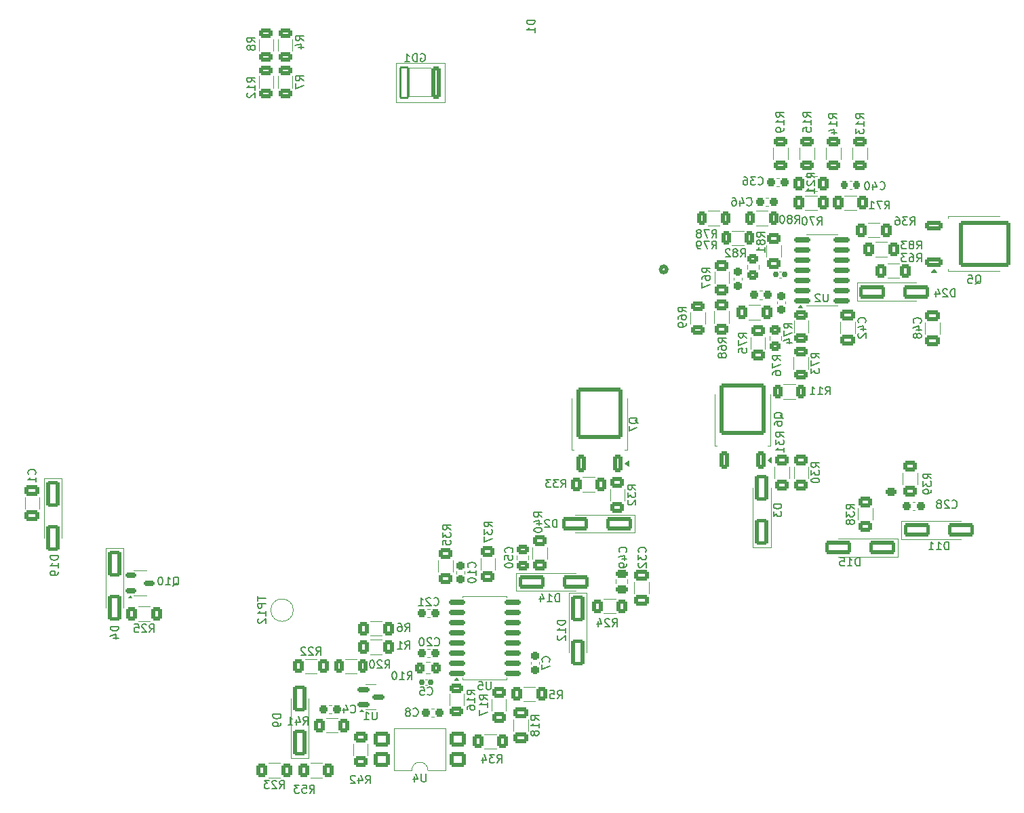
<source format=gbo>
G04 #@! TF.GenerationSoftware,KiCad,Pcbnew,9.0.1*
G04 #@! TF.CreationDate,2025-07-18T15:32:59+03:00*
G04 #@! TF.ProjectId,AC-DC G__ kayna__,41432d44-4320-447f-9ce7-206b61796e61,rev?*
G04 #@! TF.SameCoordinates,Original*
G04 #@! TF.FileFunction,Legend,Bot*
G04 #@! TF.FilePolarity,Positive*
%FSLAX46Y46*%
G04 Gerber Fmt 4.6, Leading zero omitted, Abs format (unit mm)*
G04 Created by KiCad (PCBNEW 9.0.1) date 2025-07-18 15:32:59*
%MOMM*%
%LPD*%
G01*
G04 APERTURE LIST*
G04 Aperture macros list*
%AMRoundRect*
0 Rectangle with rounded corners*
0 $1 Rounding radius*
0 $2 $3 $4 $5 $6 $7 $8 $9 X,Y pos of 4 corners*
0 Add a 4 corners polygon primitive as box body*
4,1,4,$2,$3,$4,$5,$6,$7,$8,$9,$2,$3,0*
0 Add four circle primitives for the rounded corners*
1,1,$1+$1,$2,$3*
1,1,$1+$1,$4,$5*
1,1,$1+$1,$6,$7*
1,1,$1+$1,$8,$9*
0 Add four rect primitives between the rounded corners*
20,1,$1+$1,$2,$3,$4,$5,0*
20,1,$1+$1,$4,$5,$6,$7,0*
20,1,$1+$1,$6,$7,$8,$9,0*
20,1,$1+$1,$8,$9,$2,$3,0*%
G04 Aperture macros list end*
%ADD10C,0.150000*%
%ADD11C,0.508000*%
%ADD12C,0.120000*%
%ADD13C,0.100000*%
%ADD14C,1.600000*%
%ADD15O,1.600000X1.600000*%
%ADD16C,2.000000*%
%ADD17C,3.500000*%
%ADD18R,2.000000X2.000000*%
%ADD19R,3.200000X3.200000*%
%ADD20C,3.200000*%
%ADD21O,3.200000X3.200000*%
%ADD22C,1.200000*%
%ADD23O,1.300000X1.050000*%
%ADD24RoundRect,0.249900X-0.400100X0.275100X-0.400100X-0.275100X0.400100X-0.275100X0.400100X0.275100X0*%
%ADD25C,2.400000*%
%ADD26R,1.600000X1.600000*%
%ADD27C,1.752600*%
%ADD28R,3.960000X1.980000*%
%ADD29O,3.960000X1.980000*%
%ADD30C,2.540000*%
%ADD31RoundRect,0.250000X0.600000X-1.400000X0.600000X1.400000X-0.600000X1.400000X-0.600000X-1.400000X0*%
%ADD32RoundRect,0.250000X-0.600000X1.400000X-0.600000X-1.400000X0.600000X-1.400000X0.600000X1.400000X0*%
%ADD33RoundRect,0.250000X-0.400000X-0.625000X0.400000X-0.625000X0.400000X0.625000X-0.400000X0.625000X0*%
%ADD34RoundRect,0.250000X0.400000X0.625000X-0.400000X0.625000X-0.400000X-0.625000X0.400000X-0.625000X0*%
%ADD35RoundRect,0.237500X-0.300000X-0.237500X0.300000X-0.237500X0.300000X0.237500X-0.300000X0.237500X0*%
%ADD36RoundRect,0.250000X-1.400000X-0.600000X1.400000X-0.600000X1.400000X0.600000X-1.400000X0.600000X0*%
%ADD37RoundRect,0.250000X-0.650000X0.412500X-0.650000X-0.412500X0.650000X-0.412500X0.650000X0.412500X0*%
%ADD38RoundRect,0.250000X0.625000X-0.312500X0.625000X0.312500X-0.625000X0.312500X-0.625000X-0.312500X0*%
%ADD39RoundRect,0.250000X0.350000X-0.850000X0.350000X0.850000X-0.350000X0.850000X-0.350000X-0.850000X0*%
%ADD40RoundRect,0.249997X2.650003X-2.950003X2.650003X2.950003X-2.650003X2.950003X-2.650003X-2.950003X0*%
%ADD41RoundRect,0.250000X-0.625000X0.400000X-0.625000X-0.400000X0.625000X-0.400000X0.625000X0.400000X0*%
%ADD42RoundRect,0.150000X-0.837500X-0.150000X0.837500X-0.150000X0.837500X0.150000X-0.837500X0.150000X0*%
%ADD43RoundRect,0.250000X-0.312500X-0.625000X0.312500X-0.625000X0.312500X0.625000X-0.312500X0.625000X0*%
%ADD44RoundRect,0.237500X0.300000X0.237500X-0.300000X0.237500X-0.300000X-0.237500X0.300000X-0.237500X0*%
%ADD45RoundRect,0.237500X0.237500X-0.300000X0.237500X0.300000X-0.237500X0.300000X-0.237500X-0.300000X0*%
%ADD46RoundRect,0.250000X-0.475000X0.337500X-0.475000X-0.337500X0.475000X-0.337500X0.475000X0.337500X0*%
%ADD47RoundRect,0.250000X0.350000X1.750000X-0.350000X1.750000X-0.350000X-1.750000X0.350000X-1.750000X0*%
%ADD48RoundRect,0.120000X0.480000X1.880000X-0.480000X1.880000X-0.480000X-1.880000X0.480000X-1.880000X0*%
%ADD49RoundRect,0.250000X0.625000X-0.400000X0.625000X0.400000X-0.625000X0.400000X-0.625000X-0.400000X0*%
%ADD50RoundRect,0.250000X-0.450000X0.350000X-0.450000X-0.350000X0.450000X-0.350000X0.450000X0.350000X0*%
%ADD51RoundRect,0.150000X-0.512500X-0.150000X0.512500X-0.150000X0.512500X0.150000X-0.512500X0.150000X0*%
%ADD52RoundRect,0.155000X-0.212500X-0.155000X0.212500X-0.155000X0.212500X0.155000X-0.212500X0.155000X0*%
%ADD53RoundRect,0.150000X-0.587500X-0.150000X0.587500X-0.150000X0.587500X0.150000X-0.587500X0.150000X0*%
%ADD54RoundRect,0.250000X0.650000X-0.412500X0.650000X0.412500X-0.650000X0.412500X-0.650000X-0.412500X0*%
%ADD55RoundRect,0.225000X0.225000X0.250000X-0.225000X0.250000X-0.225000X-0.250000X0.225000X-0.250000X0*%
%ADD56RoundRect,0.150000X-0.825000X-0.150000X0.825000X-0.150000X0.825000X0.150000X-0.825000X0.150000X0*%
%ADD57RoundRect,0.250000X1.400000X0.600000X-1.400000X0.600000X-1.400000X-0.600000X1.400000X-0.600000X0*%
%ADD58RoundRect,0.249999X-0.750001X-0.640001X0.750001X-0.640001X0.750001X0.640001X-0.750001X0.640001X0*%
%ADD59RoundRect,0.250000X0.475000X-0.250000X0.475000X0.250000X-0.475000X0.250000X-0.475000X-0.250000X0*%
%ADD60RoundRect,0.250000X-0.850000X-0.350000X0.850000X-0.350000X0.850000X0.350000X-0.850000X0.350000X0*%
%ADD61RoundRect,0.249997X-2.950003X-2.650003X2.950003X-2.650003X2.950003X2.650003X-2.950003X2.650003X0*%
%ADD62RoundRect,0.250000X-0.350000X-0.450000X0.350000X-0.450000X0.350000X0.450000X-0.350000X0.450000X0*%
G04 APERTURE END LIST*
D10*
X138154819Y-68261905D02*
X137154819Y-68261905D01*
X137154819Y-68261905D02*
X137154819Y-68500000D01*
X137154819Y-68500000D02*
X137202438Y-68642857D01*
X137202438Y-68642857D02*
X137297676Y-68738095D01*
X137297676Y-68738095D02*
X137392914Y-68785714D01*
X137392914Y-68785714D02*
X137583390Y-68833333D01*
X137583390Y-68833333D02*
X137726247Y-68833333D01*
X137726247Y-68833333D02*
X137916723Y-68785714D01*
X137916723Y-68785714D02*
X138011961Y-68738095D01*
X138011961Y-68738095D02*
X138107200Y-68642857D01*
X138107200Y-68642857D02*
X138154819Y-68500000D01*
X138154819Y-68500000D02*
X138154819Y-68261905D01*
X138154819Y-69785714D02*
X138154819Y-69214286D01*
X138154819Y-69500000D02*
X137154819Y-69500000D01*
X137154819Y-69500000D02*
X137297676Y-69404762D01*
X137297676Y-69404762D02*
X137392914Y-69309524D01*
X137392914Y-69309524D02*
X137440533Y-69214286D01*
X106454819Y-155011905D02*
X105454819Y-155011905D01*
X105454819Y-155011905D02*
X105454819Y-155250000D01*
X105454819Y-155250000D02*
X105502438Y-155392857D01*
X105502438Y-155392857D02*
X105597676Y-155488095D01*
X105597676Y-155488095D02*
X105692914Y-155535714D01*
X105692914Y-155535714D02*
X105883390Y-155583333D01*
X105883390Y-155583333D02*
X106026247Y-155583333D01*
X106026247Y-155583333D02*
X106216723Y-155535714D01*
X106216723Y-155535714D02*
X106311961Y-155488095D01*
X106311961Y-155488095D02*
X106407200Y-155392857D01*
X106407200Y-155392857D02*
X106454819Y-155250000D01*
X106454819Y-155250000D02*
X106454819Y-155011905D01*
X106454819Y-156059524D02*
X106454819Y-156250000D01*
X106454819Y-156250000D02*
X106407200Y-156345238D01*
X106407200Y-156345238D02*
X106359580Y-156392857D01*
X106359580Y-156392857D02*
X106216723Y-156488095D01*
X106216723Y-156488095D02*
X106026247Y-156535714D01*
X106026247Y-156535714D02*
X105645295Y-156535714D01*
X105645295Y-156535714D02*
X105550057Y-156488095D01*
X105550057Y-156488095D02*
X105502438Y-156440476D01*
X105502438Y-156440476D02*
X105454819Y-156345238D01*
X105454819Y-156345238D02*
X105454819Y-156154762D01*
X105454819Y-156154762D02*
X105502438Y-156059524D01*
X105502438Y-156059524D02*
X105550057Y-156011905D01*
X105550057Y-156011905D02*
X105645295Y-155964286D01*
X105645295Y-155964286D02*
X105883390Y-155964286D01*
X105883390Y-155964286D02*
X105978628Y-156011905D01*
X105978628Y-156011905D02*
X106026247Y-156059524D01*
X106026247Y-156059524D02*
X106073866Y-156154762D01*
X106073866Y-156154762D02*
X106073866Y-156345238D01*
X106073866Y-156345238D02*
X106026247Y-156440476D01*
X106026247Y-156440476D02*
X105978628Y-156488095D01*
X105978628Y-156488095D02*
X105883390Y-156535714D01*
X141954819Y-143285714D02*
X140954819Y-143285714D01*
X140954819Y-143285714D02*
X140954819Y-143523809D01*
X140954819Y-143523809D02*
X141002438Y-143666666D01*
X141002438Y-143666666D02*
X141097676Y-143761904D01*
X141097676Y-143761904D02*
X141192914Y-143809523D01*
X141192914Y-143809523D02*
X141383390Y-143857142D01*
X141383390Y-143857142D02*
X141526247Y-143857142D01*
X141526247Y-143857142D02*
X141716723Y-143809523D01*
X141716723Y-143809523D02*
X141811961Y-143761904D01*
X141811961Y-143761904D02*
X141907200Y-143666666D01*
X141907200Y-143666666D02*
X141954819Y-143523809D01*
X141954819Y-143523809D02*
X141954819Y-143285714D01*
X141954819Y-144809523D02*
X141954819Y-144238095D01*
X141954819Y-144523809D02*
X140954819Y-144523809D01*
X140954819Y-144523809D02*
X141097676Y-144428571D01*
X141097676Y-144428571D02*
X141192914Y-144333333D01*
X141192914Y-144333333D02*
X141240533Y-144238095D01*
X141050057Y-145190476D02*
X141002438Y-145238095D01*
X141002438Y-145238095D02*
X140954819Y-145333333D01*
X140954819Y-145333333D02*
X140954819Y-145571428D01*
X140954819Y-145571428D02*
X141002438Y-145666666D01*
X141002438Y-145666666D02*
X141050057Y-145714285D01*
X141050057Y-145714285D02*
X141145295Y-145761904D01*
X141145295Y-145761904D02*
X141240533Y-145761904D01*
X141240533Y-145761904D02*
X141383390Y-145714285D01*
X141383390Y-145714285D02*
X141954819Y-145142857D01*
X141954819Y-145142857D02*
X141954819Y-145761904D01*
X106292857Y-164284819D02*
X106626190Y-163808628D01*
X106864285Y-164284819D02*
X106864285Y-163284819D01*
X106864285Y-163284819D02*
X106483333Y-163284819D01*
X106483333Y-163284819D02*
X106388095Y-163332438D01*
X106388095Y-163332438D02*
X106340476Y-163380057D01*
X106340476Y-163380057D02*
X106292857Y-163475295D01*
X106292857Y-163475295D02*
X106292857Y-163618152D01*
X106292857Y-163618152D02*
X106340476Y-163713390D01*
X106340476Y-163713390D02*
X106388095Y-163761009D01*
X106388095Y-163761009D02*
X106483333Y-163808628D01*
X106483333Y-163808628D02*
X106864285Y-163808628D01*
X105911904Y-163380057D02*
X105864285Y-163332438D01*
X105864285Y-163332438D02*
X105769047Y-163284819D01*
X105769047Y-163284819D02*
X105530952Y-163284819D01*
X105530952Y-163284819D02*
X105435714Y-163332438D01*
X105435714Y-163332438D02*
X105388095Y-163380057D01*
X105388095Y-163380057D02*
X105340476Y-163475295D01*
X105340476Y-163475295D02*
X105340476Y-163570533D01*
X105340476Y-163570533D02*
X105388095Y-163713390D01*
X105388095Y-163713390D02*
X105959523Y-164284819D01*
X105959523Y-164284819D02*
X105340476Y-164284819D01*
X105007142Y-163284819D02*
X104388095Y-163284819D01*
X104388095Y-163284819D02*
X104721428Y-163665771D01*
X104721428Y-163665771D02*
X104578571Y-163665771D01*
X104578571Y-163665771D02*
X104483333Y-163713390D01*
X104483333Y-163713390D02*
X104435714Y-163761009D01*
X104435714Y-163761009D02*
X104388095Y-163856247D01*
X104388095Y-163856247D02*
X104388095Y-164094342D01*
X104388095Y-164094342D02*
X104435714Y-164189580D01*
X104435714Y-164189580D02*
X104483333Y-164237200D01*
X104483333Y-164237200D02*
X104578571Y-164284819D01*
X104578571Y-164284819D02*
X104864285Y-164284819D01*
X104864285Y-164284819D02*
X104959523Y-164237200D01*
X104959523Y-164237200D02*
X105007142Y-164189580D01*
X185842857Y-96854819D02*
X186176190Y-96378628D01*
X186414285Y-96854819D02*
X186414285Y-95854819D01*
X186414285Y-95854819D02*
X186033333Y-95854819D01*
X186033333Y-95854819D02*
X185938095Y-95902438D01*
X185938095Y-95902438D02*
X185890476Y-95950057D01*
X185890476Y-95950057D02*
X185842857Y-96045295D01*
X185842857Y-96045295D02*
X185842857Y-96188152D01*
X185842857Y-96188152D02*
X185890476Y-96283390D01*
X185890476Y-96283390D02*
X185938095Y-96331009D01*
X185938095Y-96331009D02*
X186033333Y-96378628D01*
X186033333Y-96378628D02*
X186414285Y-96378628D01*
X185271428Y-96283390D02*
X185366666Y-96235771D01*
X185366666Y-96235771D02*
X185414285Y-96188152D01*
X185414285Y-96188152D02*
X185461904Y-96092914D01*
X185461904Y-96092914D02*
X185461904Y-96045295D01*
X185461904Y-96045295D02*
X185414285Y-95950057D01*
X185414285Y-95950057D02*
X185366666Y-95902438D01*
X185366666Y-95902438D02*
X185271428Y-95854819D01*
X185271428Y-95854819D02*
X185080952Y-95854819D01*
X185080952Y-95854819D02*
X184985714Y-95902438D01*
X184985714Y-95902438D02*
X184938095Y-95950057D01*
X184938095Y-95950057D02*
X184890476Y-96045295D01*
X184890476Y-96045295D02*
X184890476Y-96092914D01*
X184890476Y-96092914D02*
X184938095Y-96188152D01*
X184938095Y-96188152D02*
X184985714Y-96235771D01*
X184985714Y-96235771D02*
X185080952Y-96283390D01*
X185080952Y-96283390D02*
X185271428Y-96283390D01*
X185271428Y-96283390D02*
X185366666Y-96331009D01*
X185366666Y-96331009D02*
X185414285Y-96378628D01*
X185414285Y-96378628D02*
X185461904Y-96473866D01*
X185461904Y-96473866D02*
X185461904Y-96664342D01*
X185461904Y-96664342D02*
X185414285Y-96759580D01*
X185414285Y-96759580D02*
X185366666Y-96807200D01*
X185366666Y-96807200D02*
X185271428Y-96854819D01*
X185271428Y-96854819D02*
X185080952Y-96854819D01*
X185080952Y-96854819D02*
X184985714Y-96807200D01*
X184985714Y-96807200D02*
X184938095Y-96759580D01*
X184938095Y-96759580D02*
X184890476Y-96664342D01*
X184890476Y-96664342D02*
X184890476Y-96473866D01*
X184890476Y-96473866D02*
X184938095Y-96378628D01*
X184938095Y-96378628D02*
X184985714Y-96331009D01*
X184985714Y-96331009D02*
X185080952Y-96283390D01*
X184557142Y-95854819D02*
X183938095Y-95854819D01*
X183938095Y-95854819D02*
X184271428Y-96235771D01*
X184271428Y-96235771D02*
X184128571Y-96235771D01*
X184128571Y-96235771D02*
X184033333Y-96283390D01*
X184033333Y-96283390D02*
X183985714Y-96331009D01*
X183985714Y-96331009D02*
X183938095Y-96426247D01*
X183938095Y-96426247D02*
X183938095Y-96664342D01*
X183938095Y-96664342D02*
X183985714Y-96759580D01*
X183985714Y-96759580D02*
X184033333Y-96807200D01*
X184033333Y-96807200D02*
X184128571Y-96854819D01*
X184128571Y-96854819D02*
X184414285Y-96854819D01*
X184414285Y-96854819D02*
X184509523Y-96807200D01*
X184509523Y-96807200D02*
X184557142Y-96759580D01*
X122966666Y-155159580D02*
X123014285Y-155207200D01*
X123014285Y-155207200D02*
X123157142Y-155254819D01*
X123157142Y-155254819D02*
X123252380Y-155254819D01*
X123252380Y-155254819D02*
X123395237Y-155207200D01*
X123395237Y-155207200D02*
X123490475Y-155111961D01*
X123490475Y-155111961D02*
X123538094Y-155016723D01*
X123538094Y-155016723D02*
X123585713Y-154826247D01*
X123585713Y-154826247D02*
X123585713Y-154683390D01*
X123585713Y-154683390D02*
X123538094Y-154492914D01*
X123538094Y-154492914D02*
X123490475Y-154397676D01*
X123490475Y-154397676D02*
X123395237Y-154302438D01*
X123395237Y-154302438D02*
X123252380Y-154254819D01*
X123252380Y-154254819D02*
X123157142Y-154254819D01*
X123157142Y-154254819D02*
X123014285Y-154302438D01*
X123014285Y-154302438D02*
X122966666Y-154350057D01*
X122395237Y-154683390D02*
X122490475Y-154635771D01*
X122490475Y-154635771D02*
X122538094Y-154588152D01*
X122538094Y-154588152D02*
X122585713Y-154492914D01*
X122585713Y-154492914D02*
X122585713Y-154445295D01*
X122585713Y-154445295D02*
X122538094Y-154350057D01*
X122538094Y-154350057D02*
X122490475Y-154302438D01*
X122490475Y-154302438D02*
X122395237Y-154254819D01*
X122395237Y-154254819D02*
X122204761Y-154254819D01*
X122204761Y-154254819D02*
X122109523Y-154302438D01*
X122109523Y-154302438D02*
X122061904Y-154350057D01*
X122061904Y-154350057D02*
X122014285Y-154445295D01*
X122014285Y-154445295D02*
X122014285Y-154492914D01*
X122014285Y-154492914D02*
X122061904Y-154588152D01*
X122061904Y-154588152D02*
X122109523Y-154635771D01*
X122109523Y-154635771D02*
X122204761Y-154683390D01*
X122204761Y-154683390D02*
X122395237Y-154683390D01*
X122395237Y-154683390D02*
X122490475Y-154731009D01*
X122490475Y-154731009D02*
X122538094Y-154778628D01*
X122538094Y-154778628D02*
X122585713Y-154873866D01*
X122585713Y-154873866D02*
X122585713Y-155064342D01*
X122585713Y-155064342D02*
X122538094Y-155159580D01*
X122538094Y-155159580D02*
X122490475Y-155207200D01*
X122490475Y-155207200D02*
X122395237Y-155254819D01*
X122395237Y-155254819D02*
X122204761Y-155254819D01*
X122204761Y-155254819D02*
X122109523Y-155207200D01*
X122109523Y-155207200D02*
X122061904Y-155159580D01*
X122061904Y-155159580D02*
X122014285Y-155064342D01*
X122014285Y-155064342D02*
X122014285Y-154873866D01*
X122014285Y-154873866D02*
X122061904Y-154778628D01*
X122061904Y-154778628D02*
X122109523Y-154731009D01*
X122109523Y-154731009D02*
X122204761Y-154683390D01*
X110842857Y-147624819D02*
X111176190Y-147148628D01*
X111414285Y-147624819D02*
X111414285Y-146624819D01*
X111414285Y-146624819D02*
X111033333Y-146624819D01*
X111033333Y-146624819D02*
X110938095Y-146672438D01*
X110938095Y-146672438D02*
X110890476Y-146720057D01*
X110890476Y-146720057D02*
X110842857Y-146815295D01*
X110842857Y-146815295D02*
X110842857Y-146958152D01*
X110842857Y-146958152D02*
X110890476Y-147053390D01*
X110890476Y-147053390D02*
X110938095Y-147101009D01*
X110938095Y-147101009D02*
X111033333Y-147148628D01*
X111033333Y-147148628D02*
X111414285Y-147148628D01*
X110461904Y-146720057D02*
X110414285Y-146672438D01*
X110414285Y-146672438D02*
X110319047Y-146624819D01*
X110319047Y-146624819D02*
X110080952Y-146624819D01*
X110080952Y-146624819D02*
X109985714Y-146672438D01*
X109985714Y-146672438D02*
X109938095Y-146720057D01*
X109938095Y-146720057D02*
X109890476Y-146815295D01*
X109890476Y-146815295D02*
X109890476Y-146910533D01*
X109890476Y-146910533D02*
X109938095Y-147053390D01*
X109938095Y-147053390D02*
X110509523Y-147624819D01*
X110509523Y-147624819D02*
X109890476Y-147624819D01*
X109509523Y-146720057D02*
X109461904Y-146672438D01*
X109461904Y-146672438D02*
X109366666Y-146624819D01*
X109366666Y-146624819D02*
X109128571Y-146624819D01*
X109128571Y-146624819D02*
X109033333Y-146672438D01*
X109033333Y-146672438D02*
X108985714Y-146720057D01*
X108985714Y-146720057D02*
X108938095Y-146815295D01*
X108938095Y-146815295D02*
X108938095Y-146910533D01*
X108938095Y-146910533D02*
X108985714Y-147053390D01*
X108985714Y-147053390D02*
X109557142Y-147624819D01*
X109557142Y-147624819D02*
X108938095Y-147624819D01*
X189814285Y-134454819D02*
X189814285Y-133454819D01*
X189814285Y-133454819D02*
X189576190Y-133454819D01*
X189576190Y-133454819D02*
X189433333Y-133502438D01*
X189433333Y-133502438D02*
X189338095Y-133597676D01*
X189338095Y-133597676D02*
X189290476Y-133692914D01*
X189290476Y-133692914D02*
X189242857Y-133883390D01*
X189242857Y-133883390D02*
X189242857Y-134026247D01*
X189242857Y-134026247D02*
X189290476Y-134216723D01*
X189290476Y-134216723D02*
X189338095Y-134311961D01*
X189338095Y-134311961D02*
X189433333Y-134407200D01*
X189433333Y-134407200D02*
X189576190Y-134454819D01*
X189576190Y-134454819D02*
X189814285Y-134454819D01*
X188290476Y-134454819D02*
X188861904Y-134454819D01*
X188576190Y-134454819D02*
X188576190Y-133454819D01*
X188576190Y-133454819D02*
X188671428Y-133597676D01*
X188671428Y-133597676D02*
X188766666Y-133692914D01*
X188766666Y-133692914D02*
X188861904Y-133740533D01*
X187338095Y-134454819D02*
X187909523Y-134454819D01*
X187623809Y-134454819D02*
X187623809Y-133454819D01*
X187623809Y-133454819D02*
X187719047Y-133597676D01*
X187719047Y-133597676D02*
X187814285Y-133692914D01*
X187814285Y-133692914D02*
X187909523Y-133740533D01*
X138654819Y-155757142D02*
X138178628Y-155423809D01*
X138654819Y-155185714D02*
X137654819Y-155185714D01*
X137654819Y-155185714D02*
X137654819Y-155566666D01*
X137654819Y-155566666D02*
X137702438Y-155661904D01*
X137702438Y-155661904D02*
X137750057Y-155709523D01*
X137750057Y-155709523D02*
X137845295Y-155757142D01*
X137845295Y-155757142D02*
X137988152Y-155757142D01*
X137988152Y-155757142D02*
X138083390Y-155709523D01*
X138083390Y-155709523D02*
X138131009Y-155661904D01*
X138131009Y-155661904D02*
X138178628Y-155566666D01*
X138178628Y-155566666D02*
X138178628Y-155185714D01*
X138654819Y-156709523D02*
X138654819Y-156138095D01*
X138654819Y-156423809D02*
X137654819Y-156423809D01*
X137654819Y-156423809D02*
X137797676Y-156328571D01*
X137797676Y-156328571D02*
X137892914Y-156233333D01*
X137892914Y-156233333D02*
X137940533Y-156138095D01*
X138083390Y-157280952D02*
X138035771Y-157185714D01*
X138035771Y-157185714D02*
X137988152Y-157138095D01*
X137988152Y-157138095D02*
X137892914Y-157090476D01*
X137892914Y-157090476D02*
X137845295Y-157090476D01*
X137845295Y-157090476D02*
X137750057Y-157138095D01*
X137750057Y-157138095D02*
X137702438Y-157185714D01*
X137702438Y-157185714D02*
X137654819Y-157280952D01*
X137654819Y-157280952D02*
X137654819Y-157471428D01*
X137654819Y-157471428D02*
X137702438Y-157566666D01*
X137702438Y-157566666D02*
X137750057Y-157614285D01*
X137750057Y-157614285D02*
X137845295Y-157661904D01*
X137845295Y-157661904D02*
X137892914Y-157661904D01*
X137892914Y-157661904D02*
X137988152Y-157614285D01*
X137988152Y-157614285D02*
X138035771Y-157566666D01*
X138035771Y-157566666D02*
X138083390Y-157471428D01*
X138083390Y-157471428D02*
X138083390Y-157280952D01*
X138083390Y-157280952D02*
X138131009Y-157185714D01*
X138131009Y-157185714D02*
X138178628Y-157138095D01*
X138178628Y-157138095D02*
X138273866Y-157090476D01*
X138273866Y-157090476D02*
X138464342Y-157090476D01*
X138464342Y-157090476D02*
X138559580Y-157138095D01*
X138559580Y-157138095D02*
X138607200Y-157185714D01*
X138607200Y-157185714D02*
X138654819Y-157280952D01*
X138654819Y-157280952D02*
X138654819Y-157471428D01*
X138654819Y-157471428D02*
X138607200Y-157566666D01*
X138607200Y-157566666D02*
X138559580Y-157614285D01*
X138559580Y-157614285D02*
X138464342Y-157661904D01*
X138464342Y-157661904D02*
X138273866Y-157661904D01*
X138273866Y-157661904D02*
X138178628Y-157614285D01*
X138178628Y-157614285D02*
X138131009Y-157566666D01*
X138131009Y-157566666D02*
X138083390Y-157471428D01*
X168954819Y-128761905D02*
X167954819Y-128761905D01*
X167954819Y-128761905D02*
X167954819Y-129000000D01*
X167954819Y-129000000D02*
X168002438Y-129142857D01*
X168002438Y-129142857D02*
X168097676Y-129238095D01*
X168097676Y-129238095D02*
X168192914Y-129285714D01*
X168192914Y-129285714D02*
X168383390Y-129333333D01*
X168383390Y-129333333D02*
X168526247Y-129333333D01*
X168526247Y-129333333D02*
X168716723Y-129285714D01*
X168716723Y-129285714D02*
X168811961Y-129238095D01*
X168811961Y-129238095D02*
X168907200Y-129142857D01*
X168907200Y-129142857D02*
X168954819Y-129000000D01*
X168954819Y-129000000D02*
X168954819Y-128761905D01*
X167954819Y-129666667D02*
X167954819Y-130285714D01*
X167954819Y-130285714D02*
X168335771Y-129952381D01*
X168335771Y-129952381D02*
X168335771Y-130095238D01*
X168335771Y-130095238D02*
X168383390Y-130190476D01*
X168383390Y-130190476D02*
X168431009Y-130238095D01*
X168431009Y-130238095D02*
X168526247Y-130285714D01*
X168526247Y-130285714D02*
X168764342Y-130285714D01*
X168764342Y-130285714D02*
X168859580Y-130238095D01*
X168859580Y-130238095D02*
X168907200Y-130190476D01*
X168907200Y-130190476D02*
X168954819Y-130095238D01*
X168954819Y-130095238D02*
X168954819Y-129809524D01*
X168954819Y-129809524D02*
X168907200Y-129714286D01*
X168907200Y-129714286D02*
X168859580Y-129666667D01*
X169254819Y-80357142D02*
X168778628Y-80023809D01*
X169254819Y-79785714D02*
X168254819Y-79785714D01*
X168254819Y-79785714D02*
X168254819Y-80166666D01*
X168254819Y-80166666D02*
X168302438Y-80261904D01*
X168302438Y-80261904D02*
X168350057Y-80309523D01*
X168350057Y-80309523D02*
X168445295Y-80357142D01*
X168445295Y-80357142D02*
X168588152Y-80357142D01*
X168588152Y-80357142D02*
X168683390Y-80309523D01*
X168683390Y-80309523D02*
X168731009Y-80261904D01*
X168731009Y-80261904D02*
X168778628Y-80166666D01*
X168778628Y-80166666D02*
X168778628Y-79785714D01*
X169254819Y-81309523D02*
X169254819Y-80738095D01*
X169254819Y-81023809D02*
X168254819Y-81023809D01*
X168254819Y-81023809D02*
X168397676Y-80928571D01*
X168397676Y-80928571D02*
X168492914Y-80833333D01*
X168492914Y-80833333D02*
X168540533Y-80738095D01*
X169254819Y-81785714D02*
X169254819Y-81976190D01*
X169254819Y-81976190D02*
X169207200Y-82071428D01*
X169207200Y-82071428D02*
X169159580Y-82119047D01*
X169159580Y-82119047D02*
X169016723Y-82214285D01*
X169016723Y-82214285D02*
X168826247Y-82261904D01*
X168826247Y-82261904D02*
X168445295Y-82261904D01*
X168445295Y-82261904D02*
X168350057Y-82214285D01*
X168350057Y-82214285D02*
X168302438Y-82166666D01*
X168302438Y-82166666D02*
X168254819Y-82071428D01*
X168254819Y-82071428D02*
X168254819Y-81880952D01*
X168254819Y-81880952D02*
X168302438Y-81785714D01*
X168302438Y-81785714D02*
X168350057Y-81738095D01*
X168350057Y-81738095D02*
X168445295Y-81690476D01*
X168445295Y-81690476D02*
X168683390Y-81690476D01*
X168683390Y-81690476D02*
X168778628Y-81738095D01*
X168778628Y-81738095D02*
X168826247Y-81785714D01*
X168826247Y-81785714D02*
X168873866Y-81880952D01*
X168873866Y-81880952D02*
X168873866Y-82071428D01*
X168873866Y-82071428D02*
X168826247Y-82166666D01*
X168826247Y-82166666D02*
X168778628Y-82214285D01*
X168778628Y-82214285D02*
X168683390Y-82261904D01*
X151020057Y-118684761D02*
X150972438Y-118589523D01*
X150972438Y-118589523D02*
X150877200Y-118494285D01*
X150877200Y-118494285D02*
X150734342Y-118351428D01*
X150734342Y-118351428D02*
X150686723Y-118256190D01*
X150686723Y-118256190D02*
X150686723Y-118160952D01*
X150924819Y-118208571D02*
X150877200Y-118113333D01*
X150877200Y-118113333D02*
X150781961Y-118018095D01*
X150781961Y-118018095D02*
X150591485Y-117970476D01*
X150591485Y-117970476D02*
X150258152Y-117970476D01*
X150258152Y-117970476D02*
X150067676Y-118018095D01*
X150067676Y-118018095D02*
X149972438Y-118113333D01*
X149972438Y-118113333D02*
X149924819Y-118208571D01*
X149924819Y-118208571D02*
X149924819Y-118399047D01*
X149924819Y-118399047D02*
X149972438Y-118494285D01*
X149972438Y-118494285D02*
X150067676Y-118589523D01*
X150067676Y-118589523D02*
X150258152Y-118637142D01*
X150258152Y-118637142D02*
X150591485Y-118637142D01*
X150591485Y-118637142D02*
X150781961Y-118589523D01*
X150781961Y-118589523D02*
X150877200Y-118494285D01*
X150877200Y-118494285D02*
X150924819Y-118399047D01*
X150924819Y-118399047D02*
X150924819Y-118208571D01*
X149924819Y-118970476D02*
X149924819Y-119637142D01*
X149924819Y-119637142D02*
X150924819Y-119208571D01*
X121966666Y-144654819D02*
X122299999Y-144178628D01*
X122538094Y-144654819D02*
X122538094Y-143654819D01*
X122538094Y-143654819D02*
X122157142Y-143654819D01*
X122157142Y-143654819D02*
X122061904Y-143702438D01*
X122061904Y-143702438D02*
X122014285Y-143750057D01*
X122014285Y-143750057D02*
X121966666Y-143845295D01*
X121966666Y-143845295D02*
X121966666Y-143988152D01*
X121966666Y-143988152D02*
X122014285Y-144083390D01*
X122014285Y-144083390D02*
X122061904Y-144131009D01*
X122061904Y-144131009D02*
X122157142Y-144178628D01*
X122157142Y-144178628D02*
X122538094Y-144178628D01*
X121109523Y-143654819D02*
X121299999Y-143654819D01*
X121299999Y-143654819D02*
X121395237Y-143702438D01*
X121395237Y-143702438D02*
X121442856Y-143750057D01*
X121442856Y-143750057D02*
X121538094Y-143892914D01*
X121538094Y-143892914D02*
X121585713Y-144083390D01*
X121585713Y-144083390D02*
X121585713Y-144464342D01*
X121585713Y-144464342D02*
X121538094Y-144559580D01*
X121538094Y-144559580D02*
X121490475Y-144607200D01*
X121490475Y-144607200D02*
X121395237Y-144654819D01*
X121395237Y-144654819D02*
X121204761Y-144654819D01*
X121204761Y-144654819D02*
X121109523Y-144607200D01*
X121109523Y-144607200D02*
X121061904Y-144559580D01*
X121061904Y-144559580D02*
X121014285Y-144464342D01*
X121014285Y-144464342D02*
X121014285Y-144226247D01*
X121014285Y-144226247D02*
X121061904Y-144131009D01*
X121061904Y-144131009D02*
X121109523Y-144083390D01*
X121109523Y-144083390D02*
X121204761Y-144035771D01*
X121204761Y-144035771D02*
X121395237Y-144035771D01*
X121395237Y-144035771D02*
X121490475Y-144083390D01*
X121490475Y-144083390D02*
X121538094Y-144131009D01*
X121538094Y-144131009D02*
X121585713Y-144226247D01*
X141442857Y-126654819D02*
X141776190Y-126178628D01*
X142014285Y-126654819D02*
X142014285Y-125654819D01*
X142014285Y-125654819D02*
X141633333Y-125654819D01*
X141633333Y-125654819D02*
X141538095Y-125702438D01*
X141538095Y-125702438D02*
X141490476Y-125750057D01*
X141490476Y-125750057D02*
X141442857Y-125845295D01*
X141442857Y-125845295D02*
X141442857Y-125988152D01*
X141442857Y-125988152D02*
X141490476Y-126083390D01*
X141490476Y-126083390D02*
X141538095Y-126131009D01*
X141538095Y-126131009D02*
X141633333Y-126178628D01*
X141633333Y-126178628D02*
X142014285Y-126178628D01*
X141109523Y-125654819D02*
X140490476Y-125654819D01*
X140490476Y-125654819D02*
X140823809Y-126035771D01*
X140823809Y-126035771D02*
X140680952Y-126035771D01*
X140680952Y-126035771D02*
X140585714Y-126083390D01*
X140585714Y-126083390D02*
X140538095Y-126131009D01*
X140538095Y-126131009D02*
X140490476Y-126226247D01*
X140490476Y-126226247D02*
X140490476Y-126464342D01*
X140490476Y-126464342D02*
X140538095Y-126559580D01*
X140538095Y-126559580D02*
X140585714Y-126607200D01*
X140585714Y-126607200D02*
X140680952Y-126654819D01*
X140680952Y-126654819D02*
X140966666Y-126654819D01*
X140966666Y-126654819D02*
X141061904Y-126607200D01*
X141061904Y-126607200D02*
X141109523Y-126559580D01*
X140157142Y-125654819D02*
X139538095Y-125654819D01*
X139538095Y-125654819D02*
X139871428Y-126035771D01*
X139871428Y-126035771D02*
X139728571Y-126035771D01*
X139728571Y-126035771D02*
X139633333Y-126083390D01*
X139633333Y-126083390D02*
X139585714Y-126131009D01*
X139585714Y-126131009D02*
X139538095Y-126226247D01*
X139538095Y-126226247D02*
X139538095Y-126464342D01*
X139538095Y-126464342D02*
X139585714Y-126559580D01*
X139585714Y-126559580D02*
X139633333Y-126607200D01*
X139633333Y-126607200D02*
X139728571Y-126654819D01*
X139728571Y-126654819D02*
X140014285Y-126654819D01*
X140014285Y-126654819D02*
X140109523Y-126607200D01*
X140109523Y-126607200D02*
X140157142Y-126559580D01*
X117042857Y-163654819D02*
X117376190Y-163178628D01*
X117614285Y-163654819D02*
X117614285Y-162654819D01*
X117614285Y-162654819D02*
X117233333Y-162654819D01*
X117233333Y-162654819D02*
X117138095Y-162702438D01*
X117138095Y-162702438D02*
X117090476Y-162750057D01*
X117090476Y-162750057D02*
X117042857Y-162845295D01*
X117042857Y-162845295D02*
X117042857Y-162988152D01*
X117042857Y-162988152D02*
X117090476Y-163083390D01*
X117090476Y-163083390D02*
X117138095Y-163131009D01*
X117138095Y-163131009D02*
X117233333Y-163178628D01*
X117233333Y-163178628D02*
X117614285Y-163178628D01*
X116185714Y-162988152D02*
X116185714Y-163654819D01*
X116423809Y-162607200D02*
X116661904Y-163321485D01*
X116661904Y-163321485D02*
X116042857Y-163321485D01*
X115709523Y-162750057D02*
X115661904Y-162702438D01*
X115661904Y-162702438D02*
X115566666Y-162654819D01*
X115566666Y-162654819D02*
X115328571Y-162654819D01*
X115328571Y-162654819D02*
X115233333Y-162702438D01*
X115233333Y-162702438D02*
X115185714Y-162750057D01*
X115185714Y-162750057D02*
X115138095Y-162845295D01*
X115138095Y-162845295D02*
X115138095Y-162940533D01*
X115138095Y-162940533D02*
X115185714Y-163083390D01*
X115185714Y-163083390D02*
X115757142Y-163654819D01*
X115757142Y-163654819D02*
X115138095Y-163654819D01*
X166854819Y-95357142D02*
X166378628Y-95023809D01*
X166854819Y-94785714D02*
X165854819Y-94785714D01*
X165854819Y-94785714D02*
X165854819Y-95166666D01*
X165854819Y-95166666D02*
X165902438Y-95261904D01*
X165902438Y-95261904D02*
X165950057Y-95309523D01*
X165950057Y-95309523D02*
X166045295Y-95357142D01*
X166045295Y-95357142D02*
X166188152Y-95357142D01*
X166188152Y-95357142D02*
X166283390Y-95309523D01*
X166283390Y-95309523D02*
X166331009Y-95261904D01*
X166331009Y-95261904D02*
X166378628Y-95166666D01*
X166378628Y-95166666D02*
X166378628Y-94785714D01*
X166283390Y-95928571D02*
X166235771Y-95833333D01*
X166235771Y-95833333D02*
X166188152Y-95785714D01*
X166188152Y-95785714D02*
X166092914Y-95738095D01*
X166092914Y-95738095D02*
X166045295Y-95738095D01*
X166045295Y-95738095D02*
X165950057Y-95785714D01*
X165950057Y-95785714D02*
X165902438Y-95833333D01*
X165902438Y-95833333D02*
X165854819Y-95928571D01*
X165854819Y-95928571D02*
X165854819Y-96119047D01*
X165854819Y-96119047D02*
X165902438Y-96214285D01*
X165902438Y-96214285D02*
X165950057Y-96261904D01*
X165950057Y-96261904D02*
X166045295Y-96309523D01*
X166045295Y-96309523D02*
X166092914Y-96309523D01*
X166092914Y-96309523D02*
X166188152Y-96261904D01*
X166188152Y-96261904D02*
X166235771Y-96214285D01*
X166235771Y-96214285D02*
X166283390Y-96119047D01*
X166283390Y-96119047D02*
X166283390Y-95928571D01*
X166283390Y-95928571D02*
X166331009Y-95833333D01*
X166331009Y-95833333D02*
X166378628Y-95785714D01*
X166378628Y-95785714D02*
X166473866Y-95738095D01*
X166473866Y-95738095D02*
X166664342Y-95738095D01*
X166664342Y-95738095D02*
X166759580Y-95785714D01*
X166759580Y-95785714D02*
X166807200Y-95833333D01*
X166807200Y-95833333D02*
X166854819Y-95928571D01*
X166854819Y-95928571D02*
X166854819Y-96119047D01*
X166854819Y-96119047D02*
X166807200Y-96214285D01*
X166807200Y-96214285D02*
X166759580Y-96261904D01*
X166759580Y-96261904D02*
X166664342Y-96309523D01*
X166664342Y-96309523D02*
X166473866Y-96309523D01*
X166473866Y-96309523D02*
X166378628Y-96261904D01*
X166378628Y-96261904D02*
X166331009Y-96214285D01*
X166331009Y-96214285D02*
X166283390Y-96119047D01*
X166854819Y-97261904D02*
X166854819Y-96690476D01*
X166854819Y-96976190D02*
X165854819Y-96976190D01*
X165854819Y-96976190D02*
X165997676Y-96880952D01*
X165997676Y-96880952D02*
X166092914Y-96785714D01*
X166092914Y-96785714D02*
X166140533Y-96690476D01*
X132661904Y-150942319D02*
X132661904Y-151751842D01*
X132661904Y-151751842D02*
X132614285Y-151847080D01*
X132614285Y-151847080D02*
X132566666Y-151894700D01*
X132566666Y-151894700D02*
X132471428Y-151942319D01*
X132471428Y-151942319D02*
X132280952Y-151942319D01*
X132280952Y-151942319D02*
X132185714Y-151894700D01*
X132185714Y-151894700D02*
X132138095Y-151847080D01*
X132138095Y-151847080D02*
X132090476Y-151751842D01*
X132090476Y-151751842D02*
X132090476Y-150942319D01*
X131138095Y-150942319D02*
X131614285Y-150942319D01*
X131614285Y-150942319D02*
X131661904Y-151418509D01*
X131661904Y-151418509D02*
X131614285Y-151370890D01*
X131614285Y-151370890D02*
X131519047Y-151323271D01*
X131519047Y-151323271D02*
X131280952Y-151323271D01*
X131280952Y-151323271D02*
X131185714Y-151370890D01*
X131185714Y-151370890D02*
X131138095Y-151418509D01*
X131138095Y-151418509D02*
X131090476Y-151513747D01*
X131090476Y-151513747D02*
X131090476Y-151751842D01*
X131090476Y-151751842D02*
X131138095Y-151847080D01*
X131138095Y-151847080D02*
X131185714Y-151894700D01*
X131185714Y-151894700D02*
X131280952Y-151942319D01*
X131280952Y-151942319D02*
X131519047Y-151942319D01*
X131519047Y-151942319D02*
X131614285Y-151894700D01*
X131614285Y-151894700D02*
X131661904Y-151847080D01*
X164624819Y-107957142D02*
X164148628Y-107623809D01*
X164624819Y-107385714D02*
X163624819Y-107385714D01*
X163624819Y-107385714D02*
X163624819Y-107766666D01*
X163624819Y-107766666D02*
X163672438Y-107861904D01*
X163672438Y-107861904D02*
X163720057Y-107909523D01*
X163720057Y-107909523D02*
X163815295Y-107957142D01*
X163815295Y-107957142D02*
X163958152Y-107957142D01*
X163958152Y-107957142D02*
X164053390Y-107909523D01*
X164053390Y-107909523D02*
X164101009Y-107861904D01*
X164101009Y-107861904D02*
X164148628Y-107766666D01*
X164148628Y-107766666D02*
X164148628Y-107385714D01*
X163624819Y-108290476D02*
X163624819Y-108957142D01*
X163624819Y-108957142D02*
X164624819Y-108528571D01*
X163624819Y-109814285D02*
X163624819Y-109338095D01*
X163624819Y-109338095D02*
X164101009Y-109290476D01*
X164101009Y-109290476D02*
X164053390Y-109338095D01*
X164053390Y-109338095D02*
X164005771Y-109433333D01*
X164005771Y-109433333D02*
X164005771Y-109671428D01*
X164005771Y-109671428D02*
X164053390Y-109766666D01*
X164053390Y-109766666D02*
X164101009Y-109814285D01*
X164101009Y-109814285D02*
X164196247Y-109861904D01*
X164196247Y-109861904D02*
X164434342Y-109861904D01*
X164434342Y-109861904D02*
X164529580Y-109814285D01*
X164529580Y-109814285D02*
X164577200Y-109766666D01*
X164577200Y-109766666D02*
X164624819Y-109671428D01*
X164624819Y-109671428D02*
X164624819Y-109433333D01*
X164624819Y-109433333D02*
X164577200Y-109338095D01*
X164577200Y-109338095D02*
X164529580Y-109290476D01*
X125642857Y-146359580D02*
X125690476Y-146407200D01*
X125690476Y-146407200D02*
X125833333Y-146454819D01*
X125833333Y-146454819D02*
X125928571Y-146454819D01*
X125928571Y-146454819D02*
X126071428Y-146407200D01*
X126071428Y-146407200D02*
X126166666Y-146311961D01*
X126166666Y-146311961D02*
X126214285Y-146216723D01*
X126214285Y-146216723D02*
X126261904Y-146026247D01*
X126261904Y-146026247D02*
X126261904Y-145883390D01*
X126261904Y-145883390D02*
X126214285Y-145692914D01*
X126214285Y-145692914D02*
X126166666Y-145597676D01*
X126166666Y-145597676D02*
X126071428Y-145502438D01*
X126071428Y-145502438D02*
X125928571Y-145454819D01*
X125928571Y-145454819D02*
X125833333Y-145454819D01*
X125833333Y-145454819D02*
X125690476Y-145502438D01*
X125690476Y-145502438D02*
X125642857Y-145550057D01*
X125261904Y-145550057D02*
X125214285Y-145502438D01*
X125214285Y-145502438D02*
X125119047Y-145454819D01*
X125119047Y-145454819D02*
X124880952Y-145454819D01*
X124880952Y-145454819D02*
X124785714Y-145502438D01*
X124785714Y-145502438D02*
X124738095Y-145550057D01*
X124738095Y-145550057D02*
X124690476Y-145645295D01*
X124690476Y-145645295D02*
X124690476Y-145740533D01*
X124690476Y-145740533D02*
X124738095Y-145883390D01*
X124738095Y-145883390D02*
X125309523Y-146454819D01*
X125309523Y-146454819D02*
X124690476Y-146454819D01*
X124071428Y-145454819D02*
X123976190Y-145454819D01*
X123976190Y-145454819D02*
X123880952Y-145502438D01*
X123880952Y-145502438D02*
X123833333Y-145550057D01*
X123833333Y-145550057D02*
X123785714Y-145645295D01*
X123785714Y-145645295D02*
X123738095Y-145835771D01*
X123738095Y-145835771D02*
X123738095Y-146073866D01*
X123738095Y-146073866D02*
X123785714Y-146264342D01*
X123785714Y-146264342D02*
X123833333Y-146359580D01*
X123833333Y-146359580D02*
X123880952Y-146407200D01*
X123880952Y-146407200D02*
X123976190Y-146454819D01*
X123976190Y-146454819D02*
X124071428Y-146454819D01*
X124071428Y-146454819D02*
X124166666Y-146407200D01*
X124166666Y-146407200D02*
X124214285Y-146359580D01*
X124214285Y-146359580D02*
X124261904Y-146264342D01*
X124261904Y-146264342D02*
X124309523Y-146073866D01*
X124309523Y-146073866D02*
X124309523Y-145835771D01*
X124309523Y-145835771D02*
X124261904Y-145645295D01*
X124261904Y-145645295D02*
X124214285Y-145550057D01*
X124214285Y-145550057D02*
X124166666Y-145502438D01*
X124166666Y-145502438D02*
X124071428Y-145454819D01*
X160242857Y-95454819D02*
X160576190Y-94978628D01*
X160814285Y-95454819D02*
X160814285Y-94454819D01*
X160814285Y-94454819D02*
X160433333Y-94454819D01*
X160433333Y-94454819D02*
X160338095Y-94502438D01*
X160338095Y-94502438D02*
X160290476Y-94550057D01*
X160290476Y-94550057D02*
X160242857Y-94645295D01*
X160242857Y-94645295D02*
X160242857Y-94788152D01*
X160242857Y-94788152D02*
X160290476Y-94883390D01*
X160290476Y-94883390D02*
X160338095Y-94931009D01*
X160338095Y-94931009D02*
X160433333Y-94978628D01*
X160433333Y-94978628D02*
X160814285Y-94978628D01*
X159909523Y-94454819D02*
X159242857Y-94454819D01*
X159242857Y-94454819D02*
X159671428Y-95454819D01*
X158719047Y-94883390D02*
X158814285Y-94835771D01*
X158814285Y-94835771D02*
X158861904Y-94788152D01*
X158861904Y-94788152D02*
X158909523Y-94692914D01*
X158909523Y-94692914D02*
X158909523Y-94645295D01*
X158909523Y-94645295D02*
X158861904Y-94550057D01*
X158861904Y-94550057D02*
X158814285Y-94502438D01*
X158814285Y-94502438D02*
X158719047Y-94454819D01*
X158719047Y-94454819D02*
X158528571Y-94454819D01*
X158528571Y-94454819D02*
X158433333Y-94502438D01*
X158433333Y-94502438D02*
X158385714Y-94550057D01*
X158385714Y-94550057D02*
X158338095Y-94645295D01*
X158338095Y-94645295D02*
X158338095Y-94692914D01*
X158338095Y-94692914D02*
X158385714Y-94788152D01*
X158385714Y-94788152D02*
X158433333Y-94835771D01*
X158433333Y-94835771D02*
X158528571Y-94883390D01*
X158528571Y-94883390D02*
X158719047Y-94883390D01*
X158719047Y-94883390D02*
X158814285Y-94931009D01*
X158814285Y-94931009D02*
X158861904Y-94978628D01*
X158861904Y-94978628D02*
X158909523Y-95073866D01*
X158909523Y-95073866D02*
X158909523Y-95264342D01*
X158909523Y-95264342D02*
X158861904Y-95359580D01*
X158861904Y-95359580D02*
X158814285Y-95407200D01*
X158814285Y-95407200D02*
X158719047Y-95454819D01*
X158719047Y-95454819D02*
X158528571Y-95454819D01*
X158528571Y-95454819D02*
X158433333Y-95407200D01*
X158433333Y-95407200D02*
X158385714Y-95359580D01*
X158385714Y-95359580D02*
X158338095Y-95264342D01*
X158338095Y-95264342D02*
X158338095Y-95073866D01*
X158338095Y-95073866D02*
X158385714Y-94978628D01*
X158385714Y-94978628D02*
X158433333Y-94931009D01*
X158433333Y-94931009D02*
X158528571Y-94883390D01*
X175854819Y-80557142D02*
X175378628Y-80223809D01*
X175854819Y-79985714D02*
X174854819Y-79985714D01*
X174854819Y-79985714D02*
X174854819Y-80366666D01*
X174854819Y-80366666D02*
X174902438Y-80461904D01*
X174902438Y-80461904D02*
X174950057Y-80509523D01*
X174950057Y-80509523D02*
X175045295Y-80557142D01*
X175045295Y-80557142D02*
X175188152Y-80557142D01*
X175188152Y-80557142D02*
X175283390Y-80509523D01*
X175283390Y-80509523D02*
X175331009Y-80461904D01*
X175331009Y-80461904D02*
X175378628Y-80366666D01*
X175378628Y-80366666D02*
X175378628Y-79985714D01*
X175854819Y-81509523D02*
X175854819Y-80938095D01*
X175854819Y-81223809D02*
X174854819Y-81223809D01*
X174854819Y-81223809D02*
X174997676Y-81128571D01*
X174997676Y-81128571D02*
X175092914Y-81033333D01*
X175092914Y-81033333D02*
X175140533Y-80938095D01*
X175188152Y-82366666D02*
X175854819Y-82366666D01*
X174807200Y-82128571D02*
X175521485Y-81890476D01*
X175521485Y-81890476D02*
X175521485Y-82509523D01*
X173674819Y-110482142D02*
X173198628Y-110148809D01*
X173674819Y-109910714D02*
X172674819Y-109910714D01*
X172674819Y-109910714D02*
X172674819Y-110291666D01*
X172674819Y-110291666D02*
X172722438Y-110386904D01*
X172722438Y-110386904D02*
X172770057Y-110434523D01*
X172770057Y-110434523D02*
X172865295Y-110482142D01*
X172865295Y-110482142D02*
X173008152Y-110482142D01*
X173008152Y-110482142D02*
X173103390Y-110434523D01*
X173103390Y-110434523D02*
X173151009Y-110386904D01*
X173151009Y-110386904D02*
X173198628Y-110291666D01*
X173198628Y-110291666D02*
X173198628Y-109910714D01*
X172674819Y-110815476D02*
X172674819Y-111482142D01*
X172674819Y-111482142D02*
X173674819Y-111053571D01*
X172674819Y-111767857D02*
X172674819Y-112386904D01*
X172674819Y-112386904D02*
X173055771Y-112053571D01*
X173055771Y-112053571D02*
X173055771Y-112196428D01*
X173055771Y-112196428D02*
X173103390Y-112291666D01*
X173103390Y-112291666D02*
X173151009Y-112339285D01*
X173151009Y-112339285D02*
X173246247Y-112386904D01*
X173246247Y-112386904D02*
X173484342Y-112386904D01*
X173484342Y-112386904D02*
X173579580Y-112339285D01*
X173579580Y-112339285D02*
X173627200Y-112291666D01*
X173627200Y-112291666D02*
X173674819Y-112196428D01*
X173674819Y-112196428D02*
X173674819Y-111910714D01*
X173674819Y-111910714D02*
X173627200Y-111815476D01*
X173627200Y-111815476D02*
X173579580Y-111767857D01*
X139054819Y-130357142D02*
X138578628Y-130023809D01*
X139054819Y-129785714D02*
X138054819Y-129785714D01*
X138054819Y-129785714D02*
X138054819Y-130166666D01*
X138054819Y-130166666D02*
X138102438Y-130261904D01*
X138102438Y-130261904D02*
X138150057Y-130309523D01*
X138150057Y-130309523D02*
X138245295Y-130357142D01*
X138245295Y-130357142D02*
X138388152Y-130357142D01*
X138388152Y-130357142D02*
X138483390Y-130309523D01*
X138483390Y-130309523D02*
X138531009Y-130261904D01*
X138531009Y-130261904D02*
X138578628Y-130166666D01*
X138578628Y-130166666D02*
X138578628Y-129785714D01*
X138388152Y-131214285D02*
X139054819Y-131214285D01*
X138007200Y-130976190D02*
X138721485Y-130738095D01*
X138721485Y-130738095D02*
X138721485Y-131357142D01*
X138054819Y-131928571D02*
X138054819Y-132023809D01*
X138054819Y-132023809D02*
X138102438Y-132119047D01*
X138102438Y-132119047D02*
X138150057Y-132166666D01*
X138150057Y-132166666D02*
X138245295Y-132214285D01*
X138245295Y-132214285D02*
X138435771Y-132261904D01*
X138435771Y-132261904D02*
X138673866Y-132261904D01*
X138673866Y-132261904D02*
X138864342Y-132214285D01*
X138864342Y-132214285D02*
X138959580Y-132166666D01*
X138959580Y-132166666D02*
X139007200Y-132119047D01*
X139007200Y-132119047D02*
X139054819Y-132023809D01*
X139054819Y-132023809D02*
X139054819Y-131928571D01*
X139054819Y-131928571D02*
X139007200Y-131833333D01*
X139007200Y-131833333D02*
X138959580Y-131785714D01*
X138959580Y-131785714D02*
X138864342Y-131738095D01*
X138864342Y-131738095D02*
X138673866Y-131690476D01*
X138673866Y-131690476D02*
X138435771Y-131690476D01*
X138435771Y-131690476D02*
X138245295Y-131738095D01*
X138245295Y-131738095D02*
X138150057Y-131785714D01*
X138150057Y-131785714D02*
X138102438Y-131833333D01*
X138102438Y-131833333D02*
X138054819Y-131928571D01*
X166042857Y-88759580D02*
X166090476Y-88807200D01*
X166090476Y-88807200D02*
X166233333Y-88854819D01*
X166233333Y-88854819D02*
X166328571Y-88854819D01*
X166328571Y-88854819D02*
X166471428Y-88807200D01*
X166471428Y-88807200D02*
X166566666Y-88711961D01*
X166566666Y-88711961D02*
X166614285Y-88616723D01*
X166614285Y-88616723D02*
X166661904Y-88426247D01*
X166661904Y-88426247D02*
X166661904Y-88283390D01*
X166661904Y-88283390D02*
X166614285Y-88092914D01*
X166614285Y-88092914D02*
X166566666Y-87997676D01*
X166566666Y-87997676D02*
X166471428Y-87902438D01*
X166471428Y-87902438D02*
X166328571Y-87854819D01*
X166328571Y-87854819D02*
X166233333Y-87854819D01*
X166233333Y-87854819D02*
X166090476Y-87902438D01*
X166090476Y-87902438D02*
X166042857Y-87950057D01*
X165709523Y-87854819D02*
X165090476Y-87854819D01*
X165090476Y-87854819D02*
X165423809Y-88235771D01*
X165423809Y-88235771D02*
X165280952Y-88235771D01*
X165280952Y-88235771D02*
X165185714Y-88283390D01*
X165185714Y-88283390D02*
X165138095Y-88331009D01*
X165138095Y-88331009D02*
X165090476Y-88426247D01*
X165090476Y-88426247D02*
X165090476Y-88664342D01*
X165090476Y-88664342D02*
X165138095Y-88759580D01*
X165138095Y-88759580D02*
X165185714Y-88807200D01*
X165185714Y-88807200D02*
X165280952Y-88854819D01*
X165280952Y-88854819D02*
X165566666Y-88854819D01*
X165566666Y-88854819D02*
X165661904Y-88807200D01*
X165661904Y-88807200D02*
X165709523Y-88759580D01*
X164233333Y-87854819D02*
X164423809Y-87854819D01*
X164423809Y-87854819D02*
X164519047Y-87902438D01*
X164519047Y-87902438D02*
X164566666Y-87950057D01*
X164566666Y-87950057D02*
X164661904Y-88092914D01*
X164661904Y-88092914D02*
X164709523Y-88283390D01*
X164709523Y-88283390D02*
X164709523Y-88664342D01*
X164709523Y-88664342D02*
X164661904Y-88759580D01*
X164661904Y-88759580D02*
X164614285Y-88807200D01*
X164614285Y-88807200D02*
X164519047Y-88854819D01*
X164519047Y-88854819D02*
X164328571Y-88854819D01*
X164328571Y-88854819D02*
X164233333Y-88807200D01*
X164233333Y-88807200D02*
X164185714Y-88759580D01*
X164185714Y-88759580D02*
X164138095Y-88664342D01*
X164138095Y-88664342D02*
X164138095Y-88426247D01*
X164138095Y-88426247D02*
X164185714Y-88331009D01*
X164185714Y-88331009D02*
X164233333Y-88283390D01*
X164233333Y-88283390D02*
X164328571Y-88235771D01*
X164328571Y-88235771D02*
X164519047Y-88235771D01*
X164519047Y-88235771D02*
X164614285Y-88283390D01*
X164614285Y-88283390D02*
X164661904Y-88331009D01*
X164661904Y-88331009D02*
X164709523Y-88426247D01*
X139952080Y-148435833D02*
X139999700Y-148388214D01*
X139999700Y-148388214D02*
X140047319Y-148245357D01*
X140047319Y-148245357D02*
X140047319Y-148150119D01*
X140047319Y-148150119D02*
X139999700Y-148007262D01*
X139999700Y-148007262D02*
X139904461Y-147912024D01*
X139904461Y-147912024D02*
X139809223Y-147864405D01*
X139809223Y-147864405D02*
X139618747Y-147816786D01*
X139618747Y-147816786D02*
X139475890Y-147816786D01*
X139475890Y-147816786D02*
X139285414Y-147864405D01*
X139285414Y-147864405D02*
X139190176Y-147912024D01*
X139190176Y-147912024D02*
X139094938Y-148007262D01*
X139094938Y-148007262D02*
X139047319Y-148150119D01*
X139047319Y-148150119D02*
X139047319Y-148245357D01*
X139047319Y-148245357D02*
X139094938Y-148388214D01*
X139094938Y-148388214D02*
X139142557Y-148435833D01*
X139047319Y-148769167D02*
X139047319Y-149435833D01*
X139047319Y-149435833D02*
X140047319Y-149007262D01*
X135319580Y-134777142D02*
X135367200Y-134729523D01*
X135367200Y-134729523D02*
X135414819Y-134586666D01*
X135414819Y-134586666D02*
X135414819Y-134491428D01*
X135414819Y-134491428D02*
X135367200Y-134348571D01*
X135367200Y-134348571D02*
X135271961Y-134253333D01*
X135271961Y-134253333D02*
X135176723Y-134205714D01*
X135176723Y-134205714D02*
X134986247Y-134158095D01*
X134986247Y-134158095D02*
X134843390Y-134158095D01*
X134843390Y-134158095D02*
X134652914Y-134205714D01*
X134652914Y-134205714D02*
X134557676Y-134253333D01*
X134557676Y-134253333D02*
X134462438Y-134348571D01*
X134462438Y-134348571D02*
X134414819Y-134491428D01*
X134414819Y-134491428D02*
X134414819Y-134586666D01*
X134414819Y-134586666D02*
X134462438Y-134729523D01*
X134462438Y-134729523D02*
X134510057Y-134777142D01*
X134414819Y-135681904D02*
X134414819Y-135205714D01*
X134414819Y-135205714D02*
X134891009Y-135158095D01*
X134891009Y-135158095D02*
X134843390Y-135205714D01*
X134843390Y-135205714D02*
X134795771Y-135300952D01*
X134795771Y-135300952D02*
X134795771Y-135539047D01*
X134795771Y-135539047D02*
X134843390Y-135634285D01*
X134843390Y-135634285D02*
X134891009Y-135681904D01*
X134891009Y-135681904D02*
X134986247Y-135729523D01*
X134986247Y-135729523D02*
X135224342Y-135729523D01*
X135224342Y-135729523D02*
X135319580Y-135681904D01*
X135319580Y-135681904D02*
X135367200Y-135634285D01*
X135367200Y-135634285D02*
X135414819Y-135539047D01*
X135414819Y-135539047D02*
X135414819Y-135300952D01*
X135414819Y-135300952D02*
X135367200Y-135205714D01*
X135367200Y-135205714D02*
X135319580Y-135158095D01*
X134414819Y-136348571D02*
X134414819Y-136443809D01*
X134414819Y-136443809D02*
X134462438Y-136539047D01*
X134462438Y-136539047D02*
X134510057Y-136586666D01*
X134510057Y-136586666D02*
X134605295Y-136634285D01*
X134605295Y-136634285D02*
X134795771Y-136681904D01*
X134795771Y-136681904D02*
X135033866Y-136681904D01*
X135033866Y-136681904D02*
X135224342Y-136634285D01*
X135224342Y-136634285D02*
X135319580Y-136586666D01*
X135319580Y-136586666D02*
X135367200Y-136539047D01*
X135367200Y-136539047D02*
X135414819Y-136443809D01*
X135414819Y-136443809D02*
X135414819Y-136348571D01*
X135414819Y-136348571D02*
X135367200Y-136253333D01*
X135367200Y-136253333D02*
X135319580Y-136205714D01*
X135319580Y-136205714D02*
X135224342Y-136158095D01*
X135224342Y-136158095D02*
X135033866Y-136110476D01*
X135033866Y-136110476D02*
X134795771Y-136110476D01*
X134795771Y-136110476D02*
X134605295Y-136158095D01*
X134605295Y-136158095D02*
X134510057Y-136205714D01*
X134510057Y-136205714D02*
X134462438Y-136253333D01*
X134462438Y-136253333D02*
X134414819Y-136348571D01*
X103554819Y-140261905D02*
X103554819Y-140833333D01*
X104554819Y-140547619D02*
X103554819Y-140547619D01*
X104554819Y-141166667D02*
X103554819Y-141166667D01*
X103554819Y-141166667D02*
X103554819Y-141547619D01*
X103554819Y-141547619D02*
X103602438Y-141642857D01*
X103602438Y-141642857D02*
X103650057Y-141690476D01*
X103650057Y-141690476D02*
X103745295Y-141738095D01*
X103745295Y-141738095D02*
X103888152Y-141738095D01*
X103888152Y-141738095D02*
X103983390Y-141690476D01*
X103983390Y-141690476D02*
X104031009Y-141642857D01*
X104031009Y-141642857D02*
X104078628Y-141547619D01*
X104078628Y-141547619D02*
X104078628Y-141166667D01*
X104554819Y-142690476D02*
X104554819Y-142119048D01*
X104554819Y-142404762D02*
X103554819Y-142404762D01*
X103554819Y-142404762D02*
X103697676Y-142309524D01*
X103697676Y-142309524D02*
X103792914Y-142214286D01*
X103792914Y-142214286D02*
X103840533Y-142119048D01*
X103650057Y-143071429D02*
X103602438Y-143119048D01*
X103602438Y-143119048D02*
X103554819Y-143214286D01*
X103554819Y-143214286D02*
X103554819Y-143452381D01*
X103554819Y-143452381D02*
X103602438Y-143547619D01*
X103602438Y-143547619D02*
X103650057Y-143595238D01*
X103650057Y-143595238D02*
X103745295Y-143642857D01*
X103745295Y-143642857D02*
X103840533Y-143642857D01*
X103840533Y-143642857D02*
X103983390Y-143595238D01*
X103983390Y-143595238D02*
X104554819Y-143023810D01*
X104554819Y-143023810D02*
X104554819Y-143642857D01*
X109242857Y-156328004D02*
X109576190Y-155851813D01*
X109814285Y-156328004D02*
X109814285Y-155328004D01*
X109814285Y-155328004D02*
X109433333Y-155328004D01*
X109433333Y-155328004D02*
X109338095Y-155375623D01*
X109338095Y-155375623D02*
X109290476Y-155423242D01*
X109290476Y-155423242D02*
X109242857Y-155518480D01*
X109242857Y-155518480D02*
X109242857Y-155661337D01*
X109242857Y-155661337D02*
X109290476Y-155756575D01*
X109290476Y-155756575D02*
X109338095Y-155804194D01*
X109338095Y-155804194D02*
X109433333Y-155851813D01*
X109433333Y-155851813D02*
X109814285Y-155851813D01*
X108385714Y-155661337D02*
X108385714Y-156328004D01*
X108623809Y-155280385D02*
X108861904Y-155994670D01*
X108861904Y-155994670D02*
X108242857Y-155994670D01*
X107338095Y-156328004D02*
X107909523Y-156328004D01*
X107623809Y-156328004D02*
X107623809Y-155328004D01*
X107623809Y-155328004D02*
X107719047Y-155470861D01*
X107719047Y-155470861D02*
X107814285Y-155566099D01*
X107814285Y-155566099D02*
X107909523Y-155613718D01*
X109284819Y-70833333D02*
X108808628Y-70500000D01*
X109284819Y-70261905D02*
X108284819Y-70261905D01*
X108284819Y-70261905D02*
X108284819Y-70642857D01*
X108284819Y-70642857D02*
X108332438Y-70738095D01*
X108332438Y-70738095D02*
X108380057Y-70785714D01*
X108380057Y-70785714D02*
X108475295Y-70833333D01*
X108475295Y-70833333D02*
X108618152Y-70833333D01*
X108618152Y-70833333D02*
X108713390Y-70785714D01*
X108713390Y-70785714D02*
X108761009Y-70738095D01*
X108761009Y-70738095D02*
X108808628Y-70642857D01*
X108808628Y-70642857D02*
X108808628Y-70261905D01*
X108618152Y-71690476D02*
X109284819Y-71690476D01*
X108237200Y-71452381D02*
X108951485Y-71214286D01*
X108951485Y-71214286D02*
X108951485Y-71833333D01*
X123914285Y-72502438D02*
X124009523Y-72454819D01*
X124009523Y-72454819D02*
X124152380Y-72454819D01*
X124152380Y-72454819D02*
X124295237Y-72502438D01*
X124295237Y-72502438D02*
X124390475Y-72597676D01*
X124390475Y-72597676D02*
X124438094Y-72692914D01*
X124438094Y-72692914D02*
X124485713Y-72883390D01*
X124485713Y-72883390D02*
X124485713Y-73026247D01*
X124485713Y-73026247D02*
X124438094Y-73216723D01*
X124438094Y-73216723D02*
X124390475Y-73311961D01*
X124390475Y-73311961D02*
X124295237Y-73407200D01*
X124295237Y-73407200D02*
X124152380Y-73454819D01*
X124152380Y-73454819D02*
X124057142Y-73454819D01*
X124057142Y-73454819D02*
X123914285Y-73407200D01*
X123914285Y-73407200D02*
X123866666Y-73359580D01*
X123866666Y-73359580D02*
X123866666Y-73026247D01*
X123866666Y-73026247D02*
X124057142Y-73026247D01*
X123438094Y-73454819D02*
X123438094Y-72454819D01*
X123438094Y-72454819D02*
X123199999Y-72454819D01*
X123199999Y-72454819D02*
X123057142Y-72502438D01*
X123057142Y-72502438D02*
X122961904Y-72597676D01*
X122961904Y-72597676D02*
X122914285Y-72692914D01*
X122914285Y-72692914D02*
X122866666Y-72883390D01*
X122866666Y-72883390D02*
X122866666Y-73026247D01*
X122866666Y-73026247D02*
X122914285Y-73216723D01*
X122914285Y-73216723D02*
X122961904Y-73311961D01*
X122961904Y-73311961D02*
X123057142Y-73407200D01*
X123057142Y-73407200D02*
X123199999Y-73454819D01*
X123199999Y-73454819D02*
X123438094Y-73454819D01*
X121914285Y-73454819D02*
X122485713Y-73454819D01*
X122199999Y-73454819D02*
X122199999Y-72454819D01*
X122199999Y-72454819D02*
X122295237Y-72597676D01*
X122295237Y-72597676D02*
X122390475Y-72692914D01*
X122390475Y-72692914D02*
X122485713Y-72740533D01*
X86179819Y-144041905D02*
X85179819Y-144041905D01*
X85179819Y-144041905D02*
X85179819Y-144280000D01*
X85179819Y-144280000D02*
X85227438Y-144422857D01*
X85227438Y-144422857D02*
X85322676Y-144518095D01*
X85322676Y-144518095D02*
X85417914Y-144565714D01*
X85417914Y-144565714D02*
X85608390Y-144613333D01*
X85608390Y-144613333D02*
X85751247Y-144613333D01*
X85751247Y-144613333D02*
X85941723Y-144565714D01*
X85941723Y-144565714D02*
X86036961Y-144518095D01*
X86036961Y-144518095D02*
X86132200Y-144422857D01*
X86132200Y-144422857D02*
X86179819Y-144280000D01*
X86179819Y-144280000D02*
X86179819Y-144041905D01*
X85513152Y-145470476D02*
X86179819Y-145470476D01*
X85132200Y-145232381D02*
X85846485Y-144994286D01*
X85846485Y-144994286D02*
X85846485Y-145613333D01*
X160054819Y-99807142D02*
X159578628Y-99473809D01*
X160054819Y-99235714D02*
X159054819Y-99235714D01*
X159054819Y-99235714D02*
X159054819Y-99616666D01*
X159054819Y-99616666D02*
X159102438Y-99711904D01*
X159102438Y-99711904D02*
X159150057Y-99759523D01*
X159150057Y-99759523D02*
X159245295Y-99807142D01*
X159245295Y-99807142D02*
X159388152Y-99807142D01*
X159388152Y-99807142D02*
X159483390Y-99759523D01*
X159483390Y-99759523D02*
X159531009Y-99711904D01*
X159531009Y-99711904D02*
X159578628Y-99616666D01*
X159578628Y-99616666D02*
X159578628Y-99235714D01*
X159054819Y-100664285D02*
X159054819Y-100473809D01*
X159054819Y-100473809D02*
X159102438Y-100378571D01*
X159102438Y-100378571D02*
X159150057Y-100330952D01*
X159150057Y-100330952D02*
X159292914Y-100235714D01*
X159292914Y-100235714D02*
X159483390Y-100188095D01*
X159483390Y-100188095D02*
X159864342Y-100188095D01*
X159864342Y-100188095D02*
X159959580Y-100235714D01*
X159959580Y-100235714D02*
X160007200Y-100283333D01*
X160007200Y-100283333D02*
X160054819Y-100378571D01*
X160054819Y-100378571D02*
X160054819Y-100569047D01*
X160054819Y-100569047D02*
X160007200Y-100664285D01*
X160007200Y-100664285D02*
X159959580Y-100711904D01*
X159959580Y-100711904D02*
X159864342Y-100759523D01*
X159864342Y-100759523D02*
X159626247Y-100759523D01*
X159626247Y-100759523D02*
X159531009Y-100711904D01*
X159531009Y-100711904D02*
X159483390Y-100664285D01*
X159483390Y-100664285D02*
X159435771Y-100569047D01*
X159435771Y-100569047D02*
X159435771Y-100378571D01*
X159435771Y-100378571D02*
X159483390Y-100283333D01*
X159483390Y-100283333D02*
X159531009Y-100235714D01*
X159531009Y-100235714D02*
X159626247Y-100188095D01*
X159054819Y-101092857D02*
X159054819Y-101759523D01*
X159054819Y-101759523D02*
X160054819Y-101330952D01*
X133442857Y-161054819D02*
X133776190Y-160578628D01*
X134014285Y-161054819D02*
X134014285Y-160054819D01*
X134014285Y-160054819D02*
X133633333Y-160054819D01*
X133633333Y-160054819D02*
X133538095Y-160102438D01*
X133538095Y-160102438D02*
X133490476Y-160150057D01*
X133490476Y-160150057D02*
X133442857Y-160245295D01*
X133442857Y-160245295D02*
X133442857Y-160388152D01*
X133442857Y-160388152D02*
X133490476Y-160483390D01*
X133490476Y-160483390D02*
X133538095Y-160531009D01*
X133538095Y-160531009D02*
X133633333Y-160578628D01*
X133633333Y-160578628D02*
X134014285Y-160578628D01*
X133109523Y-160054819D02*
X132490476Y-160054819D01*
X132490476Y-160054819D02*
X132823809Y-160435771D01*
X132823809Y-160435771D02*
X132680952Y-160435771D01*
X132680952Y-160435771D02*
X132585714Y-160483390D01*
X132585714Y-160483390D02*
X132538095Y-160531009D01*
X132538095Y-160531009D02*
X132490476Y-160626247D01*
X132490476Y-160626247D02*
X132490476Y-160864342D01*
X132490476Y-160864342D02*
X132538095Y-160959580D01*
X132538095Y-160959580D02*
X132585714Y-161007200D01*
X132585714Y-161007200D02*
X132680952Y-161054819D01*
X132680952Y-161054819D02*
X132966666Y-161054819D01*
X132966666Y-161054819D02*
X133061904Y-161007200D01*
X133061904Y-161007200D02*
X133109523Y-160959580D01*
X131633333Y-160388152D02*
X131633333Y-161054819D01*
X131871428Y-160007200D02*
X132109523Y-160721485D01*
X132109523Y-160721485D02*
X131490476Y-160721485D01*
X132254819Y-153177142D02*
X131778628Y-152843809D01*
X132254819Y-152605714D02*
X131254819Y-152605714D01*
X131254819Y-152605714D02*
X131254819Y-152986666D01*
X131254819Y-152986666D02*
X131302438Y-153081904D01*
X131302438Y-153081904D02*
X131350057Y-153129523D01*
X131350057Y-153129523D02*
X131445295Y-153177142D01*
X131445295Y-153177142D02*
X131588152Y-153177142D01*
X131588152Y-153177142D02*
X131683390Y-153129523D01*
X131683390Y-153129523D02*
X131731009Y-153081904D01*
X131731009Y-153081904D02*
X131778628Y-152986666D01*
X131778628Y-152986666D02*
X131778628Y-152605714D01*
X132254819Y-154129523D02*
X132254819Y-153558095D01*
X132254819Y-153843809D02*
X131254819Y-153843809D01*
X131254819Y-153843809D02*
X131397676Y-153748571D01*
X131397676Y-153748571D02*
X131492914Y-153653333D01*
X131492914Y-153653333D02*
X131540533Y-153558095D01*
X131254819Y-154462857D02*
X131254819Y-155129523D01*
X131254819Y-155129523D02*
X132254819Y-154700952D01*
X178024819Y-129357142D02*
X177548628Y-129023809D01*
X178024819Y-128785714D02*
X177024819Y-128785714D01*
X177024819Y-128785714D02*
X177024819Y-129166666D01*
X177024819Y-129166666D02*
X177072438Y-129261904D01*
X177072438Y-129261904D02*
X177120057Y-129309523D01*
X177120057Y-129309523D02*
X177215295Y-129357142D01*
X177215295Y-129357142D02*
X177358152Y-129357142D01*
X177358152Y-129357142D02*
X177453390Y-129309523D01*
X177453390Y-129309523D02*
X177501009Y-129261904D01*
X177501009Y-129261904D02*
X177548628Y-129166666D01*
X177548628Y-129166666D02*
X177548628Y-128785714D01*
X177024819Y-129690476D02*
X177024819Y-130309523D01*
X177024819Y-130309523D02*
X177405771Y-129976190D01*
X177405771Y-129976190D02*
X177405771Y-130119047D01*
X177405771Y-130119047D02*
X177453390Y-130214285D01*
X177453390Y-130214285D02*
X177501009Y-130261904D01*
X177501009Y-130261904D02*
X177596247Y-130309523D01*
X177596247Y-130309523D02*
X177834342Y-130309523D01*
X177834342Y-130309523D02*
X177929580Y-130261904D01*
X177929580Y-130261904D02*
X177977200Y-130214285D01*
X177977200Y-130214285D02*
X178024819Y-130119047D01*
X178024819Y-130119047D02*
X178024819Y-129833333D01*
X178024819Y-129833333D02*
X177977200Y-129738095D01*
X177977200Y-129738095D02*
X177929580Y-129690476D01*
X177453390Y-130880952D02*
X177405771Y-130785714D01*
X177405771Y-130785714D02*
X177358152Y-130738095D01*
X177358152Y-130738095D02*
X177262914Y-130690476D01*
X177262914Y-130690476D02*
X177215295Y-130690476D01*
X177215295Y-130690476D02*
X177120057Y-130738095D01*
X177120057Y-130738095D02*
X177072438Y-130785714D01*
X177072438Y-130785714D02*
X177024819Y-130880952D01*
X177024819Y-130880952D02*
X177024819Y-131071428D01*
X177024819Y-131071428D02*
X177072438Y-131166666D01*
X177072438Y-131166666D02*
X177120057Y-131214285D01*
X177120057Y-131214285D02*
X177215295Y-131261904D01*
X177215295Y-131261904D02*
X177262914Y-131261904D01*
X177262914Y-131261904D02*
X177358152Y-131214285D01*
X177358152Y-131214285D02*
X177405771Y-131166666D01*
X177405771Y-131166666D02*
X177453390Y-131071428D01*
X177453390Y-131071428D02*
X177453390Y-130880952D01*
X177453390Y-130880952D02*
X177501009Y-130785714D01*
X177501009Y-130785714D02*
X177548628Y-130738095D01*
X177548628Y-130738095D02*
X177643866Y-130690476D01*
X177643866Y-130690476D02*
X177834342Y-130690476D01*
X177834342Y-130690476D02*
X177929580Y-130738095D01*
X177929580Y-130738095D02*
X177977200Y-130785714D01*
X177977200Y-130785714D02*
X178024819Y-130880952D01*
X178024819Y-130880952D02*
X178024819Y-131071428D01*
X178024819Y-131071428D02*
X177977200Y-131166666D01*
X177977200Y-131166666D02*
X177929580Y-131214285D01*
X177929580Y-131214285D02*
X177834342Y-131261904D01*
X177834342Y-131261904D02*
X177643866Y-131261904D01*
X177643866Y-131261904D02*
X177548628Y-131214285D01*
X177548628Y-131214285D02*
X177501009Y-131166666D01*
X177501009Y-131166666D02*
X177453390Y-131071428D01*
X179254819Y-80557142D02*
X178778628Y-80223809D01*
X179254819Y-79985714D02*
X178254819Y-79985714D01*
X178254819Y-79985714D02*
X178254819Y-80366666D01*
X178254819Y-80366666D02*
X178302438Y-80461904D01*
X178302438Y-80461904D02*
X178350057Y-80509523D01*
X178350057Y-80509523D02*
X178445295Y-80557142D01*
X178445295Y-80557142D02*
X178588152Y-80557142D01*
X178588152Y-80557142D02*
X178683390Y-80509523D01*
X178683390Y-80509523D02*
X178731009Y-80461904D01*
X178731009Y-80461904D02*
X178778628Y-80366666D01*
X178778628Y-80366666D02*
X178778628Y-79985714D01*
X179254819Y-81509523D02*
X179254819Y-80938095D01*
X179254819Y-81223809D02*
X178254819Y-81223809D01*
X178254819Y-81223809D02*
X178397676Y-81128571D01*
X178397676Y-81128571D02*
X178492914Y-81033333D01*
X178492914Y-81033333D02*
X178540533Y-80938095D01*
X178254819Y-81842857D02*
X178254819Y-82461904D01*
X178254819Y-82461904D02*
X178635771Y-82128571D01*
X178635771Y-82128571D02*
X178635771Y-82271428D01*
X178635771Y-82271428D02*
X178683390Y-82366666D01*
X178683390Y-82366666D02*
X178731009Y-82414285D01*
X178731009Y-82414285D02*
X178826247Y-82461904D01*
X178826247Y-82461904D02*
X179064342Y-82461904D01*
X179064342Y-82461904D02*
X179159580Y-82414285D01*
X179159580Y-82414285D02*
X179207200Y-82366666D01*
X179207200Y-82366666D02*
X179254819Y-82271428D01*
X179254819Y-82271428D02*
X179254819Y-81985714D01*
X179254819Y-81985714D02*
X179207200Y-81890476D01*
X179207200Y-81890476D02*
X179159580Y-81842857D01*
X173104819Y-87957142D02*
X172628628Y-87623809D01*
X173104819Y-87385714D02*
X172104819Y-87385714D01*
X172104819Y-87385714D02*
X172104819Y-87766666D01*
X172104819Y-87766666D02*
X172152438Y-87861904D01*
X172152438Y-87861904D02*
X172200057Y-87909523D01*
X172200057Y-87909523D02*
X172295295Y-87957142D01*
X172295295Y-87957142D02*
X172438152Y-87957142D01*
X172438152Y-87957142D02*
X172533390Y-87909523D01*
X172533390Y-87909523D02*
X172581009Y-87861904D01*
X172581009Y-87861904D02*
X172628628Y-87766666D01*
X172628628Y-87766666D02*
X172628628Y-87385714D01*
X172200057Y-88338095D02*
X172152438Y-88385714D01*
X172152438Y-88385714D02*
X172104819Y-88480952D01*
X172104819Y-88480952D02*
X172104819Y-88719047D01*
X172104819Y-88719047D02*
X172152438Y-88814285D01*
X172152438Y-88814285D02*
X172200057Y-88861904D01*
X172200057Y-88861904D02*
X172295295Y-88909523D01*
X172295295Y-88909523D02*
X172390533Y-88909523D01*
X172390533Y-88909523D02*
X172533390Y-88861904D01*
X172533390Y-88861904D02*
X173104819Y-88290476D01*
X173104819Y-88290476D02*
X173104819Y-88909523D01*
X173104819Y-89861904D02*
X173104819Y-89290476D01*
X173104819Y-89576190D02*
X172104819Y-89576190D01*
X172104819Y-89576190D02*
X172247676Y-89480952D01*
X172247676Y-89480952D02*
X172342914Y-89385714D01*
X172342914Y-89385714D02*
X172390533Y-89290476D01*
X170254819Y-106757142D02*
X169778628Y-106423809D01*
X170254819Y-106185714D02*
X169254819Y-106185714D01*
X169254819Y-106185714D02*
X169254819Y-106566666D01*
X169254819Y-106566666D02*
X169302438Y-106661904D01*
X169302438Y-106661904D02*
X169350057Y-106709523D01*
X169350057Y-106709523D02*
X169445295Y-106757142D01*
X169445295Y-106757142D02*
X169588152Y-106757142D01*
X169588152Y-106757142D02*
X169683390Y-106709523D01*
X169683390Y-106709523D02*
X169731009Y-106661904D01*
X169731009Y-106661904D02*
X169778628Y-106566666D01*
X169778628Y-106566666D02*
X169778628Y-106185714D01*
X169254819Y-107090476D02*
X169254819Y-107757142D01*
X169254819Y-107757142D02*
X170254819Y-107328571D01*
X169588152Y-108566666D02*
X170254819Y-108566666D01*
X169207200Y-108328571D02*
X169921485Y-108090476D01*
X169921485Y-108090476D02*
X169921485Y-108709523D01*
X163842857Y-97854819D02*
X164176190Y-97378628D01*
X164414285Y-97854819D02*
X164414285Y-96854819D01*
X164414285Y-96854819D02*
X164033333Y-96854819D01*
X164033333Y-96854819D02*
X163938095Y-96902438D01*
X163938095Y-96902438D02*
X163890476Y-96950057D01*
X163890476Y-96950057D02*
X163842857Y-97045295D01*
X163842857Y-97045295D02*
X163842857Y-97188152D01*
X163842857Y-97188152D02*
X163890476Y-97283390D01*
X163890476Y-97283390D02*
X163938095Y-97331009D01*
X163938095Y-97331009D02*
X164033333Y-97378628D01*
X164033333Y-97378628D02*
X164414285Y-97378628D01*
X163271428Y-97283390D02*
X163366666Y-97235771D01*
X163366666Y-97235771D02*
X163414285Y-97188152D01*
X163414285Y-97188152D02*
X163461904Y-97092914D01*
X163461904Y-97092914D02*
X163461904Y-97045295D01*
X163461904Y-97045295D02*
X163414285Y-96950057D01*
X163414285Y-96950057D02*
X163366666Y-96902438D01*
X163366666Y-96902438D02*
X163271428Y-96854819D01*
X163271428Y-96854819D02*
X163080952Y-96854819D01*
X163080952Y-96854819D02*
X162985714Y-96902438D01*
X162985714Y-96902438D02*
X162938095Y-96950057D01*
X162938095Y-96950057D02*
X162890476Y-97045295D01*
X162890476Y-97045295D02*
X162890476Y-97092914D01*
X162890476Y-97092914D02*
X162938095Y-97188152D01*
X162938095Y-97188152D02*
X162985714Y-97235771D01*
X162985714Y-97235771D02*
X163080952Y-97283390D01*
X163080952Y-97283390D02*
X163271428Y-97283390D01*
X163271428Y-97283390D02*
X163366666Y-97331009D01*
X163366666Y-97331009D02*
X163414285Y-97378628D01*
X163414285Y-97378628D02*
X163461904Y-97473866D01*
X163461904Y-97473866D02*
X163461904Y-97664342D01*
X163461904Y-97664342D02*
X163414285Y-97759580D01*
X163414285Y-97759580D02*
X163366666Y-97807200D01*
X163366666Y-97807200D02*
X163271428Y-97854819D01*
X163271428Y-97854819D02*
X163080952Y-97854819D01*
X163080952Y-97854819D02*
X162985714Y-97807200D01*
X162985714Y-97807200D02*
X162938095Y-97759580D01*
X162938095Y-97759580D02*
X162890476Y-97664342D01*
X162890476Y-97664342D02*
X162890476Y-97473866D01*
X162890476Y-97473866D02*
X162938095Y-97378628D01*
X162938095Y-97378628D02*
X162985714Y-97331009D01*
X162985714Y-97331009D02*
X163080952Y-97283390D01*
X162509523Y-96950057D02*
X162461904Y-96902438D01*
X162461904Y-96902438D02*
X162366666Y-96854819D01*
X162366666Y-96854819D02*
X162128571Y-96854819D01*
X162128571Y-96854819D02*
X162033333Y-96902438D01*
X162033333Y-96902438D02*
X161985714Y-96950057D01*
X161985714Y-96950057D02*
X161938095Y-97045295D01*
X161938095Y-97045295D02*
X161938095Y-97140533D01*
X161938095Y-97140533D02*
X161985714Y-97283390D01*
X161985714Y-97283390D02*
X162557142Y-97854819D01*
X162557142Y-97854819D02*
X161938095Y-97854819D01*
X92971428Y-138950057D02*
X93066666Y-138902438D01*
X93066666Y-138902438D02*
X93161904Y-138807200D01*
X93161904Y-138807200D02*
X93304761Y-138664342D01*
X93304761Y-138664342D02*
X93399999Y-138616723D01*
X93399999Y-138616723D02*
X93495237Y-138616723D01*
X93447618Y-138854819D02*
X93542856Y-138807200D01*
X93542856Y-138807200D02*
X93638094Y-138711961D01*
X93638094Y-138711961D02*
X93685713Y-138521485D01*
X93685713Y-138521485D02*
X93685713Y-138188152D01*
X93685713Y-138188152D02*
X93638094Y-137997676D01*
X93638094Y-137997676D02*
X93542856Y-137902438D01*
X93542856Y-137902438D02*
X93447618Y-137854819D01*
X93447618Y-137854819D02*
X93257142Y-137854819D01*
X93257142Y-137854819D02*
X93161904Y-137902438D01*
X93161904Y-137902438D02*
X93066666Y-137997676D01*
X93066666Y-137997676D02*
X93019047Y-138188152D01*
X93019047Y-138188152D02*
X93019047Y-138521485D01*
X93019047Y-138521485D02*
X93066666Y-138711961D01*
X93066666Y-138711961D02*
X93161904Y-138807200D01*
X93161904Y-138807200D02*
X93257142Y-138854819D01*
X93257142Y-138854819D02*
X93447618Y-138854819D01*
X92066666Y-138854819D02*
X92638094Y-138854819D01*
X92352380Y-138854819D02*
X92352380Y-137854819D01*
X92352380Y-137854819D02*
X92447618Y-137997676D01*
X92447618Y-137997676D02*
X92542856Y-138092914D01*
X92542856Y-138092914D02*
X92638094Y-138140533D01*
X91447618Y-137854819D02*
X91352380Y-137854819D01*
X91352380Y-137854819D02*
X91257142Y-137902438D01*
X91257142Y-137902438D02*
X91209523Y-137950057D01*
X91209523Y-137950057D02*
X91161904Y-138045295D01*
X91161904Y-138045295D02*
X91114285Y-138235771D01*
X91114285Y-138235771D02*
X91114285Y-138473866D01*
X91114285Y-138473866D02*
X91161904Y-138664342D01*
X91161904Y-138664342D02*
X91209523Y-138759580D01*
X91209523Y-138759580D02*
X91257142Y-138807200D01*
X91257142Y-138807200D02*
X91352380Y-138854819D01*
X91352380Y-138854819D02*
X91447618Y-138854819D01*
X91447618Y-138854819D02*
X91542856Y-138807200D01*
X91542856Y-138807200D02*
X91590475Y-138759580D01*
X91590475Y-138759580D02*
X91638094Y-138664342D01*
X91638094Y-138664342D02*
X91685713Y-138473866D01*
X91685713Y-138473866D02*
X91685713Y-138235771D01*
X91685713Y-138235771D02*
X91638094Y-138045295D01*
X91638094Y-138045295D02*
X91590475Y-137950057D01*
X91590475Y-137950057D02*
X91542856Y-137902438D01*
X91542856Y-137902438D02*
X91447618Y-137854819D01*
X124766666Y-152519580D02*
X124814285Y-152567200D01*
X124814285Y-152567200D02*
X124957142Y-152614819D01*
X124957142Y-152614819D02*
X125052380Y-152614819D01*
X125052380Y-152614819D02*
X125195237Y-152567200D01*
X125195237Y-152567200D02*
X125290475Y-152471961D01*
X125290475Y-152471961D02*
X125338094Y-152376723D01*
X125338094Y-152376723D02*
X125385713Y-152186247D01*
X125385713Y-152186247D02*
X125385713Y-152043390D01*
X125385713Y-152043390D02*
X125338094Y-151852914D01*
X125338094Y-151852914D02*
X125290475Y-151757676D01*
X125290475Y-151757676D02*
X125195237Y-151662438D01*
X125195237Y-151662438D02*
X125052380Y-151614819D01*
X125052380Y-151614819D02*
X124957142Y-151614819D01*
X124957142Y-151614819D02*
X124814285Y-151662438D01*
X124814285Y-151662438D02*
X124766666Y-151710057D01*
X123861904Y-151614819D02*
X124338094Y-151614819D01*
X124338094Y-151614819D02*
X124385713Y-152091009D01*
X124385713Y-152091009D02*
X124338094Y-152043390D01*
X124338094Y-152043390D02*
X124242856Y-151995771D01*
X124242856Y-151995771D02*
X124004761Y-151995771D01*
X124004761Y-151995771D02*
X123909523Y-152043390D01*
X123909523Y-152043390D02*
X123861904Y-152091009D01*
X123861904Y-152091009D02*
X123814285Y-152186247D01*
X123814285Y-152186247D02*
X123814285Y-152424342D01*
X123814285Y-152424342D02*
X123861904Y-152519580D01*
X123861904Y-152519580D02*
X123909523Y-152567200D01*
X123909523Y-152567200D02*
X124004761Y-152614819D01*
X124004761Y-152614819D02*
X124242856Y-152614819D01*
X124242856Y-152614819D02*
X124338094Y-152567200D01*
X124338094Y-152567200D02*
X124385713Y-152519580D01*
X164642857Y-91359580D02*
X164690476Y-91407200D01*
X164690476Y-91407200D02*
X164833333Y-91454819D01*
X164833333Y-91454819D02*
X164928571Y-91454819D01*
X164928571Y-91454819D02*
X165071428Y-91407200D01*
X165071428Y-91407200D02*
X165166666Y-91311961D01*
X165166666Y-91311961D02*
X165214285Y-91216723D01*
X165214285Y-91216723D02*
X165261904Y-91026247D01*
X165261904Y-91026247D02*
X165261904Y-90883390D01*
X165261904Y-90883390D02*
X165214285Y-90692914D01*
X165214285Y-90692914D02*
X165166666Y-90597676D01*
X165166666Y-90597676D02*
X165071428Y-90502438D01*
X165071428Y-90502438D02*
X164928571Y-90454819D01*
X164928571Y-90454819D02*
X164833333Y-90454819D01*
X164833333Y-90454819D02*
X164690476Y-90502438D01*
X164690476Y-90502438D02*
X164642857Y-90550057D01*
X163785714Y-90788152D02*
X163785714Y-91454819D01*
X164023809Y-90407200D02*
X164261904Y-91121485D01*
X164261904Y-91121485D02*
X163642857Y-91121485D01*
X162833333Y-90454819D02*
X163023809Y-90454819D01*
X163023809Y-90454819D02*
X163119047Y-90502438D01*
X163119047Y-90502438D02*
X163166666Y-90550057D01*
X163166666Y-90550057D02*
X163261904Y-90692914D01*
X163261904Y-90692914D02*
X163309523Y-90883390D01*
X163309523Y-90883390D02*
X163309523Y-91264342D01*
X163309523Y-91264342D02*
X163261904Y-91359580D01*
X163261904Y-91359580D02*
X163214285Y-91407200D01*
X163214285Y-91407200D02*
X163119047Y-91454819D01*
X163119047Y-91454819D02*
X162928571Y-91454819D01*
X162928571Y-91454819D02*
X162833333Y-91407200D01*
X162833333Y-91407200D02*
X162785714Y-91359580D01*
X162785714Y-91359580D02*
X162738095Y-91264342D01*
X162738095Y-91264342D02*
X162738095Y-91026247D01*
X162738095Y-91026247D02*
X162785714Y-90931009D01*
X162785714Y-90931009D02*
X162833333Y-90883390D01*
X162833333Y-90883390D02*
X162928571Y-90835771D01*
X162928571Y-90835771D02*
X163119047Y-90835771D01*
X163119047Y-90835771D02*
X163214285Y-90883390D01*
X163214285Y-90883390D02*
X163261904Y-90931009D01*
X163261904Y-90931009D02*
X163309523Y-91026247D01*
X190614285Y-102854819D02*
X190614285Y-101854819D01*
X190614285Y-101854819D02*
X190376190Y-101854819D01*
X190376190Y-101854819D02*
X190233333Y-101902438D01*
X190233333Y-101902438D02*
X190138095Y-101997676D01*
X190138095Y-101997676D02*
X190090476Y-102092914D01*
X190090476Y-102092914D02*
X190042857Y-102283390D01*
X190042857Y-102283390D02*
X190042857Y-102426247D01*
X190042857Y-102426247D02*
X190090476Y-102616723D01*
X190090476Y-102616723D02*
X190138095Y-102711961D01*
X190138095Y-102711961D02*
X190233333Y-102807200D01*
X190233333Y-102807200D02*
X190376190Y-102854819D01*
X190376190Y-102854819D02*
X190614285Y-102854819D01*
X189661904Y-101950057D02*
X189614285Y-101902438D01*
X189614285Y-101902438D02*
X189519047Y-101854819D01*
X189519047Y-101854819D02*
X189280952Y-101854819D01*
X189280952Y-101854819D02*
X189185714Y-101902438D01*
X189185714Y-101902438D02*
X189138095Y-101950057D01*
X189138095Y-101950057D02*
X189090476Y-102045295D01*
X189090476Y-102045295D02*
X189090476Y-102140533D01*
X189090476Y-102140533D02*
X189138095Y-102283390D01*
X189138095Y-102283390D02*
X189709523Y-102854819D01*
X189709523Y-102854819D02*
X189090476Y-102854819D01*
X188233333Y-102188152D02*
X188233333Y-102854819D01*
X188471428Y-101807200D02*
X188709523Y-102521485D01*
X188709523Y-102521485D02*
X188090476Y-102521485D01*
X118424404Y-154704819D02*
X118424404Y-155514342D01*
X118424404Y-155514342D02*
X118376785Y-155609580D01*
X118376785Y-155609580D02*
X118329166Y-155657200D01*
X118329166Y-155657200D02*
X118233928Y-155704819D01*
X118233928Y-155704819D02*
X118043452Y-155704819D01*
X118043452Y-155704819D02*
X117948214Y-155657200D01*
X117948214Y-155657200D02*
X117900595Y-155609580D01*
X117900595Y-155609580D02*
X117852976Y-155514342D01*
X117852976Y-155514342D02*
X117852976Y-154704819D01*
X116852976Y-155704819D02*
X117424404Y-155704819D01*
X117138690Y-155704819D02*
X117138690Y-154704819D01*
X117138690Y-154704819D02*
X117233928Y-154847676D01*
X117233928Y-154847676D02*
X117329166Y-154942914D01*
X117329166Y-154942914D02*
X117424404Y-154990533D01*
X125542857Y-141329580D02*
X125590476Y-141377200D01*
X125590476Y-141377200D02*
X125733333Y-141424819D01*
X125733333Y-141424819D02*
X125828571Y-141424819D01*
X125828571Y-141424819D02*
X125971428Y-141377200D01*
X125971428Y-141377200D02*
X126066666Y-141281961D01*
X126066666Y-141281961D02*
X126114285Y-141186723D01*
X126114285Y-141186723D02*
X126161904Y-140996247D01*
X126161904Y-140996247D02*
X126161904Y-140853390D01*
X126161904Y-140853390D02*
X126114285Y-140662914D01*
X126114285Y-140662914D02*
X126066666Y-140567676D01*
X126066666Y-140567676D02*
X125971428Y-140472438D01*
X125971428Y-140472438D02*
X125828571Y-140424819D01*
X125828571Y-140424819D02*
X125733333Y-140424819D01*
X125733333Y-140424819D02*
X125590476Y-140472438D01*
X125590476Y-140472438D02*
X125542857Y-140520057D01*
X125161904Y-140520057D02*
X125114285Y-140472438D01*
X125114285Y-140472438D02*
X125019047Y-140424819D01*
X125019047Y-140424819D02*
X124780952Y-140424819D01*
X124780952Y-140424819D02*
X124685714Y-140472438D01*
X124685714Y-140472438D02*
X124638095Y-140520057D01*
X124638095Y-140520057D02*
X124590476Y-140615295D01*
X124590476Y-140615295D02*
X124590476Y-140710533D01*
X124590476Y-140710533D02*
X124638095Y-140853390D01*
X124638095Y-140853390D02*
X125209523Y-141424819D01*
X125209523Y-141424819D02*
X124590476Y-141424819D01*
X123638095Y-141424819D02*
X124209523Y-141424819D01*
X123923809Y-141424819D02*
X123923809Y-140424819D01*
X123923809Y-140424819D02*
X124019047Y-140567676D01*
X124019047Y-140567676D02*
X124114285Y-140662914D01*
X124114285Y-140662914D02*
X124209523Y-140710533D01*
X181842857Y-91854819D02*
X182176190Y-91378628D01*
X182414285Y-91854819D02*
X182414285Y-90854819D01*
X182414285Y-90854819D02*
X182033333Y-90854819D01*
X182033333Y-90854819D02*
X181938095Y-90902438D01*
X181938095Y-90902438D02*
X181890476Y-90950057D01*
X181890476Y-90950057D02*
X181842857Y-91045295D01*
X181842857Y-91045295D02*
X181842857Y-91188152D01*
X181842857Y-91188152D02*
X181890476Y-91283390D01*
X181890476Y-91283390D02*
X181938095Y-91331009D01*
X181938095Y-91331009D02*
X182033333Y-91378628D01*
X182033333Y-91378628D02*
X182414285Y-91378628D01*
X181509523Y-90854819D02*
X180842857Y-90854819D01*
X180842857Y-90854819D02*
X181271428Y-91854819D01*
X179938095Y-91854819D02*
X180509523Y-91854819D01*
X180223809Y-91854819D02*
X180223809Y-90854819D01*
X180223809Y-90854819D02*
X180319047Y-90997676D01*
X180319047Y-90997676D02*
X180414285Y-91092914D01*
X180414285Y-91092914D02*
X180509523Y-91140533D01*
X110042857Y-164854819D02*
X110376190Y-164378628D01*
X110614285Y-164854819D02*
X110614285Y-163854819D01*
X110614285Y-163854819D02*
X110233333Y-163854819D01*
X110233333Y-163854819D02*
X110138095Y-163902438D01*
X110138095Y-163902438D02*
X110090476Y-163950057D01*
X110090476Y-163950057D02*
X110042857Y-164045295D01*
X110042857Y-164045295D02*
X110042857Y-164188152D01*
X110042857Y-164188152D02*
X110090476Y-164283390D01*
X110090476Y-164283390D02*
X110138095Y-164331009D01*
X110138095Y-164331009D02*
X110233333Y-164378628D01*
X110233333Y-164378628D02*
X110614285Y-164378628D01*
X109138095Y-163854819D02*
X109614285Y-163854819D01*
X109614285Y-163854819D02*
X109661904Y-164331009D01*
X109661904Y-164331009D02*
X109614285Y-164283390D01*
X109614285Y-164283390D02*
X109519047Y-164235771D01*
X109519047Y-164235771D02*
X109280952Y-164235771D01*
X109280952Y-164235771D02*
X109185714Y-164283390D01*
X109185714Y-164283390D02*
X109138095Y-164331009D01*
X109138095Y-164331009D02*
X109090476Y-164426247D01*
X109090476Y-164426247D02*
X109090476Y-164664342D01*
X109090476Y-164664342D02*
X109138095Y-164759580D01*
X109138095Y-164759580D02*
X109185714Y-164807200D01*
X109185714Y-164807200D02*
X109280952Y-164854819D01*
X109280952Y-164854819D02*
X109519047Y-164854819D01*
X109519047Y-164854819D02*
X109614285Y-164807200D01*
X109614285Y-164807200D02*
X109661904Y-164759580D01*
X108757142Y-163854819D02*
X108138095Y-163854819D01*
X108138095Y-163854819D02*
X108471428Y-164235771D01*
X108471428Y-164235771D02*
X108328571Y-164235771D01*
X108328571Y-164235771D02*
X108233333Y-164283390D01*
X108233333Y-164283390D02*
X108185714Y-164331009D01*
X108185714Y-164331009D02*
X108138095Y-164426247D01*
X108138095Y-164426247D02*
X108138095Y-164664342D01*
X108138095Y-164664342D02*
X108185714Y-164759580D01*
X108185714Y-164759580D02*
X108233333Y-164807200D01*
X108233333Y-164807200D02*
X108328571Y-164854819D01*
X108328571Y-164854819D02*
X108614285Y-164854819D01*
X108614285Y-164854819D02*
X108709523Y-164807200D01*
X108709523Y-164807200D02*
X108757142Y-164759580D01*
X179409580Y-106057142D02*
X179457200Y-106009523D01*
X179457200Y-106009523D02*
X179504819Y-105866666D01*
X179504819Y-105866666D02*
X179504819Y-105771428D01*
X179504819Y-105771428D02*
X179457200Y-105628571D01*
X179457200Y-105628571D02*
X179361961Y-105533333D01*
X179361961Y-105533333D02*
X179266723Y-105485714D01*
X179266723Y-105485714D02*
X179076247Y-105438095D01*
X179076247Y-105438095D02*
X178933390Y-105438095D01*
X178933390Y-105438095D02*
X178742914Y-105485714D01*
X178742914Y-105485714D02*
X178647676Y-105533333D01*
X178647676Y-105533333D02*
X178552438Y-105628571D01*
X178552438Y-105628571D02*
X178504819Y-105771428D01*
X178504819Y-105771428D02*
X178504819Y-105866666D01*
X178504819Y-105866666D02*
X178552438Y-106009523D01*
X178552438Y-106009523D02*
X178600057Y-106057142D01*
X178838152Y-106914285D02*
X179504819Y-106914285D01*
X178457200Y-106676190D02*
X179171485Y-106438095D01*
X179171485Y-106438095D02*
X179171485Y-107057142D01*
X178600057Y-107390476D02*
X178552438Y-107438095D01*
X178552438Y-107438095D02*
X178504819Y-107533333D01*
X178504819Y-107533333D02*
X178504819Y-107771428D01*
X178504819Y-107771428D02*
X178552438Y-107866666D01*
X178552438Y-107866666D02*
X178600057Y-107914285D01*
X178600057Y-107914285D02*
X178695295Y-107961904D01*
X178695295Y-107961904D02*
X178790533Y-107961904D01*
X178790533Y-107961904D02*
X178933390Y-107914285D01*
X178933390Y-107914285D02*
X179504819Y-107342857D01*
X179504819Y-107342857D02*
X179504819Y-107961904D01*
X169132557Y-118064761D02*
X169084938Y-117969523D01*
X169084938Y-117969523D02*
X168989700Y-117874285D01*
X168989700Y-117874285D02*
X168846842Y-117731428D01*
X168846842Y-117731428D02*
X168799223Y-117636190D01*
X168799223Y-117636190D02*
X168799223Y-117540952D01*
X169037319Y-117588571D02*
X168989700Y-117493333D01*
X168989700Y-117493333D02*
X168894461Y-117398095D01*
X168894461Y-117398095D02*
X168703985Y-117350476D01*
X168703985Y-117350476D02*
X168370652Y-117350476D01*
X168370652Y-117350476D02*
X168180176Y-117398095D01*
X168180176Y-117398095D02*
X168084938Y-117493333D01*
X168084938Y-117493333D02*
X168037319Y-117588571D01*
X168037319Y-117588571D02*
X168037319Y-117779047D01*
X168037319Y-117779047D02*
X168084938Y-117874285D01*
X168084938Y-117874285D02*
X168180176Y-117969523D01*
X168180176Y-117969523D02*
X168370652Y-118017142D01*
X168370652Y-118017142D02*
X168703985Y-118017142D01*
X168703985Y-118017142D02*
X168894461Y-117969523D01*
X168894461Y-117969523D02*
X168989700Y-117874285D01*
X168989700Y-117874285D02*
X169037319Y-117779047D01*
X169037319Y-117779047D02*
X169037319Y-117588571D01*
X168037319Y-118874285D02*
X168037319Y-118683809D01*
X168037319Y-118683809D02*
X168084938Y-118588571D01*
X168084938Y-118588571D02*
X168132557Y-118540952D01*
X168132557Y-118540952D02*
X168275414Y-118445714D01*
X168275414Y-118445714D02*
X168465890Y-118398095D01*
X168465890Y-118398095D02*
X168846842Y-118398095D01*
X168846842Y-118398095D02*
X168942080Y-118445714D01*
X168942080Y-118445714D02*
X168989700Y-118493333D01*
X168989700Y-118493333D02*
X169037319Y-118588571D01*
X169037319Y-118588571D02*
X169037319Y-118779047D01*
X169037319Y-118779047D02*
X168989700Y-118874285D01*
X168989700Y-118874285D02*
X168942080Y-118921904D01*
X168942080Y-118921904D02*
X168846842Y-118969523D01*
X168846842Y-118969523D02*
X168608747Y-118969523D01*
X168608747Y-118969523D02*
X168513509Y-118921904D01*
X168513509Y-118921904D02*
X168465890Y-118874285D01*
X168465890Y-118874285D02*
X168418271Y-118779047D01*
X168418271Y-118779047D02*
X168418271Y-118588571D01*
X168418271Y-118588571D02*
X168465890Y-118493333D01*
X168465890Y-118493333D02*
X168513509Y-118445714D01*
X168513509Y-118445714D02*
X168608747Y-118398095D01*
X181242857Y-89359580D02*
X181290476Y-89407200D01*
X181290476Y-89407200D02*
X181433333Y-89454819D01*
X181433333Y-89454819D02*
X181528571Y-89454819D01*
X181528571Y-89454819D02*
X181671428Y-89407200D01*
X181671428Y-89407200D02*
X181766666Y-89311961D01*
X181766666Y-89311961D02*
X181814285Y-89216723D01*
X181814285Y-89216723D02*
X181861904Y-89026247D01*
X181861904Y-89026247D02*
X181861904Y-88883390D01*
X181861904Y-88883390D02*
X181814285Y-88692914D01*
X181814285Y-88692914D02*
X181766666Y-88597676D01*
X181766666Y-88597676D02*
X181671428Y-88502438D01*
X181671428Y-88502438D02*
X181528571Y-88454819D01*
X181528571Y-88454819D02*
X181433333Y-88454819D01*
X181433333Y-88454819D02*
X181290476Y-88502438D01*
X181290476Y-88502438D02*
X181242857Y-88550057D01*
X180385714Y-88788152D02*
X180385714Y-89454819D01*
X180623809Y-88407200D02*
X180861904Y-89121485D01*
X180861904Y-89121485D02*
X180242857Y-89121485D01*
X179671428Y-88454819D02*
X179576190Y-88454819D01*
X179576190Y-88454819D02*
X179480952Y-88502438D01*
X179480952Y-88502438D02*
X179433333Y-88550057D01*
X179433333Y-88550057D02*
X179385714Y-88645295D01*
X179385714Y-88645295D02*
X179338095Y-88835771D01*
X179338095Y-88835771D02*
X179338095Y-89073866D01*
X179338095Y-89073866D02*
X179385714Y-89264342D01*
X179385714Y-89264342D02*
X179433333Y-89359580D01*
X179433333Y-89359580D02*
X179480952Y-89407200D01*
X179480952Y-89407200D02*
X179576190Y-89454819D01*
X179576190Y-89454819D02*
X179671428Y-89454819D01*
X179671428Y-89454819D02*
X179766666Y-89407200D01*
X179766666Y-89407200D02*
X179814285Y-89359580D01*
X179814285Y-89359580D02*
X179861904Y-89264342D01*
X179861904Y-89264342D02*
X179909523Y-89073866D01*
X179909523Y-89073866D02*
X179909523Y-88835771D01*
X179909523Y-88835771D02*
X179861904Y-88645295D01*
X179861904Y-88645295D02*
X179814285Y-88550057D01*
X179814285Y-88550057D02*
X179766666Y-88502438D01*
X179766666Y-88502438D02*
X179671428Y-88454819D01*
X150754819Y-126937142D02*
X150278628Y-126603809D01*
X150754819Y-126365714D02*
X149754819Y-126365714D01*
X149754819Y-126365714D02*
X149754819Y-126746666D01*
X149754819Y-126746666D02*
X149802438Y-126841904D01*
X149802438Y-126841904D02*
X149850057Y-126889523D01*
X149850057Y-126889523D02*
X149945295Y-126937142D01*
X149945295Y-126937142D02*
X150088152Y-126937142D01*
X150088152Y-126937142D02*
X150183390Y-126889523D01*
X150183390Y-126889523D02*
X150231009Y-126841904D01*
X150231009Y-126841904D02*
X150278628Y-126746666D01*
X150278628Y-126746666D02*
X150278628Y-126365714D01*
X149754819Y-127270476D02*
X149754819Y-127889523D01*
X149754819Y-127889523D02*
X150135771Y-127556190D01*
X150135771Y-127556190D02*
X150135771Y-127699047D01*
X150135771Y-127699047D02*
X150183390Y-127794285D01*
X150183390Y-127794285D02*
X150231009Y-127841904D01*
X150231009Y-127841904D02*
X150326247Y-127889523D01*
X150326247Y-127889523D02*
X150564342Y-127889523D01*
X150564342Y-127889523D02*
X150659580Y-127841904D01*
X150659580Y-127841904D02*
X150707200Y-127794285D01*
X150707200Y-127794285D02*
X150754819Y-127699047D01*
X150754819Y-127699047D02*
X150754819Y-127413333D01*
X150754819Y-127413333D02*
X150707200Y-127318095D01*
X150707200Y-127318095D02*
X150659580Y-127270476D01*
X149850057Y-128270476D02*
X149802438Y-128318095D01*
X149802438Y-128318095D02*
X149754819Y-128413333D01*
X149754819Y-128413333D02*
X149754819Y-128651428D01*
X149754819Y-128651428D02*
X149802438Y-128746666D01*
X149802438Y-128746666D02*
X149850057Y-128794285D01*
X149850057Y-128794285D02*
X149945295Y-128841904D01*
X149945295Y-128841904D02*
X150040533Y-128841904D01*
X150040533Y-128841904D02*
X150183390Y-128794285D01*
X150183390Y-128794285D02*
X150754819Y-128222857D01*
X150754819Y-128222857D02*
X150754819Y-128841904D01*
X119442857Y-149254819D02*
X119776190Y-148778628D01*
X120014285Y-149254819D02*
X120014285Y-148254819D01*
X120014285Y-148254819D02*
X119633333Y-148254819D01*
X119633333Y-148254819D02*
X119538095Y-148302438D01*
X119538095Y-148302438D02*
X119490476Y-148350057D01*
X119490476Y-148350057D02*
X119442857Y-148445295D01*
X119442857Y-148445295D02*
X119442857Y-148588152D01*
X119442857Y-148588152D02*
X119490476Y-148683390D01*
X119490476Y-148683390D02*
X119538095Y-148731009D01*
X119538095Y-148731009D02*
X119633333Y-148778628D01*
X119633333Y-148778628D02*
X120014285Y-148778628D01*
X119061904Y-148350057D02*
X119014285Y-148302438D01*
X119014285Y-148302438D02*
X118919047Y-148254819D01*
X118919047Y-148254819D02*
X118680952Y-148254819D01*
X118680952Y-148254819D02*
X118585714Y-148302438D01*
X118585714Y-148302438D02*
X118538095Y-148350057D01*
X118538095Y-148350057D02*
X118490476Y-148445295D01*
X118490476Y-148445295D02*
X118490476Y-148540533D01*
X118490476Y-148540533D02*
X118538095Y-148683390D01*
X118538095Y-148683390D02*
X119109523Y-149254819D01*
X119109523Y-149254819D02*
X118490476Y-149254819D01*
X117871428Y-148254819D02*
X117776190Y-148254819D01*
X117776190Y-148254819D02*
X117680952Y-148302438D01*
X117680952Y-148302438D02*
X117633333Y-148350057D01*
X117633333Y-148350057D02*
X117585714Y-148445295D01*
X117585714Y-148445295D02*
X117538095Y-148635771D01*
X117538095Y-148635771D02*
X117538095Y-148873866D01*
X117538095Y-148873866D02*
X117585714Y-149064342D01*
X117585714Y-149064342D02*
X117633333Y-149159580D01*
X117633333Y-149159580D02*
X117680952Y-149207200D01*
X117680952Y-149207200D02*
X117776190Y-149254819D01*
X117776190Y-149254819D02*
X117871428Y-149254819D01*
X117871428Y-149254819D02*
X117966666Y-149207200D01*
X117966666Y-149207200D02*
X118014285Y-149159580D01*
X118014285Y-149159580D02*
X118061904Y-149064342D01*
X118061904Y-149064342D02*
X118109523Y-148873866D01*
X118109523Y-148873866D02*
X118109523Y-148635771D01*
X118109523Y-148635771D02*
X118061904Y-148445295D01*
X118061904Y-148445295D02*
X118014285Y-148350057D01*
X118014285Y-148350057D02*
X117966666Y-148302438D01*
X117966666Y-148302438D02*
X117871428Y-148254819D01*
X185842857Y-98454819D02*
X186176190Y-97978628D01*
X186414285Y-98454819D02*
X186414285Y-97454819D01*
X186414285Y-97454819D02*
X186033333Y-97454819D01*
X186033333Y-97454819D02*
X185938095Y-97502438D01*
X185938095Y-97502438D02*
X185890476Y-97550057D01*
X185890476Y-97550057D02*
X185842857Y-97645295D01*
X185842857Y-97645295D02*
X185842857Y-97788152D01*
X185842857Y-97788152D02*
X185890476Y-97883390D01*
X185890476Y-97883390D02*
X185938095Y-97931009D01*
X185938095Y-97931009D02*
X186033333Y-97978628D01*
X186033333Y-97978628D02*
X186414285Y-97978628D01*
X184985714Y-97454819D02*
X185176190Y-97454819D01*
X185176190Y-97454819D02*
X185271428Y-97502438D01*
X185271428Y-97502438D02*
X185319047Y-97550057D01*
X185319047Y-97550057D02*
X185414285Y-97692914D01*
X185414285Y-97692914D02*
X185461904Y-97883390D01*
X185461904Y-97883390D02*
X185461904Y-98264342D01*
X185461904Y-98264342D02*
X185414285Y-98359580D01*
X185414285Y-98359580D02*
X185366666Y-98407200D01*
X185366666Y-98407200D02*
X185271428Y-98454819D01*
X185271428Y-98454819D02*
X185080952Y-98454819D01*
X185080952Y-98454819D02*
X184985714Y-98407200D01*
X184985714Y-98407200D02*
X184938095Y-98359580D01*
X184938095Y-98359580D02*
X184890476Y-98264342D01*
X184890476Y-98264342D02*
X184890476Y-98026247D01*
X184890476Y-98026247D02*
X184938095Y-97931009D01*
X184938095Y-97931009D02*
X184985714Y-97883390D01*
X184985714Y-97883390D02*
X185080952Y-97835771D01*
X185080952Y-97835771D02*
X185271428Y-97835771D01*
X185271428Y-97835771D02*
X185366666Y-97883390D01*
X185366666Y-97883390D02*
X185414285Y-97931009D01*
X185414285Y-97931009D02*
X185461904Y-98026247D01*
X184557142Y-97454819D02*
X183938095Y-97454819D01*
X183938095Y-97454819D02*
X184271428Y-97835771D01*
X184271428Y-97835771D02*
X184128571Y-97835771D01*
X184128571Y-97835771D02*
X184033333Y-97883390D01*
X184033333Y-97883390D02*
X183985714Y-97931009D01*
X183985714Y-97931009D02*
X183938095Y-98026247D01*
X183938095Y-98026247D02*
X183938095Y-98264342D01*
X183938095Y-98264342D02*
X183985714Y-98359580D01*
X183985714Y-98359580D02*
X184033333Y-98407200D01*
X184033333Y-98407200D02*
X184128571Y-98454819D01*
X184128571Y-98454819D02*
X184414285Y-98454819D01*
X184414285Y-98454819D02*
X184509523Y-98407200D01*
X184509523Y-98407200D02*
X184557142Y-98359580D01*
X169254819Y-120357142D02*
X168778628Y-120023809D01*
X169254819Y-119785714D02*
X168254819Y-119785714D01*
X168254819Y-119785714D02*
X168254819Y-120166666D01*
X168254819Y-120166666D02*
X168302438Y-120261904D01*
X168302438Y-120261904D02*
X168350057Y-120309523D01*
X168350057Y-120309523D02*
X168445295Y-120357142D01*
X168445295Y-120357142D02*
X168588152Y-120357142D01*
X168588152Y-120357142D02*
X168683390Y-120309523D01*
X168683390Y-120309523D02*
X168731009Y-120261904D01*
X168731009Y-120261904D02*
X168778628Y-120166666D01*
X168778628Y-120166666D02*
X168778628Y-119785714D01*
X168254819Y-120690476D02*
X168254819Y-121309523D01*
X168254819Y-121309523D02*
X168635771Y-120976190D01*
X168635771Y-120976190D02*
X168635771Y-121119047D01*
X168635771Y-121119047D02*
X168683390Y-121214285D01*
X168683390Y-121214285D02*
X168731009Y-121261904D01*
X168731009Y-121261904D02*
X168826247Y-121309523D01*
X168826247Y-121309523D02*
X169064342Y-121309523D01*
X169064342Y-121309523D02*
X169159580Y-121261904D01*
X169159580Y-121261904D02*
X169207200Y-121214285D01*
X169207200Y-121214285D02*
X169254819Y-121119047D01*
X169254819Y-121119047D02*
X169254819Y-120833333D01*
X169254819Y-120833333D02*
X169207200Y-120738095D01*
X169207200Y-120738095D02*
X169159580Y-120690476D01*
X169254819Y-122261904D02*
X169254819Y-121690476D01*
X169254819Y-121976190D02*
X168254819Y-121976190D01*
X168254819Y-121976190D02*
X168397676Y-121880952D01*
X168397676Y-121880952D02*
X168492914Y-121785714D01*
X168492914Y-121785714D02*
X168540533Y-121690476D01*
X147842857Y-144054819D02*
X148176190Y-143578628D01*
X148414285Y-144054819D02*
X148414285Y-143054819D01*
X148414285Y-143054819D02*
X148033333Y-143054819D01*
X148033333Y-143054819D02*
X147938095Y-143102438D01*
X147938095Y-143102438D02*
X147890476Y-143150057D01*
X147890476Y-143150057D02*
X147842857Y-143245295D01*
X147842857Y-143245295D02*
X147842857Y-143388152D01*
X147842857Y-143388152D02*
X147890476Y-143483390D01*
X147890476Y-143483390D02*
X147938095Y-143531009D01*
X147938095Y-143531009D02*
X148033333Y-143578628D01*
X148033333Y-143578628D02*
X148414285Y-143578628D01*
X147461904Y-143150057D02*
X147414285Y-143102438D01*
X147414285Y-143102438D02*
X147319047Y-143054819D01*
X147319047Y-143054819D02*
X147080952Y-143054819D01*
X147080952Y-143054819D02*
X146985714Y-143102438D01*
X146985714Y-143102438D02*
X146938095Y-143150057D01*
X146938095Y-143150057D02*
X146890476Y-143245295D01*
X146890476Y-143245295D02*
X146890476Y-143340533D01*
X146890476Y-143340533D02*
X146938095Y-143483390D01*
X146938095Y-143483390D02*
X147509523Y-144054819D01*
X147509523Y-144054819D02*
X146890476Y-144054819D01*
X146033333Y-143388152D02*
X146033333Y-144054819D01*
X146271428Y-143007200D02*
X146509523Y-143721485D01*
X146509523Y-143721485D02*
X145890476Y-143721485D01*
X127654819Y-131957142D02*
X127178628Y-131623809D01*
X127654819Y-131385714D02*
X126654819Y-131385714D01*
X126654819Y-131385714D02*
X126654819Y-131766666D01*
X126654819Y-131766666D02*
X126702438Y-131861904D01*
X126702438Y-131861904D02*
X126750057Y-131909523D01*
X126750057Y-131909523D02*
X126845295Y-131957142D01*
X126845295Y-131957142D02*
X126988152Y-131957142D01*
X126988152Y-131957142D02*
X127083390Y-131909523D01*
X127083390Y-131909523D02*
X127131009Y-131861904D01*
X127131009Y-131861904D02*
X127178628Y-131766666D01*
X127178628Y-131766666D02*
X127178628Y-131385714D01*
X126654819Y-132290476D02*
X126654819Y-132909523D01*
X126654819Y-132909523D02*
X127035771Y-132576190D01*
X127035771Y-132576190D02*
X127035771Y-132719047D01*
X127035771Y-132719047D02*
X127083390Y-132814285D01*
X127083390Y-132814285D02*
X127131009Y-132861904D01*
X127131009Y-132861904D02*
X127226247Y-132909523D01*
X127226247Y-132909523D02*
X127464342Y-132909523D01*
X127464342Y-132909523D02*
X127559580Y-132861904D01*
X127559580Y-132861904D02*
X127607200Y-132814285D01*
X127607200Y-132814285D02*
X127654819Y-132719047D01*
X127654819Y-132719047D02*
X127654819Y-132433333D01*
X127654819Y-132433333D02*
X127607200Y-132338095D01*
X127607200Y-132338095D02*
X127559580Y-132290476D01*
X126654819Y-133814285D02*
X126654819Y-133338095D01*
X126654819Y-133338095D02*
X127131009Y-133290476D01*
X127131009Y-133290476D02*
X127083390Y-133338095D01*
X127083390Y-133338095D02*
X127035771Y-133433333D01*
X127035771Y-133433333D02*
X127035771Y-133671428D01*
X127035771Y-133671428D02*
X127083390Y-133766666D01*
X127083390Y-133766666D02*
X127131009Y-133814285D01*
X127131009Y-133814285D02*
X127226247Y-133861904D01*
X127226247Y-133861904D02*
X127464342Y-133861904D01*
X127464342Y-133861904D02*
X127559580Y-133814285D01*
X127559580Y-133814285D02*
X127607200Y-133766666D01*
X127607200Y-133766666D02*
X127654819Y-133671428D01*
X127654819Y-133671428D02*
X127654819Y-133433333D01*
X127654819Y-133433333D02*
X127607200Y-133338095D01*
X127607200Y-133338095D02*
X127559580Y-133290476D01*
X186309580Y-106094642D02*
X186357200Y-106047023D01*
X186357200Y-106047023D02*
X186404819Y-105904166D01*
X186404819Y-105904166D02*
X186404819Y-105808928D01*
X186404819Y-105808928D02*
X186357200Y-105666071D01*
X186357200Y-105666071D02*
X186261961Y-105570833D01*
X186261961Y-105570833D02*
X186166723Y-105523214D01*
X186166723Y-105523214D02*
X185976247Y-105475595D01*
X185976247Y-105475595D02*
X185833390Y-105475595D01*
X185833390Y-105475595D02*
X185642914Y-105523214D01*
X185642914Y-105523214D02*
X185547676Y-105570833D01*
X185547676Y-105570833D02*
X185452438Y-105666071D01*
X185452438Y-105666071D02*
X185404819Y-105808928D01*
X185404819Y-105808928D02*
X185404819Y-105904166D01*
X185404819Y-105904166D02*
X185452438Y-106047023D01*
X185452438Y-106047023D02*
X185500057Y-106094642D01*
X185738152Y-106951785D02*
X186404819Y-106951785D01*
X185357200Y-106713690D02*
X186071485Y-106475595D01*
X186071485Y-106475595D02*
X186071485Y-107094642D01*
X185833390Y-107618452D02*
X185785771Y-107523214D01*
X185785771Y-107523214D02*
X185738152Y-107475595D01*
X185738152Y-107475595D02*
X185642914Y-107427976D01*
X185642914Y-107427976D02*
X185595295Y-107427976D01*
X185595295Y-107427976D02*
X185500057Y-107475595D01*
X185500057Y-107475595D02*
X185452438Y-107523214D01*
X185452438Y-107523214D02*
X185404819Y-107618452D01*
X185404819Y-107618452D02*
X185404819Y-107808928D01*
X185404819Y-107808928D02*
X185452438Y-107904166D01*
X185452438Y-107904166D02*
X185500057Y-107951785D01*
X185500057Y-107951785D02*
X185595295Y-107999404D01*
X185595295Y-107999404D02*
X185642914Y-107999404D01*
X185642914Y-107999404D02*
X185738152Y-107951785D01*
X185738152Y-107951785D02*
X185785771Y-107904166D01*
X185785771Y-107904166D02*
X185833390Y-107808928D01*
X185833390Y-107808928D02*
X185833390Y-107618452D01*
X185833390Y-107618452D02*
X185881009Y-107523214D01*
X185881009Y-107523214D02*
X185928628Y-107475595D01*
X185928628Y-107475595D02*
X186023866Y-107427976D01*
X186023866Y-107427976D02*
X186214342Y-107427976D01*
X186214342Y-107427976D02*
X186309580Y-107475595D01*
X186309580Y-107475595D02*
X186357200Y-107523214D01*
X186357200Y-107523214D02*
X186404819Y-107618452D01*
X186404819Y-107618452D02*
X186404819Y-107808928D01*
X186404819Y-107808928D02*
X186357200Y-107904166D01*
X186357200Y-107904166D02*
X186309580Y-107951785D01*
X186309580Y-107951785D02*
X186214342Y-107999404D01*
X186214342Y-107999404D02*
X186023866Y-107999404D01*
X186023866Y-107999404D02*
X185928628Y-107951785D01*
X185928628Y-107951785D02*
X185881009Y-107904166D01*
X185881009Y-107904166D02*
X185833390Y-107808928D01*
X174761904Y-102454819D02*
X174761904Y-103264342D01*
X174761904Y-103264342D02*
X174714285Y-103359580D01*
X174714285Y-103359580D02*
X174666666Y-103407200D01*
X174666666Y-103407200D02*
X174571428Y-103454819D01*
X174571428Y-103454819D02*
X174380952Y-103454819D01*
X174380952Y-103454819D02*
X174285714Y-103407200D01*
X174285714Y-103407200D02*
X174238095Y-103359580D01*
X174238095Y-103359580D02*
X174190476Y-103264342D01*
X174190476Y-103264342D02*
X174190476Y-102454819D01*
X173761904Y-102550057D02*
X173714285Y-102502438D01*
X173714285Y-102502438D02*
X173619047Y-102454819D01*
X173619047Y-102454819D02*
X173380952Y-102454819D01*
X173380952Y-102454819D02*
X173285714Y-102502438D01*
X173285714Y-102502438D02*
X173238095Y-102550057D01*
X173238095Y-102550057D02*
X173190476Y-102645295D01*
X173190476Y-102645295D02*
X173190476Y-102740533D01*
X173190476Y-102740533D02*
X173238095Y-102883390D01*
X173238095Y-102883390D02*
X173809523Y-103454819D01*
X173809523Y-103454819D02*
X173190476Y-103454819D01*
X103234819Y-76027142D02*
X102758628Y-75693809D01*
X103234819Y-75455714D02*
X102234819Y-75455714D01*
X102234819Y-75455714D02*
X102234819Y-75836666D01*
X102234819Y-75836666D02*
X102282438Y-75931904D01*
X102282438Y-75931904D02*
X102330057Y-75979523D01*
X102330057Y-75979523D02*
X102425295Y-76027142D01*
X102425295Y-76027142D02*
X102568152Y-76027142D01*
X102568152Y-76027142D02*
X102663390Y-75979523D01*
X102663390Y-75979523D02*
X102711009Y-75931904D01*
X102711009Y-75931904D02*
X102758628Y-75836666D01*
X102758628Y-75836666D02*
X102758628Y-75455714D01*
X103234819Y-76979523D02*
X103234819Y-76408095D01*
X103234819Y-76693809D02*
X102234819Y-76693809D01*
X102234819Y-76693809D02*
X102377676Y-76598571D01*
X102377676Y-76598571D02*
X102472914Y-76503333D01*
X102472914Y-76503333D02*
X102520533Y-76408095D01*
X102330057Y-77360476D02*
X102282438Y-77408095D01*
X102282438Y-77408095D02*
X102234819Y-77503333D01*
X102234819Y-77503333D02*
X102234819Y-77741428D01*
X102234819Y-77741428D02*
X102282438Y-77836666D01*
X102282438Y-77836666D02*
X102330057Y-77884285D01*
X102330057Y-77884285D02*
X102425295Y-77931904D01*
X102425295Y-77931904D02*
X102520533Y-77931904D01*
X102520533Y-77931904D02*
X102663390Y-77884285D01*
X102663390Y-77884285D02*
X103234819Y-77312857D01*
X103234819Y-77312857D02*
X103234819Y-77931904D01*
X140938094Y-131654819D02*
X140938094Y-130654819D01*
X140938094Y-130654819D02*
X140699999Y-130654819D01*
X140699999Y-130654819D02*
X140557142Y-130702438D01*
X140557142Y-130702438D02*
X140461904Y-130797676D01*
X140461904Y-130797676D02*
X140414285Y-130892914D01*
X140414285Y-130892914D02*
X140366666Y-131083390D01*
X140366666Y-131083390D02*
X140366666Y-131226247D01*
X140366666Y-131226247D02*
X140414285Y-131416723D01*
X140414285Y-131416723D02*
X140461904Y-131511961D01*
X140461904Y-131511961D02*
X140557142Y-131607200D01*
X140557142Y-131607200D02*
X140699999Y-131654819D01*
X140699999Y-131654819D02*
X140938094Y-131654819D01*
X139985713Y-130750057D02*
X139938094Y-130702438D01*
X139938094Y-130702438D02*
X139842856Y-130654819D01*
X139842856Y-130654819D02*
X139604761Y-130654819D01*
X139604761Y-130654819D02*
X139509523Y-130702438D01*
X139509523Y-130702438D02*
X139461904Y-130750057D01*
X139461904Y-130750057D02*
X139414285Y-130845295D01*
X139414285Y-130845295D02*
X139414285Y-130940533D01*
X139414285Y-130940533D02*
X139461904Y-131083390D01*
X139461904Y-131083390D02*
X140033332Y-131654819D01*
X140033332Y-131654819D02*
X139414285Y-131654819D01*
X90042857Y-144754819D02*
X90376190Y-144278628D01*
X90614285Y-144754819D02*
X90614285Y-143754819D01*
X90614285Y-143754819D02*
X90233333Y-143754819D01*
X90233333Y-143754819D02*
X90138095Y-143802438D01*
X90138095Y-143802438D02*
X90090476Y-143850057D01*
X90090476Y-143850057D02*
X90042857Y-143945295D01*
X90042857Y-143945295D02*
X90042857Y-144088152D01*
X90042857Y-144088152D02*
X90090476Y-144183390D01*
X90090476Y-144183390D02*
X90138095Y-144231009D01*
X90138095Y-144231009D02*
X90233333Y-144278628D01*
X90233333Y-144278628D02*
X90614285Y-144278628D01*
X89661904Y-143850057D02*
X89614285Y-143802438D01*
X89614285Y-143802438D02*
X89519047Y-143754819D01*
X89519047Y-143754819D02*
X89280952Y-143754819D01*
X89280952Y-143754819D02*
X89185714Y-143802438D01*
X89185714Y-143802438D02*
X89138095Y-143850057D01*
X89138095Y-143850057D02*
X89090476Y-143945295D01*
X89090476Y-143945295D02*
X89090476Y-144040533D01*
X89090476Y-144040533D02*
X89138095Y-144183390D01*
X89138095Y-144183390D02*
X89709523Y-144754819D01*
X89709523Y-144754819D02*
X89090476Y-144754819D01*
X88185714Y-143754819D02*
X88661904Y-143754819D01*
X88661904Y-143754819D02*
X88709523Y-144231009D01*
X88709523Y-144231009D02*
X88661904Y-144183390D01*
X88661904Y-144183390D02*
X88566666Y-144135771D01*
X88566666Y-144135771D02*
X88328571Y-144135771D01*
X88328571Y-144135771D02*
X88233333Y-144183390D01*
X88233333Y-144183390D02*
X88185714Y-144231009D01*
X88185714Y-144231009D02*
X88138095Y-144326247D01*
X88138095Y-144326247D02*
X88138095Y-144564342D01*
X88138095Y-144564342D02*
X88185714Y-144659580D01*
X88185714Y-144659580D02*
X88233333Y-144707200D01*
X88233333Y-144707200D02*
X88328571Y-144754819D01*
X88328571Y-144754819D02*
X88566666Y-144754819D01*
X88566666Y-144754819D02*
X88661904Y-144707200D01*
X88661904Y-144707200D02*
X88709523Y-144659580D01*
X162054819Y-108557142D02*
X161578628Y-108223809D01*
X162054819Y-107985714D02*
X161054819Y-107985714D01*
X161054819Y-107985714D02*
X161054819Y-108366666D01*
X161054819Y-108366666D02*
X161102438Y-108461904D01*
X161102438Y-108461904D02*
X161150057Y-108509523D01*
X161150057Y-108509523D02*
X161245295Y-108557142D01*
X161245295Y-108557142D02*
X161388152Y-108557142D01*
X161388152Y-108557142D02*
X161483390Y-108509523D01*
X161483390Y-108509523D02*
X161531009Y-108461904D01*
X161531009Y-108461904D02*
X161578628Y-108366666D01*
X161578628Y-108366666D02*
X161578628Y-107985714D01*
X161054819Y-109414285D02*
X161054819Y-109223809D01*
X161054819Y-109223809D02*
X161102438Y-109128571D01*
X161102438Y-109128571D02*
X161150057Y-109080952D01*
X161150057Y-109080952D02*
X161292914Y-108985714D01*
X161292914Y-108985714D02*
X161483390Y-108938095D01*
X161483390Y-108938095D02*
X161864342Y-108938095D01*
X161864342Y-108938095D02*
X161959580Y-108985714D01*
X161959580Y-108985714D02*
X162007200Y-109033333D01*
X162007200Y-109033333D02*
X162054819Y-109128571D01*
X162054819Y-109128571D02*
X162054819Y-109319047D01*
X162054819Y-109319047D02*
X162007200Y-109414285D01*
X162007200Y-109414285D02*
X161959580Y-109461904D01*
X161959580Y-109461904D02*
X161864342Y-109509523D01*
X161864342Y-109509523D02*
X161626247Y-109509523D01*
X161626247Y-109509523D02*
X161531009Y-109461904D01*
X161531009Y-109461904D02*
X161483390Y-109414285D01*
X161483390Y-109414285D02*
X161435771Y-109319047D01*
X161435771Y-109319047D02*
X161435771Y-109128571D01*
X161435771Y-109128571D02*
X161483390Y-109033333D01*
X161483390Y-109033333D02*
X161531009Y-108985714D01*
X161531009Y-108985714D02*
X161626247Y-108938095D01*
X161483390Y-110080952D02*
X161435771Y-109985714D01*
X161435771Y-109985714D02*
X161388152Y-109938095D01*
X161388152Y-109938095D02*
X161292914Y-109890476D01*
X161292914Y-109890476D02*
X161245295Y-109890476D01*
X161245295Y-109890476D02*
X161150057Y-109938095D01*
X161150057Y-109938095D02*
X161102438Y-109985714D01*
X161102438Y-109985714D02*
X161054819Y-110080952D01*
X161054819Y-110080952D02*
X161054819Y-110271428D01*
X161054819Y-110271428D02*
X161102438Y-110366666D01*
X161102438Y-110366666D02*
X161150057Y-110414285D01*
X161150057Y-110414285D02*
X161245295Y-110461904D01*
X161245295Y-110461904D02*
X161292914Y-110461904D01*
X161292914Y-110461904D02*
X161388152Y-110414285D01*
X161388152Y-110414285D02*
X161435771Y-110366666D01*
X161435771Y-110366666D02*
X161483390Y-110271428D01*
X161483390Y-110271428D02*
X161483390Y-110080952D01*
X161483390Y-110080952D02*
X161531009Y-109985714D01*
X161531009Y-109985714D02*
X161578628Y-109938095D01*
X161578628Y-109938095D02*
X161673866Y-109890476D01*
X161673866Y-109890476D02*
X161864342Y-109890476D01*
X161864342Y-109890476D02*
X161959580Y-109938095D01*
X161959580Y-109938095D02*
X162007200Y-109985714D01*
X162007200Y-109985714D02*
X162054819Y-110080952D01*
X162054819Y-110080952D02*
X162054819Y-110271428D01*
X162054819Y-110271428D02*
X162007200Y-110366666D01*
X162007200Y-110366666D02*
X161959580Y-110414285D01*
X161959580Y-110414285D02*
X161864342Y-110461904D01*
X161864342Y-110461904D02*
X161673866Y-110461904D01*
X161673866Y-110461904D02*
X161578628Y-110414285D01*
X161578628Y-110414285D02*
X161531009Y-110366666D01*
X161531009Y-110366666D02*
X161483390Y-110271428D01*
X75759580Y-125033333D02*
X75807200Y-124985714D01*
X75807200Y-124985714D02*
X75854819Y-124842857D01*
X75854819Y-124842857D02*
X75854819Y-124747619D01*
X75854819Y-124747619D02*
X75807200Y-124604762D01*
X75807200Y-124604762D02*
X75711961Y-124509524D01*
X75711961Y-124509524D02*
X75616723Y-124461905D01*
X75616723Y-124461905D02*
X75426247Y-124414286D01*
X75426247Y-124414286D02*
X75283390Y-124414286D01*
X75283390Y-124414286D02*
X75092914Y-124461905D01*
X75092914Y-124461905D02*
X74997676Y-124509524D01*
X74997676Y-124509524D02*
X74902438Y-124604762D01*
X74902438Y-124604762D02*
X74854819Y-124747619D01*
X74854819Y-124747619D02*
X74854819Y-124842857D01*
X74854819Y-124842857D02*
X74902438Y-124985714D01*
X74902438Y-124985714D02*
X74950057Y-125033333D01*
X75854819Y-125985714D02*
X75854819Y-125414286D01*
X75854819Y-125700000D02*
X74854819Y-125700000D01*
X74854819Y-125700000D02*
X74997676Y-125604762D01*
X74997676Y-125604762D02*
X75092914Y-125509524D01*
X75092914Y-125509524D02*
X75140533Y-125414286D01*
X121966666Y-146854819D02*
X122299999Y-146378628D01*
X122538094Y-146854819D02*
X122538094Y-145854819D01*
X122538094Y-145854819D02*
X122157142Y-145854819D01*
X122157142Y-145854819D02*
X122061904Y-145902438D01*
X122061904Y-145902438D02*
X122014285Y-145950057D01*
X122014285Y-145950057D02*
X121966666Y-146045295D01*
X121966666Y-146045295D02*
X121966666Y-146188152D01*
X121966666Y-146188152D02*
X122014285Y-146283390D01*
X122014285Y-146283390D02*
X122061904Y-146331009D01*
X122061904Y-146331009D02*
X122157142Y-146378628D01*
X122157142Y-146378628D02*
X122538094Y-146378628D01*
X121014285Y-146854819D02*
X121585713Y-146854819D01*
X121299999Y-146854819D02*
X121299999Y-145854819D01*
X121299999Y-145854819D02*
X121395237Y-145997676D01*
X121395237Y-145997676D02*
X121490475Y-146092914D01*
X121490475Y-146092914D02*
X121585713Y-146140533D01*
X115166666Y-154759580D02*
X115214285Y-154807200D01*
X115214285Y-154807200D02*
X115357142Y-154854819D01*
X115357142Y-154854819D02*
X115452380Y-154854819D01*
X115452380Y-154854819D02*
X115595237Y-154807200D01*
X115595237Y-154807200D02*
X115690475Y-154711961D01*
X115690475Y-154711961D02*
X115738094Y-154616723D01*
X115738094Y-154616723D02*
X115785713Y-154426247D01*
X115785713Y-154426247D02*
X115785713Y-154283390D01*
X115785713Y-154283390D02*
X115738094Y-154092914D01*
X115738094Y-154092914D02*
X115690475Y-153997676D01*
X115690475Y-153997676D02*
X115595237Y-153902438D01*
X115595237Y-153902438D02*
X115452380Y-153854819D01*
X115452380Y-153854819D02*
X115357142Y-153854819D01*
X115357142Y-153854819D02*
X115214285Y-153902438D01*
X115214285Y-153902438D02*
X115166666Y-153950057D01*
X114309523Y-154188152D02*
X114309523Y-154854819D01*
X114547618Y-153807200D02*
X114785713Y-154521485D01*
X114785713Y-154521485D02*
X114166666Y-154521485D01*
X174442857Y-115054819D02*
X174776190Y-114578628D01*
X175014285Y-115054819D02*
X175014285Y-114054819D01*
X175014285Y-114054819D02*
X174633333Y-114054819D01*
X174633333Y-114054819D02*
X174538095Y-114102438D01*
X174538095Y-114102438D02*
X174490476Y-114150057D01*
X174490476Y-114150057D02*
X174442857Y-114245295D01*
X174442857Y-114245295D02*
X174442857Y-114388152D01*
X174442857Y-114388152D02*
X174490476Y-114483390D01*
X174490476Y-114483390D02*
X174538095Y-114531009D01*
X174538095Y-114531009D02*
X174633333Y-114578628D01*
X174633333Y-114578628D02*
X175014285Y-114578628D01*
X173490476Y-115054819D02*
X174061904Y-115054819D01*
X173776190Y-115054819D02*
X173776190Y-114054819D01*
X173776190Y-114054819D02*
X173871428Y-114197676D01*
X173871428Y-114197676D02*
X173966666Y-114292914D01*
X173966666Y-114292914D02*
X174061904Y-114340533D01*
X172538095Y-115054819D02*
X173109523Y-115054819D01*
X172823809Y-115054819D02*
X172823809Y-114054819D01*
X172823809Y-114054819D02*
X172919047Y-114197676D01*
X172919047Y-114197676D02*
X173014285Y-114292914D01*
X173014285Y-114292914D02*
X173109523Y-114340533D01*
X130689580Y-136657142D02*
X130737200Y-136609523D01*
X130737200Y-136609523D02*
X130784819Y-136466666D01*
X130784819Y-136466666D02*
X130784819Y-136371428D01*
X130784819Y-136371428D02*
X130737200Y-136228571D01*
X130737200Y-136228571D02*
X130641961Y-136133333D01*
X130641961Y-136133333D02*
X130546723Y-136085714D01*
X130546723Y-136085714D02*
X130356247Y-136038095D01*
X130356247Y-136038095D02*
X130213390Y-136038095D01*
X130213390Y-136038095D02*
X130022914Y-136085714D01*
X130022914Y-136085714D02*
X129927676Y-136133333D01*
X129927676Y-136133333D02*
X129832438Y-136228571D01*
X129832438Y-136228571D02*
X129784819Y-136371428D01*
X129784819Y-136371428D02*
X129784819Y-136466666D01*
X129784819Y-136466666D02*
X129832438Y-136609523D01*
X129832438Y-136609523D02*
X129880057Y-136657142D01*
X130784819Y-137609523D02*
X130784819Y-137038095D01*
X130784819Y-137323809D02*
X129784819Y-137323809D01*
X129784819Y-137323809D02*
X129927676Y-137228571D01*
X129927676Y-137228571D02*
X130022914Y-137133333D01*
X130022914Y-137133333D02*
X130070533Y-137038095D01*
X129784819Y-138228571D02*
X129784819Y-138323809D01*
X129784819Y-138323809D02*
X129832438Y-138419047D01*
X129832438Y-138419047D02*
X129880057Y-138466666D01*
X129880057Y-138466666D02*
X129975295Y-138514285D01*
X129975295Y-138514285D02*
X130165771Y-138561904D01*
X130165771Y-138561904D02*
X130403866Y-138561904D01*
X130403866Y-138561904D02*
X130594342Y-138514285D01*
X130594342Y-138514285D02*
X130689580Y-138466666D01*
X130689580Y-138466666D02*
X130737200Y-138419047D01*
X130737200Y-138419047D02*
X130784819Y-138323809D01*
X130784819Y-138323809D02*
X130784819Y-138228571D01*
X130784819Y-138228571D02*
X130737200Y-138133333D01*
X130737200Y-138133333D02*
X130689580Y-138085714D01*
X130689580Y-138085714D02*
X130594342Y-138038095D01*
X130594342Y-138038095D02*
X130403866Y-137990476D01*
X130403866Y-137990476D02*
X130165771Y-137990476D01*
X130165771Y-137990476D02*
X129975295Y-138038095D01*
X129975295Y-138038095D02*
X129880057Y-138085714D01*
X129880057Y-138085714D02*
X129832438Y-138133333D01*
X129832438Y-138133333D02*
X129784819Y-138228571D01*
X124561904Y-162454819D02*
X124561904Y-163264342D01*
X124561904Y-163264342D02*
X124514285Y-163359580D01*
X124514285Y-163359580D02*
X124466666Y-163407200D01*
X124466666Y-163407200D02*
X124371428Y-163454819D01*
X124371428Y-163454819D02*
X124180952Y-163454819D01*
X124180952Y-163454819D02*
X124085714Y-163407200D01*
X124085714Y-163407200D02*
X124038095Y-163359580D01*
X124038095Y-163359580D02*
X123990476Y-163264342D01*
X123990476Y-163264342D02*
X123990476Y-162454819D01*
X123085714Y-162788152D02*
X123085714Y-163454819D01*
X123323809Y-162407200D02*
X123561904Y-163121485D01*
X123561904Y-163121485D02*
X122942857Y-163121485D01*
X173442857Y-93854819D02*
X173776190Y-93378628D01*
X174014285Y-93854819D02*
X174014285Y-92854819D01*
X174014285Y-92854819D02*
X173633333Y-92854819D01*
X173633333Y-92854819D02*
X173538095Y-92902438D01*
X173538095Y-92902438D02*
X173490476Y-92950057D01*
X173490476Y-92950057D02*
X173442857Y-93045295D01*
X173442857Y-93045295D02*
X173442857Y-93188152D01*
X173442857Y-93188152D02*
X173490476Y-93283390D01*
X173490476Y-93283390D02*
X173538095Y-93331009D01*
X173538095Y-93331009D02*
X173633333Y-93378628D01*
X173633333Y-93378628D02*
X174014285Y-93378628D01*
X173109523Y-92854819D02*
X172442857Y-92854819D01*
X172442857Y-92854819D02*
X172871428Y-93854819D01*
X171871428Y-92854819D02*
X171776190Y-92854819D01*
X171776190Y-92854819D02*
X171680952Y-92902438D01*
X171680952Y-92902438D02*
X171633333Y-92950057D01*
X171633333Y-92950057D02*
X171585714Y-93045295D01*
X171585714Y-93045295D02*
X171538095Y-93235771D01*
X171538095Y-93235771D02*
X171538095Y-93473866D01*
X171538095Y-93473866D02*
X171585714Y-93664342D01*
X171585714Y-93664342D02*
X171633333Y-93759580D01*
X171633333Y-93759580D02*
X171680952Y-93807200D01*
X171680952Y-93807200D02*
X171776190Y-93854819D01*
X171776190Y-93854819D02*
X171871428Y-93854819D01*
X171871428Y-93854819D02*
X171966666Y-93807200D01*
X171966666Y-93807200D02*
X172014285Y-93759580D01*
X172014285Y-93759580D02*
X172061904Y-93664342D01*
X172061904Y-93664342D02*
X172109523Y-93473866D01*
X172109523Y-93473866D02*
X172109523Y-93235771D01*
X172109523Y-93235771D02*
X172061904Y-93045295D01*
X172061904Y-93045295D02*
X172014285Y-92950057D01*
X172014285Y-92950057D02*
X171966666Y-92902438D01*
X171966666Y-92902438D02*
X171871428Y-92854819D01*
X141214285Y-140954819D02*
X141214285Y-139954819D01*
X141214285Y-139954819D02*
X140976190Y-139954819D01*
X140976190Y-139954819D02*
X140833333Y-140002438D01*
X140833333Y-140002438D02*
X140738095Y-140097676D01*
X140738095Y-140097676D02*
X140690476Y-140192914D01*
X140690476Y-140192914D02*
X140642857Y-140383390D01*
X140642857Y-140383390D02*
X140642857Y-140526247D01*
X140642857Y-140526247D02*
X140690476Y-140716723D01*
X140690476Y-140716723D02*
X140738095Y-140811961D01*
X140738095Y-140811961D02*
X140833333Y-140907200D01*
X140833333Y-140907200D02*
X140976190Y-140954819D01*
X140976190Y-140954819D02*
X141214285Y-140954819D01*
X139690476Y-140954819D02*
X140261904Y-140954819D01*
X139976190Y-140954819D02*
X139976190Y-139954819D01*
X139976190Y-139954819D02*
X140071428Y-140097676D01*
X140071428Y-140097676D02*
X140166666Y-140192914D01*
X140166666Y-140192914D02*
X140261904Y-140240533D01*
X138833333Y-140288152D02*
X138833333Y-140954819D01*
X139071428Y-139907200D02*
X139309523Y-140621485D01*
X139309523Y-140621485D02*
X138690476Y-140621485D01*
X149559580Y-134757142D02*
X149607200Y-134709523D01*
X149607200Y-134709523D02*
X149654819Y-134566666D01*
X149654819Y-134566666D02*
X149654819Y-134471428D01*
X149654819Y-134471428D02*
X149607200Y-134328571D01*
X149607200Y-134328571D02*
X149511961Y-134233333D01*
X149511961Y-134233333D02*
X149416723Y-134185714D01*
X149416723Y-134185714D02*
X149226247Y-134138095D01*
X149226247Y-134138095D02*
X149083390Y-134138095D01*
X149083390Y-134138095D02*
X148892914Y-134185714D01*
X148892914Y-134185714D02*
X148797676Y-134233333D01*
X148797676Y-134233333D02*
X148702438Y-134328571D01*
X148702438Y-134328571D02*
X148654819Y-134471428D01*
X148654819Y-134471428D02*
X148654819Y-134566666D01*
X148654819Y-134566666D02*
X148702438Y-134709523D01*
X148702438Y-134709523D02*
X148750057Y-134757142D01*
X148988152Y-135614285D02*
X149654819Y-135614285D01*
X148607200Y-135376190D02*
X149321485Y-135138095D01*
X149321485Y-135138095D02*
X149321485Y-135757142D01*
X149654819Y-136185714D02*
X149654819Y-136376190D01*
X149654819Y-136376190D02*
X149607200Y-136471428D01*
X149607200Y-136471428D02*
X149559580Y-136519047D01*
X149559580Y-136519047D02*
X149416723Y-136614285D01*
X149416723Y-136614285D02*
X149226247Y-136661904D01*
X149226247Y-136661904D02*
X148845295Y-136661904D01*
X148845295Y-136661904D02*
X148750057Y-136614285D01*
X148750057Y-136614285D02*
X148702438Y-136566666D01*
X148702438Y-136566666D02*
X148654819Y-136471428D01*
X148654819Y-136471428D02*
X148654819Y-136280952D01*
X148654819Y-136280952D02*
X148702438Y-136185714D01*
X148702438Y-136185714D02*
X148750057Y-136138095D01*
X148750057Y-136138095D02*
X148845295Y-136090476D01*
X148845295Y-136090476D02*
X149083390Y-136090476D01*
X149083390Y-136090476D02*
X149178628Y-136138095D01*
X149178628Y-136138095D02*
X149226247Y-136185714D01*
X149226247Y-136185714D02*
X149273866Y-136280952D01*
X149273866Y-136280952D02*
X149273866Y-136471428D01*
X149273866Y-136471428D02*
X149226247Y-136566666D01*
X149226247Y-136566666D02*
X149178628Y-136614285D01*
X149178628Y-136614285D02*
X149083390Y-136661904D01*
X103234819Y-71033333D02*
X102758628Y-70700000D01*
X103234819Y-70461905D02*
X102234819Y-70461905D01*
X102234819Y-70461905D02*
X102234819Y-70842857D01*
X102234819Y-70842857D02*
X102282438Y-70938095D01*
X102282438Y-70938095D02*
X102330057Y-70985714D01*
X102330057Y-70985714D02*
X102425295Y-71033333D01*
X102425295Y-71033333D02*
X102568152Y-71033333D01*
X102568152Y-71033333D02*
X102663390Y-70985714D01*
X102663390Y-70985714D02*
X102711009Y-70938095D01*
X102711009Y-70938095D02*
X102758628Y-70842857D01*
X102758628Y-70842857D02*
X102758628Y-70461905D01*
X102663390Y-71604762D02*
X102615771Y-71509524D01*
X102615771Y-71509524D02*
X102568152Y-71461905D01*
X102568152Y-71461905D02*
X102472914Y-71414286D01*
X102472914Y-71414286D02*
X102425295Y-71414286D01*
X102425295Y-71414286D02*
X102330057Y-71461905D01*
X102330057Y-71461905D02*
X102282438Y-71509524D01*
X102282438Y-71509524D02*
X102234819Y-71604762D01*
X102234819Y-71604762D02*
X102234819Y-71795238D01*
X102234819Y-71795238D02*
X102282438Y-71890476D01*
X102282438Y-71890476D02*
X102330057Y-71938095D01*
X102330057Y-71938095D02*
X102425295Y-71985714D01*
X102425295Y-71985714D02*
X102472914Y-71985714D01*
X102472914Y-71985714D02*
X102568152Y-71938095D01*
X102568152Y-71938095D02*
X102615771Y-71890476D01*
X102615771Y-71890476D02*
X102663390Y-71795238D01*
X102663390Y-71795238D02*
X102663390Y-71604762D01*
X102663390Y-71604762D02*
X102711009Y-71509524D01*
X102711009Y-71509524D02*
X102758628Y-71461905D01*
X102758628Y-71461905D02*
X102853866Y-71414286D01*
X102853866Y-71414286D02*
X103044342Y-71414286D01*
X103044342Y-71414286D02*
X103139580Y-71461905D01*
X103139580Y-71461905D02*
X103187200Y-71509524D01*
X103187200Y-71509524D02*
X103234819Y-71604762D01*
X103234819Y-71604762D02*
X103234819Y-71795238D01*
X103234819Y-71795238D02*
X103187200Y-71890476D01*
X103187200Y-71890476D02*
X103139580Y-71938095D01*
X103139580Y-71938095D02*
X103044342Y-71985714D01*
X103044342Y-71985714D02*
X102853866Y-71985714D01*
X102853866Y-71985714D02*
X102758628Y-71938095D01*
X102758628Y-71938095D02*
X102711009Y-71890476D01*
X102711009Y-71890476D02*
X102663390Y-71795238D01*
X78654819Y-135185714D02*
X77654819Y-135185714D01*
X77654819Y-135185714D02*
X77654819Y-135423809D01*
X77654819Y-135423809D02*
X77702438Y-135566666D01*
X77702438Y-135566666D02*
X77797676Y-135661904D01*
X77797676Y-135661904D02*
X77892914Y-135709523D01*
X77892914Y-135709523D02*
X78083390Y-135757142D01*
X78083390Y-135757142D02*
X78226247Y-135757142D01*
X78226247Y-135757142D02*
X78416723Y-135709523D01*
X78416723Y-135709523D02*
X78511961Y-135661904D01*
X78511961Y-135661904D02*
X78607200Y-135566666D01*
X78607200Y-135566666D02*
X78654819Y-135423809D01*
X78654819Y-135423809D02*
X78654819Y-135185714D01*
X78654819Y-136709523D02*
X78654819Y-136138095D01*
X78654819Y-136423809D02*
X77654819Y-136423809D01*
X77654819Y-136423809D02*
X77797676Y-136328571D01*
X77797676Y-136328571D02*
X77892914Y-136233333D01*
X77892914Y-136233333D02*
X77940533Y-136138095D01*
X78654819Y-137185714D02*
X78654819Y-137376190D01*
X78654819Y-137376190D02*
X78607200Y-137471428D01*
X78607200Y-137471428D02*
X78559580Y-137519047D01*
X78559580Y-137519047D02*
X78416723Y-137614285D01*
X78416723Y-137614285D02*
X78226247Y-137661904D01*
X78226247Y-137661904D02*
X77845295Y-137661904D01*
X77845295Y-137661904D02*
X77750057Y-137614285D01*
X77750057Y-137614285D02*
X77702438Y-137566666D01*
X77702438Y-137566666D02*
X77654819Y-137471428D01*
X77654819Y-137471428D02*
X77654819Y-137280952D01*
X77654819Y-137280952D02*
X77702438Y-137185714D01*
X77702438Y-137185714D02*
X77750057Y-137138095D01*
X77750057Y-137138095D02*
X77845295Y-137090476D01*
X77845295Y-137090476D02*
X78083390Y-137090476D01*
X78083390Y-137090476D02*
X78178628Y-137138095D01*
X78178628Y-137138095D02*
X78226247Y-137185714D01*
X78226247Y-137185714D02*
X78273866Y-137280952D01*
X78273866Y-137280952D02*
X78273866Y-137471428D01*
X78273866Y-137471428D02*
X78226247Y-137566666D01*
X78226247Y-137566666D02*
X78178628Y-137614285D01*
X78178628Y-137614285D02*
X78083390Y-137661904D01*
X178714285Y-136454819D02*
X178714285Y-135454819D01*
X178714285Y-135454819D02*
X178476190Y-135454819D01*
X178476190Y-135454819D02*
X178333333Y-135502438D01*
X178333333Y-135502438D02*
X178238095Y-135597676D01*
X178238095Y-135597676D02*
X178190476Y-135692914D01*
X178190476Y-135692914D02*
X178142857Y-135883390D01*
X178142857Y-135883390D02*
X178142857Y-136026247D01*
X178142857Y-136026247D02*
X178190476Y-136216723D01*
X178190476Y-136216723D02*
X178238095Y-136311961D01*
X178238095Y-136311961D02*
X178333333Y-136407200D01*
X178333333Y-136407200D02*
X178476190Y-136454819D01*
X178476190Y-136454819D02*
X178714285Y-136454819D01*
X177190476Y-136454819D02*
X177761904Y-136454819D01*
X177476190Y-136454819D02*
X177476190Y-135454819D01*
X177476190Y-135454819D02*
X177571428Y-135597676D01*
X177571428Y-135597676D02*
X177666666Y-135692914D01*
X177666666Y-135692914D02*
X177761904Y-135740533D01*
X176285714Y-135454819D02*
X176761904Y-135454819D01*
X176761904Y-135454819D02*
X176809523Y-135931009D01*
X176809523Y-135931009D02*
X176761904Y-135883390D01*
X176761904Y-135883390D02*
X176666666Y-135835771D01*
X176666666Y-135835771D02*
X176428571Y-135835771D01*
X176428571Y-135835771D02*
X176333333Y-135883390D01*
X176333333Y-135883390D02*
X176285714Y-135931009D01*
X176285714Y-135931009D02*
X176238095Y-136026247D01*
X176238095Y-136026247D02*
X176238095Y-136264342D01*
X176238095Y-136264342D02*
X176285714Y-136359580D01*
X176285714Y-136359580D02*
X176333333Y-136407200D01*
X176333333Y-136407200D02*
X176428571Y-136454819D01*
X176428571Y-136454819D02*
X176666666Y-136454819D01*
X176666666Y-136454819D02*
X176761904Y-136407200D01*
X176761904Y-136407200D02*
X176809523Y-136359580D01*
X173684819Y-124157142D02*
X173208628Y-123823809D01*
X173684819Y-123585714D02*
X172684819Y-123585714D01*
X172684819Y-123585714D02*
X172684819Y-123966666D01*
X172684819Y-123966666D02*
X172732438Y-124061904D01*
X172732438Y-124061904D02*
X172780057Y-124109523D01*
X172780057Y-124109523D02*
X172875295Y-124157142D01*
X172875295Y-124157142D02*
X173018152Y-124157142D01*
X173018152Y-124157142D02*
X173113390Y-124109523D01*
X173113390Y-124109523D02*
X173161009Y-124061904D01*
X173161009Y-124061904D02*
X173208628Y-123966666D01*
X173208628Y-123966666D02*
X173208628Y-123585714D01*
X172684819Y-124490476D02*
X172684819Y-125109523D01*
X172684819Y-125109523D02*
X173065771Y-124776190D01*
X173065771Y-124776190D02*
X173065771Y-124919047D01*
X173065771Y-124919047D02*
X173113390Y-125014285D01*
X173113390Y-125014285D02*
X173161009Y-125061904D01*
X173161009Y-125061904D02*
X173256247Y-125109523D01*
X173256247Y-125109523D02*
X173494342Y-125109523D01*
X173494342Y-125109523D02*
X173589580Y-125061904D01*
X173589580Y-125061904D02*
X173637200Y-125014285D01*
X173637200Y-125014285D02*
X173684819Y-124919047D01*
X173684819Y-124919047D02*
X173684819Y-124633333D01*
X173684819Y-124633333D02*
X173637200Y-124538095D01*
X173637200Y-124538095D02*
X173589580Y-124490476D01*
X172684819Y-125728571D02*
X172684819Y-125823809D01*
X172684819Y-125823809D02*
X172732438Y-125919047D01*
X172732438Y-125919047D02*
X172780057Y-125966666D01*
X172780057Y-125966666D02*
X172875295Y-126014285D01*
X172875295Y-126014285D02*
X173065771Y-126061904D01*
X173065771Y-126061904D02*
X173303866Y-126061904D01*
X173303866Y-126061904D02*
X173494342Y-126014285D01*
X173494342Y-126014285D02*
X173589580Y-125966666D01*
X173589580Y-125966666D02*
X173637200Y-125919047D01*
X173637200Y-125919047D02*
X173684819Y-125823809D01*
X173684819Y-125823809D02*
X173684819Y-125728571D01*
X173684819Y-125728571D02*
X173637200Y-125633333D01*
X173637200Y-125633333D02*
X173589580Y-125585714D01*
X173589580Y-125585714D02*
X173494342Y-125538095D01*
X173494342Y-125538095D02*
X173303866Y-125490476D01*
X173303866Y-125490476D02*
X173065771Y-125490476D01*
X173065771Y-125490476D02*
X172875295Y-125538095D01*
X172875295Y-125538095D02*
X172780057Y-125585714D01*
X172780057Y-125585714D02*
X172732438Y-125633333D01*
X172732438Y-125633333D02*
X172684819Y-125728571D01*
X168854819Y-110757142D02*
X168378628Y-110423809D01*
X168854819Y-110185714D02*
X167854819Y-110185714D01*
X167854819Y-110185714D02*
X167854819Y-110566666D01*
X167854819Y-110566666D02*
X167902438Y-110661904D01*
X167902438Y-110661904D02*
X167950057Y-110709523D01*
X167950057Y-110709523D02*
X168045295Y-110757142D01*
X168045295Y-110757142D02*
X168188152Y-110757142D01*
X168188152Y-110757142D02*
X168283390Y-110709523D01*
X168283390Y-110709523D02*
X168331009Y-110661904D01*
X168331009Y-110661904D02*
X168378628Y-110566666D01*
X168378628Y-110566666D02*
X168378628Y-110185714D01*
X167854819Y-111090476D02*
X167854819Y-111757142D01*
X167854819Y-111757142D02*
X168854819Y-111328571D01*
X167854819Y-112566666D02*
X167854819Y-112376190D01*
X167854819Y-112376190D02*
X167902438Y-112280952D01*
X167902438Y-112280952D02*
X167950057Y-112233333D01*
X167950057Y-112233333D02*
X168092914Y-112138095D01*
X168092914Y-112138095D02*
X168283390Y-112090476D01*
X168283390Y-112090476D02*
X168664342Y-112090476D01*
X168664342Y-112090476D02*
X168759580Y-112138095D01*
X168759580Y-112138095D02*
X168807200Y-112185714D01*
X168807200Y-112185714D02*
X168854819Y-112280952D01*
X168854819Y-112280952D02*
X168854819Y-112471428D01*
X168854819Y-112471428D02*
X168807200Y-112566666D01*
X168807200Y-112566666D02*
X168759580Y-112614285D01*
X168759580Y-112614285D02*
X168664342Y-112661904D01*
X168664342Y-112661904D02*
X168426247Y-112661904D01*
X168426247Y-112661904D02*
X168331009Y-112614285D01*
X168331009Y-112614285D02*
X168283390Y-112566666D01*
X168283390Y-112566666D02*
X168235771Y-112471428D01*
X168235771Y-112471428D02*
X168235771Y-112280952D01*
X168235771Y-112280952D02*
X168283390Y-112185714D01*
X168283390Y-112185714D02*
X168331009Y-112138095D01*
X168331009Y-112138095D02*
X168426247Y-112090476D01*
X130684819Y-152557142D02*
X130208628Y-152223809D01*
X130684819Y-151985714D02*
X129684819Y-151985714D01*
X129684819Y-151985714D02*
X129684819Y-152366666D01*
X129684819Y-152366666D02*
X129732438Y-152461904D01*
X129732438Y-152461904D02*
X129780057Y-152509523D01*
X129780057Y-152509523D02*
X129875295Y-152557142D01*
X129875295Y-152557142D02*
X130018152Y-152557142D01*
X130018152Y-152557142D02*
X130113390Y-152509523D01*
X130113390Y-152509523D02*
X130161009Y-152461904D01*
X130161009Y-152461904D02*
X130208628Y-152366666D01*
X130208628Y-152366666D02*
X130208628Y-151985714D01*
X130684819Y-153509523D02*
X130684819Y-152938095D01*
X130684819Y-153223809D02*
X129684819Y-153223809D01*
X129684819Y-153223809D02*
X129827676Y-153128571D01*
X129827676Y-153128571D02*
X129922914Y-153033333D01*
X129922914Y-153033333D02*
X129970533Y-152938095D01*
X129684819Y-154366666D02*
X129684819Y-154176190D01*
X129684819Y-154176190D02*
X129732438Y-154080952D01*
X129732438Y-154080952D02*
X129780057Y-154033333D01*
X129780057Y-154033333D02*
X129922914Y-153938095D01*
X129922914Y-153938095D02*
X130113390Y-153890476D01*
X130113390Y-153890476D02*
X130494342Y-153890476D01*
X130494342Y-153890476D02*
X130589580Y-153938095D01*
X130589580Y-153938095D02*
X130637200Y-153985714D01*
X130637200Y-153985714D02*
X130684819Y-154080952D01*
X130684819Y-154080952D02*
X130684819Y-154271428D01*
X130684819Y-154271428D02*
X130637200Y-154366666D01*
X130637200Y-154366666D02*
X130589580Y-154414285D01*
X130589580Y-154414285D02*
X130494342Y-154461904D01*
X130494342Y-154461904D02*
X130256247Y-154461904D01*
X130256247Y-154461904D02*
X130161009Y-154414285D01*
X130161009Y-154414285D02*
X130113390Y-154366666D01*
X130113390Y-154366666D02*
X130065771Y-154271428D01*
X130065771Y-154271428D02*
X130065771Y-154080952D01*
X130065771Y-154080952D02*
X130113390Y-153985714D01*
X130113390Y-153985714D02*
X130161009Y-153938095D01*
X130161009Y-153938095D02*
X130256247Y-153890476D01*
X160242857Y-96854819D02*
X160576190Y-96378628D01*
X160814285Y-96854819D02*
X160814285Y-95854819D01*
X160814285Y-95854819D02*
X160433333Y-95854819D01*
X160433333Y-95854819D02*
X160338095Y-95902438D01*
X160338095Y-95902438D02*
X160290476Y-95950057D01*
X160290476Y-95950057D02*
X160242857Y-96045295D01*
X160242857Y-96045295D02*
X160242857Y-96188152D01*
X160242857Y-96188152D02*
X160290476Y-96283390D01*
X160290476Y-96283390D02*
X160338095Y-96331009D01*
X160338095Y-96331009D02*
X160433333Y-96378628D01*
X160433333Y-96378628D02*
X160814285Y-96378628D01*
X159909523Y-95854819D02*
X159242857Y-95854819D01*
X159242857Y-95854819D02*
X159671428Y-96854819D01*
X158814285Y-96854819D02*
X158623809Y-96854819D01*
X158623809Y-96854819D02*
X158528571Y-96807200D01*
X158528571Y-96807200D02*
X158480952Y-96759580D01*
X158480952Y-96759580D02*
X158385714Y-96616723D01*
X158385714Y-96616723D02*
X158338095Y-96426247D01*
X158338095Y-96426247D02*
X158338095Y-96045295D01*
X158338095Y-96045295D02*
X158385714Y-95950057D01*
X158385714Y-95950057D02*
X158433333Y-95902438D01*
X158433333Y-95902438D02*
X158528571Y-95854819D01*
X158528571Y-95854819D02*
X158719047Y-95854819D01*
X158719047Y-95854819D02*
X158814285Y-95902438D01*
X158814285Y-95902438D02*
X158861904Y-95950057D01*
X158861904Y-95950057D02*
X158909523Y-96045295D01*
X158909523Y-96045295D02*
X158909523Y-96283390D01*
X158909523Y-96283390D02*
X158861904Y-96378628D01*
X158861904Y-96378628D02*
X158814285Y-96426247D01*
X158814285Y-96426247D02*
X158719047Y-96473866D01*
X158719047Y-96473866D02*
X158528571Y-96473866D01*
X158528571Y-96473866D02*
X158433333Y-96426247D01*
X158433333Y-96426247D02*
X158385714Y-96378628D01*
X158385714Y-96378628D02*
X158338095Y-96283390D01*
X140966666Y-153054819D02*
X141299999Y-152578628D01*
X141538094Y-153054819D02*
X141538094Y-152054819D01*
X141538094Y-152054819D02*
X141157142Y-152054819D01*
X141157142Y-152054819D02*
X141061904Y-152102438D01*
X141061904Y-152102438D02*
X141014285Y-152150057D01*
X141014285Y-152150057D02*
X140966666Y-152245295D01*
X140966666Y-152245295D02*
X140966666Y-152388152D01*
X140966666Y-152388152D02*
X141014285Y-152483390D01*
X141014285Y-152483390D02*
X141061904Y-152531009D01*
X141061904Y-152531009D02*
X141157142Y-152578628D01*
X141157142Y-152578628D02*
X141538094Y-152578628D01*
X140061904Y-152054819D02*
X140538094Y-152054819D01*
X140538094Y-152054819D02*
X140585713Y-152531009D01*
X140585713Y-152531009D02*
X140538094Y-152483390D01*
X140538094Y-152483390D02*
X140442856Y-152435771D01*
X140442856Y-152435771D02*
X140204761Y-152435771D01*
X140204761Y-152435771D02*
X140109523Y-152483390D01*
X140109523Y-152483390D02*
X140061904Y-152531009D01*
X140061904Y-152531009D02*
X140014285Y-152626247D01*
X140014285Y-152626247D02*
X140014285Y-152864342D01*
X140014285Y-152864342D02*
X140061904Y-152959580D01*
X140061904Y-152959580D02*
X140109523Y-153007200D01*
X140109523Y-153007200D02*
X140204761Y-153054819D01*
X140204761Y-153054819D02*
X140442856Y-153054819D01*
X140442856Y-153054819D02*
X140538094Y-153007200D01*
X140538094Y-153007200D02*
X140585713Y-152959580D01*
X187654819Y-125557142D02*
X187178628Y-125223809D01*
X187654819Y-124985714D02*
X186654819Y-124985714D01*
X186654819Y-124985714D02*
X186654819Y-125366666D01*
X186654819Y-125366666D02*
X186702438Y-125461904D01*
X186702438Y-125461904D02*
X186750057Y-125509523D01*
X186750057Y-125509523D02*
X186845295Y-125557142D01*
X186845295Y-125557142D02*
X186988152Y-125557142D01*
X186988152Y-125557142D02*
X187083390Y-125509523D01*
X187083390Y-125509523D02*
X187131009Y-125461904D01*
X187131009Y-125461904D02*
X187178628Y-125366666D01*
X187178628Y-125366666D02*
X187178628Y-124985714D01*
X186654819Y-125890476D02*
X186654819Y-126509523D01*
X186654819Y-126509523D02*
X187035771Y-126176190D01*
X187035771Y-126176190D02*
X187035771Y-126319047D01*
X187035771Y-126319047D02*
X187083390Y-126414285D01*
X187083390Y-126414285D02*
X187131009Y-126461904D01*
X187131009Y-126461904D02*
X187226247Y-126509523D01*
X187226247Y-126509523D02*
X187464342Y-126509523D01*
X187464342Y-126509523D02*
X187559580Y-126461904D01*
X187559580Y-126461904D02*
X187607200Y-126414285D01*
X187607200Y-126414285D02*
X187654819Y-126319047D01*
X187654819Y-126319047D02*
X187654819Y-126033333D01*
X187654819Y-126033333D02*
X187607200Y-125938095D01*
X187607200Y-125938095D02*
X187559580Y-125890476D01*
X187654819Y-126985714D02*
X187654819Y-127176190D01*
X187654819Y-127176190D02*
X187607200Y-127271428D01*
X187607200Y-127271428D02*
X187559580Y-127319047D01*
X187559580Y-127319047D02*
X187416723Y-127414285D01*
X187416723Y-127414285D02*
X187226247Y-127461904D01*
X187226247Y-127461904D02*
X186845295Y-127461904D01*
X186845295Y-127461904D02*
X186750057Y-127414285D01*
X186750057Y-127414285D02*
X186702438Y-127366666D01*
X186702438Y-127366666D02*
X186654819Y-127271428D01*
X186654819Y-127271428D02*
X186654819Y-127080952D01*
X186654819Y-127080952D02*
X186702438Y-126985714D01*
X186702438Y-126985714D02*
X186750057Y-126938095D01*
X186750057Y-126938095D02*
X186845295Y-126890476D01*
X186845295Y-126890476D02*
X187083390Y-126890476D01*
X187083390Y-126890476D02*
X187178628Y-126938095D01*
X187178628Y-126938095D02*
X187226247Y-126985714D01*
X187226247Y-126985714D02*
X187273866Y-127080952D01*
X187273866Y-127080952D02*
X187273866Y-127271428D01*
X187273866Y-127271428D02*
X187226247Y-127366666D01*
X187226247Y-127366666D02*
X187178628Y-127414285D01*
X187178628Y-127414285D02*
X187083390Y-127461904D01*
X157054819Y-104737142D02*
X156578628Y-104403809D01*
X157054819Y-104165714D02*
X156054819Y-104165714D01*
X156054819Y-104165714D02*
X156054819Y-104546666D01*
X156054819Y-104546666D02*
X156102438Y-104641904D01*
X156102438Y-104641904D02*
X156150057Y-104689523D01*
X156150057Y-104689523D02*
X156245295Y-104737142D01*
X156245295Y-104737142D02*
X156388152Y-104737142D01*
X156388152Y-104737142D02*
X156483390Y-104689523D01*
X156483390Y-104689523D02*
X156531009Y-104641904D01*
X156531009Y-104641904D02*
X156578628Y-104546666D01*
X156578628Y-104546666D02*
X156578628Y-104165714D01*
X156054819Y-105594285D02*
X156054819Y-105403809D01*
X156054819Y-105403809D02*
X156102438Y-105308571D01*
X156102438Y-105308571D02*
X156150057Y-105260952D01*
X156150057Y-105260952D02*
X156292914Y-105165714D01*
X156292914Y-105165714D02*
X156483390Y-105118095D01*
X156483390Y-105118095D02*
X156864342Y-105118095D01*
X156864342Y-105118095D02*
X156959580Y-105165714D01*
X156959580Y-105165714D02*
X157007200Y-105213333D01*
X157007200Y-105213333D02*
X157054819Y-105308571D01*
X157054819Y-105308571D02*
X157054819Y-105499047D01*
X157054819Y-105499047D02*
X157007200Y-105594285D01*
X157007200Y-105594285D02*
X156959580Y-105641904D01*
X156959580Y-105641904D02*
X156864342Y-105689523D01*
X156864342Y-105689523D02*
X156626247Y-105689523D01*
X156626247Y-105689523D02*
X156531009Y-105641904D01*
X156531009Y-105641904D02*
X156483390Y-105594285D01*
X156483390Y-105594285D02*
X156435771Y-105499047D01*
X156435771Y-105499047D02*
X156435771Y-105308571D01*
X156435771Y-105308571D02*
X156483390Y-105213333D01*
X156483390Y-105213333D02*
X156531009Y-105165714D01*
X156531009Y-105165714D02*
X156626247Y-105118095D01*
X157054819Y-106165714D02*
X157054819Y-106356190D01*
X157054819Y-106356190D02*
X157007200Y-106451428D01*
X157007200Y-106451428D02*
X156959580Y-106499047D01*
X156959580Y-106499047D02*
X156816723Y-106594285D01*
X156816723Y-106594285D02*
X156626247Y-106641904D01*
X156626247Y-106641904D02*
X156245295Y-106641904D01*
X156245295Y-106641904D02*
X156150057Y-106594285D01*
X156150057Y-106594285D02*
X156102438Y-106546666D01*
X156102438Y-106546666D02*
X156054819Y-106451428D01*
X156054819Y-106451428D02*
X156054819Y-106260952D01*
X156054819Y-106260952D02*
X156102438Y-106165714D01*
X156102438Y-106165714D02*
X156150057Y-106118095D01*
X156150057Y-106118095D02*
X156245295Y-106070476D01*
X156245295Y-106070476D02*
X156483390Y-106070476D01*
X156483390Y-106070476D02*
X156578628Y-106118095D01*
X156578628Y-106118095D02*
X156626247Y-106165714D01*
X156626247Y-106165714D02*
X156673866Y-106260952D01*
X156673866Y-106260952D02*
X156673866Y-106451428D01*
X156673866Y-106451428D02*
X156626247Y-106546666D01*
X156626247Y-106546666D02*
X156578628Y-106594285D01*
X156578628Y-106594285D02*
X156483390Y-106641904D01*
X170642857Y-93654819D02*
X170976190Y-93178628D01*
X171214285Y-93654819D02*
X171214285Y-92654819D01*
X171214285Y-92654819D02*
X170833333Y-92654819D01*
X170833333Y-92654819D02*
X170738095Y-92702438D01*
X170738095Y-92702438D02*
X170690476Y-92750057D01*
X170690476Y-92750057D02*
X170642857Y-92845295D01*
X170642857Y-92845295D02*
X170642857Y-92988152D01*
X170642857Y-92988152D02*
X170690476Y-93083390D01*
X170690476Y-93083390D02*
X170738095Y-93131009D01*
X170738095Y-93131009D02*
X170833333Y-93178628D01*
X170833333Y-93178628D02*
X171214285Y-93178628D01*
X170071428Y-93083390D02*
X170166666Y-93035771D01*
X170166666Y-93035771D02*
X170214285Y-92988152D01*
X170214285Y-92988152D02*
X170261904Y-92892914D01*
X170261904Y-92892914D02*
X170261904Y-92845295D01*
X170261904Y-92845295D02*
X170214285Y-92750057D01*
X170214285Y-92750057D02*
X170166666Y-92702438D01*
X170166666Y-92702438D02*
X170071428Y-92654819D01*
X170071428Y-92654819D02*
X169880952Y-92654819D01*
X169880952Y-92654819D02*
X169785714Y-92702438D01*
X169785714Y-92702438D02*
X169738095Y-92750057D01*
X169738095Y-92750057D02*
X169690476Y-92845295D01*
X169690476Y-92845295D02*
X169690476Y-92892914D01*
X169690476Y-92892914D02*
X169738095Y-92988152D01*
X169738095Y-92988152D02*
X169785714Y-93035771D01*
X169785714Y-93035771D02*
X169880952Y-93083390D01*
X169880952Y-93083390D02*
X170071428Y-93083390D01*
X170071428Y-93083390D02*
X170166666Y-93131009D01*
X170166666Y-93131009D02*
X170214285Y-93178628D01*
X170214285Y-93178628D02*
X170261904Y-93273866D01*
X170261904Y-93273866D02*
X170261904Y-93464342D01*
X170261904Y-93464342D02*
X170214285Y-93559580D01*
X170214285Y-93559580D02*
X170166666Y-93607200D01*
X170166666Y-93607200D02*
X170071428Y-93654819D01*
X170071428Y-93654819D02*
X169880952Y-93654819D01*
X169880952Y-93654819D02*
X169785714Y-93607200D01*
X169785714Y-93607200D02*
X169738095Y-93559580D01*
X169738095Y-93559580D02*
X169690476Y-93464342D01*
X169690476Y-93464342D02*
X169690476Y-93273866D01*
X169690476Y-93273866D02*
X169738095Y-93178628D01*
X169738095Y-93178628D02*
X169785714Y-93131009D01*
X169785714Y-93131009D02*
X169880952Y-93083390D01*
X169071428Y-92654819D02*
X168976190Y-92654819D01*
X168976190Y-92654819D02*
X168880952Y-92702438D01*
X168880952Y-92702438D02*
X168833333Y-92750057D01*
X168833333Y-92750057D02*
X168785714Y-92845295D01*
X168785714Y-92845295D02*
X168738095Y-93035771D01*
X168738095Y-93035771D02*
X168738095Y-93273866D01*
X168738095Y-93273866D02*
X168785714Y-93464342D01*
X168785714Y-93464342D02*
X168833333Y-93559580D01*
X168833333Y-93559580D02*
X168880952Y-93607200D01*
X168880952Y-93607200D02*
X168976190Y-93654819D01*
X168976190Y-93654819D02*
X169071428Y-93654819D01*
X169071428Y-93654819D02*
X169166666Y-93607200D01*
X169166666Y-93607200D02*
X169214285Y-93559580D01*
X169214285Y-93559580D02*
X169261904Y-93464342D01*
X169261904Y-93464342D02*
X169309523Y-93273866D01*
X169309523Y-93273866D02*
X169309523Y-93035771D01*
X169309523Y-93035771D02*
X169261904Y-92845295D01*
X169261904Y-92845295D02*
X169214285Y-92750057D01*
X169214285Y-92750057D02*
X169166666Y-92702438D01*
X169166666Y-92702438D02*
X169071428Y-92654819D01*
X109284819Y-75833333D02*
X108808628Y-75500000D01*
X109284819Y-75261905D02*
X108284819Y-75261905D01*
X108284819Y-75261905D02*
X108284819Y-75642857D01*
X108284819Y-75642857D02*
X108332438Y-75738095D01*
X108332438Y-75738095D02*
X108380057Y-75785714D01*
X108380057Y-75785714D02*
X108475295Y-75833333D01*
X108475295Y-75833333D02*
X108618152Y-75833333D01*
X108618152Y-75833333D02*
X108713390Y-75785714D01*
X108713390Y-75785714D02*
X108761009Y-75738095D01*
X108761009Y-75738095D02*
X108808628Y-75642857D01*
X108808628Y-75642857D02*
X108808628Y-75261905D01*
X108284819Y-76166667D02*
X108284819Y-76833333D01*
X108284819Y-76833333D02*
X109284819Y-76404762D01*
X172654819Y-80357142D02*
X172178628Y-80023809D01*
X172654819Y-79785714D02*
X171654819Y-79785714D01*
X171654819Y-79785714D02*
X171654819Y-80166666D01*
X171654819Y-80166666D02*
X171702438Y-80261904D01*
X171702438Y-80261904D02*
X171750057Y-80309523D01*
X171750057Y-80309523D02*
X171845295Y-80357142D01*
X171845295Y-80357142D02*
X171988152Y-80357142D01*
X171988152Y-80357142D02*
X172083390Y-80309523D01*
X172083390Y-80309523D02*
X172131009Y-80261904D01*
X172131009Y-80261904D02*
X172178628Y-80166666D01*
X172178628Y-80166666D02*
X172178628Y-79785714D01*
X172654819Y-81309523D02*
X172654819Y-80738095D01*
X172654819Y-81023809D02*
X171654819Y-81023809D01*
X171654819Y-81023809D02*
X171797676Y-80928571D01*
X171797676Y-80928571D02*
X171892914Y-80833333D01*
X171892914Y-80833333D02*
X171940533Y-80738095D01*
X171654819Y-82214285D02*
X171654819Y-81738095D01*
X171654819Y-81738095D02*
X172131009Y-81690476D01*
X172131009Y-81690476D02*
X172083390Y-81738095D01*
X172083390Y-81738095D02*
X172035771Y-81833333D01*
X172035771Y-81833333D02*
X172035771Y-82071428D01*
X172035771Y-82071428D02*
X172083390Y-82166666D01*
X172083390Y-82166666D02*
X172131009Y-82214285D01*
X172131009Y-82214285D02*
X172226247Y-82261904D01*
X172226247Y-82261904D02*
X172464342Y-82261904D01*
X172464342Y-82261904D02*
X172559580Y-82214285D01*
X172559580Y-82214285D02*
X172607200Y-82166666D01*
X172607200Y-82166666D02*
X172654819Y-82071428D01*
X172654819Y-82071428D02*
X172654819Y-81833333D01*
X172654819Y-81833333D02*
X172607200Y-81738095D01*
X172607200Y-81738095D02*
X172559580Y-81690476D01*
X132854819Y-131557142D02*
X132378628Y-131223809D01*
X132854819Y-130985714D02*
X131854819Y-130985714D01*
X131854819Y-130985714D02*
X131854819Y-131366666D01*
X131854819Y-131366666D02*
X131902438Y-131461904D01*
X131902438Y-131461904D02*
X131950057Y-131509523D01*
X131950057Y-131509523D02*
X132045295Y-131557142D01*
X132045295Y-131557142D02*
X132188152Y-131557142D01*
X132188152Y-131557142D02*
X132283390Y-131509523D01*
X132283390Y-131509523D02*
X132331009Y-131461904D01*
X132331009Y-131461904D02*
X132378628Y-131366666D01*
X132378628Y-131366666D02*
X132378628Y-130985714D01*
X131854819Y-131890476D02*
X131854819Y-132509523D01*
X131854819Y-132509523D02*
X132235771Y-132176190D01*
X132235771Y-132176190D02*
X132235771Y-132319047D01*
X132235771Y-132319047D02*
X132283390Y-132414285D01*
X132283390Y-132414285D02*
X132331009Y-132461904D01*
X132331009Y-132461904D02*
X132426247Y-132509523D01*
X132426247Y-132509523D02*
X132664342Y-132509523D01*
X132664342Y-132509523D02*
X132759580Y-132461904D01*
X132759580Y-132461904D02*
X132807200Y-132414285D01*
X132807200Y-132414285D02*
X132854819Y-132319047D01*
X132854819Y-132319047D02*
X132854819Y-132033333D01*
X132854819Y-132033333D02*
X132807200Y-131938095D01*
X132807200Y-131938095D02*
X132759580Y-131890476D01*
X131854819Y-132842857D02*
X131854819Y-133509523D01*
X131854819Y-133509523D02*
X132854819Y-133080952D01*
X193135238Y-101250057D02*
X193230476Y-101202438D01*
X193230476Y-101202438D02*
X193325714Y-101107200D01*
X193325714Y-101107200D02*
X193468571Y-100964342D01*
X193468571Y-100964342D02*
X193563809Y-100916723D01*
X193563809Y-100916723D02*
X193659047Y-100916723D01*
X193611428Y-101154819D02*
X193706666Y-101107200D01*
X193706666Y-101107200D02*
X193801904Y-101011961D01*
X193801904Y-101011961D02*
X193849523Y-100821485D01*
X193849523Y-100821485D02*
X193849523Y-100488152D01*
X193849523Y-100488152D02*
X193801904Y-100297676D01*
X193801904Y-100297676D02*
X193706666Y-100202438D01*
X193706666Y-100202438D02*
X193611428Y-100154819D01*
X193611428Y-100154819D02*
X193420952Y-100154819D01*
X193420952Y-100154819D02*
X193325714Y-100202438D01*
X193325714Y-100202438D02*
X193230476Y-100297676D01*
X193230476Y-100297676D02*
X193182857Y-100488152D01*
X193182857Y-100488152D02*
X193182857Y-100821485D01*
X193182857Y-100821485D02*
X193230476Y-101011961D01*
X193230476Y-101011961D02*
X193325714Y-101107200D01*
X193325714Y-101107200D02*
X193420952Y-101154819D01*
X193420952Y-101154819D02*
X193611428Y-101154819D01*
X192278095Y-100154819D02*
X192754285Y-100154819D01*
X192754285Y-100154819D02*
X192801904Y-100631009D01*
X192801904Y-100631009D02*
X192754285Y-100583390D01*
X192754285Y-100583390D02*
X192659047Y-100535771D01*
X192659047Y-100535771D02*
X192420952Y-100535771D01*
X192420952Y-100535771D02*
X192325714Y-100583390D01*
X192325714Y-100583390D02*
X192278095Y-100631009D01*
X192278095Y-100631009D02*
X192230476Y-100726247D01*
X192230476Y-100726247D02*
X192230476Y-100964342D01*
X192230476Y-100964342D02*
X192278095Y-101059580D01*
X192278095Y-101059580D02*
X192325714Y-101107200D01*
X192325714Y-101107200D02*
X192420952Y-101154819D01*
X192420952Y-101154819D02*
X192659047Y-101154819D01*
X192659047Y-101154819D02*
X192754285Y-101107200D01*
X192754285Y-101107200D02*
X192801904Y-101059580D01*
X151959580Y-134757142D02*
X152007200Y-134709523D01*
X152007200Y-134709523D02*
X152054819Y-134566666D01*
X152054819Y-134566666D02*
X152054819Y-134471428D01*
X152054819Y-134471428D02*
X152007200Y-134328571D01*
X152007200Y-134328571D02*
X151911961Y-134233333D01*
X151911961Y-134233333D02*
X151816723Y-134185714D01*
X151816723Y-134185714D02*
X151626247Y-134138095D01*
X151626247Y-134138095D02*
X151483390Y-134138095D01*
X151483390Y-134138095D02*
X151292914Y-134185714D01*
X151292914Y-134185714D02*
X151197676Y-134233333D01*
X151197676Y-134233333D02*
X151102438Y-134328571D01*
X151102438Y-134328571D02*
X151054819Y-134471428D01*
X151054819Y-134471428D02*
X151054819Y-134566666D01*
X151054819Y-134566666D02*
X151102438Y-134709523D01*
X151102438Y-134709523D02*
X151150057Y-134757142D01*
X151054819Y-135090476D02*
X151054819Y-135709523D01*
X151054819Y-135709523D02*
X151435771Y-135376190D01*
X151435771Y-135376190D02*
X151435771Y-135519047D01*
X151435771Y-135519047D02*
X151483390Y-135614285D01*
X151483390Y-135614285D02*
X151531009Y-135661904D01*
X151531009Y-135661904D02*
X151626247Y-135709523D01*
X151626247Y-135709523D02*
X151864342Y-135709523D01*
X151864342Y-135709523D02*
X151959580Y-135661904D01*
X151959580Y-135661904D02*
X152007200Y-135614285D01*
X152007200Y-135614285D02*
X152054819Y-135519047D01*
X152054819Y-135519047D02*
X152054819Y-135233333D01*
X152054819Y-135233333D02*
X152007200Y-135138095D01*
X152007200Y-135138095D02*
X151959580Y-135090476D01*
X151150057Y-136090476D02*
X151102438Y-136138095D01*
X151102438Y-136138095D02*
X151054819Y-136233333D01*
X151054819Y-136233333D02*
X151054819Y-136471428D01*
X151054819Y-136471428D02*
X151102438Y-136566666D01*
X151102438Y-136566666D02*
X151150057Y-136614285D01*
X151150057Y-136614285D02*
X151245295Y-136661904D01*
X151245295Y-136661904D02*
X151340533Y-136661904D01*
X151340533Y-136661904D02*
X151483390Y-136614285D01*
X151483390Y-136614285D02*
X152054819Y-136042857D01*
X152054819Y-136042857D02*
X152054819Y-136661904D01*
X190242857Y-129159580D02*
X190290476Y-129207200D01*
X190290476Y-129207200D02*
X190433333Y-129254819D01*
X190433333Y-129254819D02*
X190528571Y-129254819D01*
X190528571Y-129254819D02*
X190671428Y-129207200D01*
X190671428Y-129207200D02*
X190766666Y-129111961D01*
X190766666Y-129111961D02*
X190814285Y-129016723D01*
X190814285Y-129016723D02*
X190861904Y-128826247D01*
X190861904Y-128826247D02*
X190861904Y-128683390D01*
X190861904Y-128683390D02*
X190814285Y-128492914D01*
X190814285Y-128492914D02*
X190766666Y-128397676D01*
X190766666Y-128397676D02*
X190671428Y-128302438D01*
X190671428Y-128302438D02*
X190528571Y-128254819D01*
X190528571Y-128254819D02*
X190433333Y-128254819D01*
X190433333Y-128254819D02*
X190290476Y-128302438D01*
X190290476Y-128302438D02*
X190242857Y-128350057D01*
X189861904Y-128350057D02*
X189814285Y-128302438D01*
X189814285Y-128302438D02*
X189719047Y-128254819D01*
X189719047Y-128254819D02*
X189480952Y-128254819D01*
X189480952Y-128254819D02*
X189385714Y-128302438D01*
X189385714Y-128302438D02*
X189338095Y-128350057D01*
X189338095Y-128350057D02*
X189290476Y-128445295D01*
X189290476Y-128445295D02*
X189290476Y-128540533D01*
X189290476Y-128540533D02*
X189338095Y-128683390D01*
X189338095Y-128683390D02*
X189909523Y-129254819D01*
X189909523Y-129254819D02*
X189290476Y-129254819D01*
X188719047Y-128683390D02*
X188814285Y-128635771D01*
X188814285Y-128635771D02*
X188861904Y-128588152D01*
X188861904Y-128588152D02*
X188909523Y-128492914D01*
X188909523Y-128492914D02*
X188909523Y-128445295D01*
X188909523Y-128445295D02*
X188861904Y-128350057D01*
X188861904Y-128350057D02*
X188814285Y-128302438D01*
X188814285Y-128302438D02*
X188719047Y-128254819D01*
X188719047Y-128254819D02*
X188528571Y-128254819D01*
X188528571Y-128254819D02*
X188433333Y-128302438D01*
X188433333Y-128302438D02*
X188385714Y-128350057D01*
X188385714Y-128350057D02*
X188338095Y-128445295D01*
X188338095Y-128445295D02*
X188338095Y-128492914D01*
X188338095Y-128492914D02*
X188385714Y-128588152D01*
X188385714Y-128588152D02*
X188433333Y-128635771D01*
X188433333Y-128635771D02*
X188528571Y-128683390D01*
X188528571Y-128683390D02*
X188719047Y-128683390D01*
X188719047Y-128683390D02*
X188814285Y-128731009D01*
X188814285Y-128731009D02*
X188861904Y-128778628D01*
X188861904Y-128778628D02*
X188909523Y-128873866D01*
X188909523Y-128873866D02*
X188909523Y-129064342D01*
X188909523Y-129064342D02*
X188861904Y-129159580D01*
X188861904Y-129159580D02*
X188814285Y-129207200D01*
X188814285Y-129207200D02*
X188719047Y-129254819D01*
X188719047Y-129254819D02*
X188528571Y-129254819D01*
X188528571Y-129254819D02*
X188433333Y-129207200D01*
X188433333Y-129207200D02*
X188385714Y-129159580D01*
X188385714Y-129159580D02*
X188338095Y-129064342D01*
X188338095Y-129064342D02*
X188338095Y-128873866D01*
X188338095Y-128873866D02*
X188385714Y-128778628D01*
X188385714Y-128778628D02*
X188433333Y-128731009D01*
X188433333Y-128731009D02*
X188528571Y-128683390D01*
X185042857Y-93854819D02*
X185376190Y-93378628D01*
X185614285Y-93854819D02*
X185614285Y-92854819D01*
X185614285Y-92854819D02*
X185233333Y-92854819D01*
X185233333Y-92854819D02*
X185138095Y-92902438D01*
X185138095Y-92902438D02*
X185090476Y-92950057D01*
X185090476Y-92950057D02*
X185042857Y-93045295D01*
X185042857Y-93045295D02*
X185042857Y-93188152D01*
X185042857Y-93188152D02*
X185090476Y-93283390D01*
X185090476Y-93283390D02*
X185138095Y-93331009D01*
X185138095Y-93331009D02*
X185233333Y-93378628D01*
X185233333Y-93378628D02*
X185614285Y-93378628D01*
X184709523Y-92854819D02*
X184090476Y-92854819D01*
X184090476Y-92854819D02*
X184423809Y-93235771D01*
X184423809Y-93235771D02*
X184280952Y-93235771D01*
X184280952Y-93235771D02*
X184185714Y-93283390D01*
X184185714Y-93283390D02*
X184138095Y-93331009D01*
X184138095Y-93331009D02*
X184090476Y-93426247D01*
X184090476Y-93426247D02*
X184090476Y-93664342D01*
X184090476Y-93664342D02*
X184138095Y-93759580D01*
X184138095Y-93759580D02*
X184185714Y-93807200D01*
X184185714Y-93807200D02*
X184280952Y-93854819D01*
X184280952Y-93854819D02*
X184566666Y-93854819D01*
X184566666Y-93854819D02*
X184661904Y-93807200D01*
X184661904Y-93807200D02*
X184709523Y-93759580D01*
X183233333Y-92854819D02*
X183423809Y-92854819D01*
X183423809Y-92854819D02*
X183519047Y-92902438D01*
X183519047Y-92902438D02*
X183566666Y-92950057D01*
X183566666Y-92950057D02*
X183661904Y-93092914D01*
X183661904Y-93092914D02*
X183709523Y-93283390D01*
X183709523Y-93283390D02*
X183709523Y-93664342D01*
X183709523Y-93664342D02*
X183661904Y-93759580D01*
X183661904Y-93759580D02*
X183614285Y-93807200D01*
X183614285Y-93807200D02*
X183519047Y-93854819D01*
X183519047Y-93854819D02*
X183328571Y-93854819D01*
X183328571Y-93854819D02*
X183233333Y-93807200D01*
X183233333Y-93807200D02*
X183185714Y-93759580D01*
X183185714Y-93759580D02*
X183138095Y-93664342D01*
X183138095Y-93664342D02*
X183138095Y-93426247D01*
X183138095Y-93426247D02*
X183185714Y-93331009D01*
X183185714Y-93331009D02*
X183233333Y-93283390D01*
X183233333Y-93283390D02*
X183328571Y-93235771D01*
X183328571Y-93235771D02*
X183519047Y-93235771D01*
X183519047Y-93235771D02*
X183614285Y-93283390D01*
X183614285Y-93283390D02*
X183661904Y-93331009D01*
X183661904Y-93331009D02*
X183709523Y-93426247D01*
X122242857Y-150654819D02*
X122576190Y-150178628D01*
X122814285Y-150654819D02*
X122814285Y-149654819D01*
X122814285Y-149654819D02*
X122433333Y-149654819D01*
X122433333Y-149654819D02*
X122338095Y-149702438D01*
X122338095Y-149702438D02*
X122290476Y-149750057D01*
X122290476Y-149750057D02*
X122242857Y-149845295D01*
X122242857Y-149845295D02*
X122242857Y-149988152D01*
X122242857Y-149988152D02*
X122290476Y-150083390D01*
X122290476Y-150083390D02*
X122338095Y-150131009D01*
X122338095Y-150131009D02*
X122433333Y-150178628D01*
X122433333Y-150178628D02*
X122814285Y-150178628D01*
X121290476Y-150654819D02*
X121861904Y-150654819D01*
X121576190Y-150654819D02*
X121576190Y-149654819D01*
X121576190Y-149654819D02*
X121671428Y-149797676D01*
X121671428Y-149797676D02*
X121766666Y-149892914D01*
X121766666Y-149892914D02*
X121861904Y-149940533D01*
X120671428Y-149654819D02*
X120576190Y-149654819D01*
X120576190Y-149654819D02*
X120480952Y-149702438D01*
X120480952Y-149702438D02*
X120433333Y-149750057D01*
X120433333Y-149750057D02*
X120385714Y-149845295D01*
X120385714Y-149845295D02*
X120338095Y-150035771D01*
X120338095Y-150035771D02*
X120338095Y-150273866D01*
X120338095Y-150273866D02*
X120385714Y-150464342D01*
X120385714Y-150464342D02*
X120433333Y-150559580D01*
X120433333Y-150559580D02*
X120480952Y-150607200D01*
X120480952Y-150607200D02*
X120576190Y-150654819D01*
X120576190Y-150654819D02*
X120671428Y-150654819D01*
X120671428Y-150654819D02*
X120766666Y-150607200D01*
X120766666Y-150607200D02*
X120814285Y-150559580D01*
X120814285Y-150559580D02*
X120861904Y-150464342D01*
X120861904Y-150464342D02*
X120909523Y-150273866D01*
X120909523Y-150273866D02*
X120909523Y-150035771D01*
X120909523Y-150035771D02*
X120861904Y-149845295D01*
X120861904Y-149845295D02*
X120814285Y-149750057D01*
X120814285Y-149750057D02*
X120766666Y-149702438D01*
X120766666Y-149702438D02*
X120671428Y-149654819D01*
D11*
G04 #@! TO.C,L3*
X154631000Y-99416595D02*
G75*
G02*
X153869000Y-99416595I-381000J0D01*
G01*
X153869000Y-99416595D02*
G75*
G02*
X154631000Y-99416595I381000J0D01*
G01*
D12*
G04 #@! TO.C,D9*
X107690000Y-160460000D02*
X107690000Y-153050000D01*
X109910000Y-153050000D02*
X109910000Y-160460000D01*
X109910000Y-160460000D02*
X107690000Y-160460000D01*
G04 #@! TO.C,D12*
X142390000Y-139840000D02*
X144610000Y-139840000D01*
X142390000Y-147250000D02*
X142390000Y-139840000D01*
X144610000Y-139840000D02*
X144610000Y-147250000D01*
G04 #@! TO.C,R23*
X104922936Y-161090000D02*
X106377064Y-161090000D01*
X104922936Y-162910000D02*
X106377064Y-162910000D01*
G04 #@! TO.C,R83*
X182127064Y-95990000D02*
X180672936Y-95990000D01*
X182127064Y-97810000D02*
X180672936Y-97810000D01*
G04 #@! TO.C,C8*
X125253733Y-154290000D02*
X125546267Y-154290000D01*
X125253733Y-155310000D02*
X125546267Y-155310000D01*
G04 #@! TO.C,R22*
X110927064Y-148090000D02*
X109472936Y-148090000D01*
X110927064Y-149910000D02*
X109472936Y-149910000D01*
G04 #@! TO.C,D11*
X183940000Y-130890000D02*
X191350000Y-130890000D01*
X183940000Y-133110000D02*
X183940000Y-130890000D01*
X191350000Y-133110000D02*
X183940000Y-133110000D01*
G04 #@! TO.C,R18*
X135490000Y-155688748D02*
X135490000Y-157111252D01*
X137310000Y-155688748D02*
X137310000Y-157111252D01*
G04 #@! TO.C,D3*
X165390000Y-134160000D02*
X165390000Y-126750000D01*
X167610000Y-126750000D02*
X167610000Y-134160000D01*
X167610000Y-134160000D02*
X165390000Y-134160000D01*
G04 #@! TO.C,R19*
X167910000Y-85647064D02*
X167910000Y-84192936D01*
X169730000Y-85647064D02*
X169730000Y-84192936D01*
G04 #@! TO.C,Q7*
X142770000Y-115550000D02*
X142770000Y-121970000D01*
X142770000Y-121970000D02*
X143040000Y-121970000D01*
X149670000Y-115550000D02*
X149670000Y-121970000D01*
X149670000Y-121970000D02*
X149400000Y-121970000D01*
X149830000Y-124040000D02*
X149360000Y-123700000D01*
X149830000Y-123360000D01*
X149830000Y-124040000D01*
G36*
X149830000Y-124040000D02*
G01*
X149360000Y-123700000D01*
X149830000Y-123360000D01*
X149830000Y-124040000D01*
G37*
G04 #@! TO.C,R6*
X117622936Y-143380000D02*
X119077064Y-143380000D01*
X117622936Y-145200000D02*
X119077064Y-145200000D01*
G04 #@! TO.C,R33*
X144142936Y-125370000D02*
X145597064Y-125370000D01*
X144142936Y-127190000D02*
X145597064Y-127190000D01*
G04 #@! TO.C,R42*
X115490000Y-158672936D02*
X115490000Y-160127064D01*
X117310000Y-158672936D02*
X117310000Y-160127064D01*
G04 #@! TO.C,R81*
X167090000Y-96372936D02*
X167090000Y-97827064D01*
X168910000Y-96372936D02*
X168910000Y-97827064D01*
G04 #@! TO.C,U5*
X129140000Y-140227500D02*
X129140000Y-140432500D01*
X129140000Y-150647500D02*
X129140000Y-150442500D01*
X131900000Y-140227500D02*
X129140000Y-140227500D01*
X131900000Y-140227500D02*
X134660000Y-140227500D01*
X131900000Y-150647500D02*
X129140000Y-150647500D01*
X131900000Y-150647500D02*
X134660000Y-150647500D01*
X134660000Y-140227500D02*
X134660000Y-140432500D01*
X134660000Y-150647500D02*
X134660000Y-150442500D01*
X128590000Y-150772500D02*
X128110000Y-150772500D01*
X128350000Y-150442500D01*
X128590000Y-150772500D01*
G36*
X128590000Y-150772500D02*
G01*
X128110000Y-150772500D01*
X128350000Y-150442500D01*
X128590000Y-150772500D01*
G37*
G04 #@! TO.C,R75*
X165090000Y-107872936D02*
X165090000Y-109327064D01*
X166910000Y-107872936D02*
X166910000Y-109327064D01*
G04 #@! TO.C,C20*
X124753733Y-146890000D02*
X125046267Y-146890000D01*
X124753733Y-147910000D02*
X125046267Y-147910000D01*
G04 #@! TO.C,R78*
X159772936Y-92090000D02*
X161227064Y-92090000D01*
X159772936Y-93910000D02*
X161227064Y-93910000D01*
G04 #@! TO.C,R14*
X174530000Y-85647064D02*
X174530000Y-84192936D01*
X176350000Y-85647064D02*
X176350000Y-84192936D01*
G04 #@! TO.C,R73*
X170480000Y-111852064D02*
X170480000Y-110397936D01*
X172300000Y-111852064D02*
X172300000Y-110397936D01*
G04 #@! TO.C,R40*
X137890000Y-134122936D02*
X137890000Y-135577064D01*
X139710000Y-134122936D02*
X139710000Y-135577064D01*
G04 #@! TO.C,C36*
X168646267Y-87990000D02*
X168353733Y-87990000D01*
X168646267Y-89010000D02*
X168353733Y-89010000D01*
G04 #@! TO.C,C7*
X137652500Y-148748767D02*
X137652500Y-148456233D01*
X138672500Y-148748767D02*
X138672500Y-148456233D01*
G04 #@! TO.C,C50*
X135905000Y-135158748D02*
X135905000Y-135681252D01*
X137375000Y-135158748D02*
X137375000Y-135681252D01*
G04 #@! TO.C,TP12*
X108000000Y-142000000D02*
G75*
G02*
X105200000Y-142000000I-1400000J0D01*
G01*
X105200000Y-142000000D02*
G75*
G02*
X108000000Y-142000000I1400000J0D01*
G01*
G04 #@! TO.C,R41*
X112072936Y-155490000D02*
X113527064Y-155490000D01*
X112072936Y-157310000D02*
X113527064Y-157310000D01*
G04 #@! TO.C,R4*
X106090000Y-72089564D02*
X106090000Y-70635436D01*
X107910000Y-72089564D02*
X107910000Y-70635436D01*
G04 #@! TO.C,GD1*
D13*
X125250000Y-74250000D02*
X122450000Y-74250000D01*
X122450000Y-77750000D01*
X125250000Y-77750000D01*
X125250000Y-74250000D01*
X126950000Y-73650000D02*
X120850000Y-73650000D01*
X120850000Y-78550000D01*
X126950000Y-78550000D01*
X126950000Y-73650000D01*
D12*
G04 #@! TO.C,D4*
X84590000Y-134260000D02*
X86810000Y-134260000D01*
X84590000Y-141670000D02*
X84590000Y-134260000D01*
X86810000Y-134260000D02*
X86810000Y-141670000D01*
G04 #@! TO.C,R77*
X166327064Y-103890000D02*
X164872936Y-103890000D01*
X166327064Y-105710000D02*
X164872936Y-105710000D01*
G04 #@! TO.C,C39*
X162970000Y-100726267D02*
X162970000Y-100433733D01*
X163990000Y-100726267D02*
X163990000Y-100433733D01*
G04 #@! TO.C,R67*
X160590000Y-101177064D02*
X160590000Y-99722936D01*
X162410000Y-101177064D02*
X162410000Y-99722936D01*
G04 #@! TO.C,R34*
X133327064Y-157490000D02*
X131872936Y-157490000D01*
X133327064Y-159310000D02*
X131872936Y-159310000D01*
G04 #@! TO.C,R17*
X132752500Y-154547064D02*
X132752500Y-153092936D01*
X134572500Y-154547064D02*
X134572500Y-153092936D01*
G04 #@! TO.C,R38*
X178490000Y-129272936D02*
X178490000Y-130727064D01*
X180310000Y-129272936D02*
X180310000Y-130727064D01*
G04 #@! TO.C,R13*
X177840000Y-85647064D02*
X177840000Y-84192936D01*
X179660000Y-85647064D02*
X179660000Y-84192936D01*
G04 #@! TO.C,R21*
X171922936Y-87790000D02*
X173377064Y-87790000D01*
X171922936Y-89610000D02*
X173377064Y-89610000D01*
G04 #@! TO.C,R74*
X170490000Y-107289564D02*
X170490000Y-105835436D01*
X172310000Y-107289564D02*
X172310000Y-105835436D01*
G04 #@! TO.C,R82*
X164665000Y-98872936D02*
X164665000Y-99327064D01*
X166135000Y-98872936D02*
X166135000Y-99327064D01*
G04 #@! TO.C,Q10*
X88900000Y-137060000D02*
X88100000Y-137060000D01*
X88900000Y-137060000D02*
X89700000Y-137060000D01*
X88900000Y-140180000D02*
X88100000Y-140180000D01*
X88900000Y-140180000D02*
X89700000Y-140180000D01*
X87840000Y-140460000D02*
X87360000Y-140460000D01*
X87600000Y-140130000D01*
X87840000Y-140460000D01*
G36*
X87840000Y-140460000D02*
G01*
X87360000Y-140460000D01*
X87600000Y-140130000D01*
X87840000Y-140460000D01*
G37*
G04 #@! TO.C,C5*
X124484165Y-150640000D02*
X124715835Y-150640000D01*
X124484165Y-151360000D02*
X124715835Y-151360000D01*
G04 #@! TO.C,C46*
X166983733Y-90490000D02*
X167276267Y-90490000D01*
X166983733Y-91510000D02*
X167276267Y-91510000D01*
G04 #@! TO.C,D24*
X178390000Y-101090000D02*
X185800000Y-101090000D01*
X178390000Y-103310000D02*
X178390000Y-101090000D01*
X185800000Y-103310000D02*
X178390000Y-103310000D01*
G04 #@! TO.C,U1*
X117662500Y-151290000D02*
X117012500Y-151290000D01*
X117662500Y-151290000D02*
X118312500Y-151290000D01*
X117662500Y-154410000D02*
X117012500Y-154410000D01*
X117662500Y-154410000D02*
X118312500Y-154410000D01*
X116740000Y-154690000D02*
X116260000Y-154690000D01*
X116500000Y-154360000D01*
X116740000Y-154690000D01*
G36*
X116740000Y-154690000D02*
G01*
X116260000Y-154690000D01*
X116500000Y-154360000D01*
X116740000Y-154690000D01*
G37*
G04 #@! TO.C,C21*
X125046267Y-141890000D02*
X124753733Y-141890000D01*
X125046267Y-142910000D02*
X124753733Y-142910000D01*
G04 #@! TO.C,R71*
X178277064Y-90190000D02*
X176822936Y-90190000D01*
X178277064Y-92010000D02*
X176822936Y-92010000D01*
G04 #@! TO.C,R53*
X111577064Y-161090000D02*
X110122936Y-161090000D01*
X111577064Y-162910000D02*
X110122936Y-162910000D01*
G04 #@! TO.C,C42*
X176290000Y-107411252D02*
X176290000Y-105988748D01*
X178110000Y-107411252D02*
X178110000Y-105988748D01*
G04 #@! TO.C,Q6*
X160632500Y-115050000D02*
X160632500Y-121470000D01*
X160632500Y-121470000D02*
X160902500Y-121470000D01*
X167532500Y-115050000D02*
X167532500Y-121470000D01*
X167532500Y-121470000D02*
X167262500Y-121470000D01*
X167692500Y-123540000D02*
X167222500Y-123200000D01*
X167692500Y-122860000D01*
X167692500Y-123540000D01*
G36*
X167692500Y-123540000D02*
G01*
X167222500Y-123200000D01*
X167692500Y-122860000D01*
X167692500Y-123540000D01*
G37*
G04 #@! TO.C,C40*
X177715580Y-88390000D02*
X177434420Y-88390000D01*
X177715580Y-89410000D02*
X177434420Y-89410000D01*
G04 #@! TO.C,R32*
X147560000Y-128307064D02*
X147560000Y-126852936D01*
X149380000Y-128307064D02*
X149380000Y-126852936D01*
G04 #@! TO.C,R20*
X114472936Y-148090000D02*
X115927064Y-148090000D01*
X114472936Y-149910000D02*
X115927064Y-149910000D01*
G04 #@! TO.C,R63*
X182172936Y-98682500D02*
X183627064Y-98682500D01*
X182172936Y-100502500D02*
X183627064Y-100502500D01*
G04 #@! TO.C,R31*
X168090000Y-125527064D02*
X168090000Y-124072936D01*
X169910000Y-125527064D02*
X169910000Y-124072936D01*
G04 #@! TO.C,C44*
X168440000Y-103716267D02*
X168440000Y-103423733D01*
X169460000Y-103716267D02*
X169460000Y-103423733D01*
G04 #@! TO.C,R24*
X148227064Y-140590000D02*
X146772936Y-140590000D01*
X148227064Y-142410000D02*
X146772936Y-142410000D01*
G04 #@! TO.C,R35*
X126090000Y-137227064D02*
X126090000Y-135772936D01*
X127910000Y-137227064D02*
X127910000Y-135772936D01*
G04 #@! TO.C,C48*
X186890000Y-106026248D02*
X186890000Y-107448752D01*
X188710000Y-106026248D02*
X188710000Y-107448752D01*
G04 #@! TO.C,U2*
X174000000Y-95065000D02*
X172050000Y-95065000D01*
X174000000Y-95065000D02*
X175950000Y-95065000D01*
X174000000Y-103935000D02*
X172050000Y-103935000D01*
X174000000Y-103935000D02*
X175950000Y-103935000D01*
X171540000Y-104200000D02*
X171060000Y-104200000D01*
X171300000Y-103870000D01*
X171540000Y-104200000D01*
G36*
X171540000Y-104200000D02*
G01*
X171060000Y-104200000D01*
X171300000Y-103870000D01*
X171540000Y-104200000D01*
G37*
G04 #@! TO.C,R12*
X103690000Y-76727064D02*
X103690000Y-75272936D01*
X105510000Y-76727064D02*
X105510000Y-75272936D01*
G04 #@! TO.C,D2*
X143190000Y-130090000D02*
X150600000Y-130090000D01*
X150600000Y-130090000D02*
X150600000Y-132310000D01*
X150600000Y-132310000D02*
X143190000Y-132310000D01*
G04 #@! TO.C,R25*
X88672936Y-141560000D02*
X90127064Y-141560000D01*
X88672936Y-143380000D02*
X90127064Y-143380000D01*
G04 #@! TO.C,C41*
X168684165Y-99720000D02*
X168915835Y-99720000D01*
X168684165Y-100440000D02*
X168915835Y-100440000D01*
G04 #@! TO.C,C45*
X166253733Y-102110000D02*
X166546267Y-102110000D01*
X166253733Y-103130000D02*
X166546267Y-103130000D01*
G04 #@! TO.C,R68*
X160570000Y-104652936D02*
X160570000Y-106107064D01*
X162390000Y-104652936D02*
X162390000Y-106107064D01*
G04 #@! TO.C,C1*
X74490000Y-127888748D02*
X74490000Y-129311252D01*
X76310000Y-127888748D02*
X76310000Y-129311252D01*
G04 #@! TO.C,R1*
X117622936Y-145690000D02*
X119077064Y-145690000D01*
X117622936Y-147510000D02*
X119077064Y-147510000D01*
G04 #@! TO.C,C4*
X112453733Y-153890000D02*
X112746267Y-153890000D01*
X112453733Y-154910000D02*
X112746267Y-154910000D01*
G04 #@! TO.C,R11*
X169210436Y-113790000D02*
X170664564Y-113790000D01*
X169210436Y-115610000D02*
X170664564Y-115610000D01*
G04 #@! TO.C,C10*
X128390000Y-137446267D02*
X128390000Y-137153733D01*
X129410000Y-137446267D02*
X129410000Y-137153733D01*
G04 #@! TO.C,U4*
X120565000Y-156800000D02*
X127035000Y-156800000D01*
X120565000Y-162000000D02*
X120565000Y-156800000D01*
X122800000Y-162000000D02*
X120565000Y-162000000D01*
X127035000Y-156800000D02*
X127035000Y-162000000D01*
X127035000Y-162000000D02*
X124800000Y-162000000D01*
X122800000Y-162000000D02*
G75*
G02*
X124800000Y-162000000I1000000J0D01*
G01*
G04 #@! TO.C,R70*
X173377064Y-90190000D02*
X171922936Y-90190000D01*
X173377064Y-92010000D02*
X171922936Y-92010000D01*
G04 #@! TO.C,D14*
X135840000Y-137390000D02*
X143250000Y-137390000D01*
X135840000Y-139610000D02*
X135840000Y-137390000D01*
X143250000Y-139610000D02*
X135840000Y-139610000D01*
G04 #@! TO.C,C49*
X148265000Y-138681252D02*
X148265000Y-138158748D01*
X149735000Y-138681252D02*
X149735000Y-138158748D01*
G04 #@! TO.C,R8*
X103690000Y-72089564D02*
X103690000Y-70635436D01*
X105510000Y-72089564D02*
X105510000Y-70635436D01*
G04 #@! TO.C,D19*
X76890000Y-125540000D02*
X79110000Y-125540000D01*
X76890000Y-132950000D02*
X76890000Y-125540000D01*
X79110000Y-125540000D02*
X79110000Y-132950000D01*
G04 #@! TO.C,D15*
X176050000Y-133090000D02*
X183460000Y-133090000D01*
X183460000Y-133090000D02*
X183460000Y-135310000D01*
X183460000Y-135310000D02*
X176050000Y-135310000D01*
G04 #@! TO.C,R30*
X170490000Y-125527064D02*
X170490000Y-124072936D01*
X172310000Y-125527064D02*
X172310000Y-124072936D01*
G04 #@! TO.C,R76*
X167465000Y-107772936D02*
X167465000Y-108227064D01*
X168935000Y-107772936D02*
X168935000Y-108227064D01*
G04 #@! TO.C,R16*
X127490000Y-153927064D02*
X127490000Y-152472936D01*
X129310000Y-153927064D02*
X129310000Y-152472936D01*
G04 #@! TO.C,R79*
X162772936Y-94590000D02*
X164227064Y-94590000D01*
X162772936Y-96410000D02*
X164227064Y-96410000D01*
G04 #@! TO.C,R5*
X138189564Y-151560000D02*
X136735436Y-151560000D01*
X138189564Y-153380000D02*
X136735436Y-153380000D01*
G04 #@! TO.C,R39*
X184090000Y-124822936D02*
X184090000Y-126277064D01*
X185910000Y-124822936D02*
X185910000Y-126277064D01*
G04 #@! TO.C,R69*
X157590000Y-106227064D02*
X157590000Y-104772936D01*
X159410000Y-106227064D02*
X159410000Y-104772936D01*
G04 #@! TO.C,R80*
X165772936Y-92090000D02*
X167227064Y-92090000D01*
X165772936Y-93910000D02*
X167227064Y-93910000D01*
G04 #@! TO.C,R7*
X106090000Y-76727064D02*
X106090000Y-75272936D01*
X107910000Y-76727064D02*
X107910000Y-75272936D01*
G04 #@! TO.C,R15*
X171220000Y-85647064D02*
X171220000Y-84192936D01*
X173040000Y-85647064D02*
X173040000Y-84192936D01*
G04 #@! TO.C,R37*
X131390000Y-135510436D02*
X131390000Y-136964564D01*
X133210000Y-135510436D02*
X133210000Y-136964564D01*
G04 #@! TO.C,Q5*
X189730000Y-92750000D02*
X189730000Y-93020000D01*
X189730000Y-99650000D02*
X189730000Y-99380000D01*
X196150000Y-92750000D02*
X189730000Y-92750000D01*
X196150000Y-99650000D02*
X189730000Y-99650000D01*
X188340000Y-99810000D02*
X187660000Y-99810000D01*
X188000000Y-99340000D01*
X188340000Y-99810000D01*
G36*
X188340000Y-99810000D02*
G01*
X187660000Y-99810000D01*
X188000000Y-99340000D01*
X188340000Y-99810000D01*
G37*
G04 #@! TO.C,C32*
X150590000Y-139911252D02*
X150590000Y-138488748D01*
X152410000Y-139911252D02*
X152410000Y-138488748D01*
G04 #@! TO.C,C28*
X185316233Y-128490000D02*
X185608767Y-128490000D01*
X185316233Y-129510000D02*
X185608767Y-129510000D01*
G04 #@! TO.C,R36*
X179772936Y-93590000D02*
X181227064Y-93590000D01*
X179772936Y-95410000D02*
X181227064Y-95410000D01*
G04 #@! TO.C,R10*
X124572936Y-148465000D02*
X125027064Y-148465000D01*
X124572936Y-149935000D02*
X125027064Y-149935000D01*
G04 #@! TD*
%LPC*%
D14*
G04 #@! TO.C,R3*
X97600000Y-69000000D03*
D15*
X97600000Y-81700000D03*
G04 #@! TD*
D16*
G04 #@! TO.C,VCC*
X173800000Y-119200000D03*
G04 #@! TD*
D17*
G04 #@! TO.C,D28*
X83375000Y-103000000D03*
D18*
X100035000Y-105540000D03*
D16*
X100035000Y-100460000D03*
G04 #@! TD*
D19*
G04 #@! TO.C,D1*
X141000000Y-61300000D03*
D20*
X141000000Y-66380000D03*
X141000000Y-71460000D03*
X141000000Y-76540000D03*
G04 #@! TD*
D14*
G04 #@! TO.C,C35*
X123250000Y-96250000D03*
X123250000Y-101250000D03*
G04 #@! TD*
D16*
G04 #@! TO.C,L1*
X113650000Y-77400000D03*
X134650000Y-77400000D03*
X134650000Y-62400000D03*
X113650000Y-62400000D03*
G04 #@! TD*
D17*
G04 #@! TO.C,D18*
X83375000Y-158555000D03*
D18*
X100035000Y-161095000D03*
D16*
X100035000Y-156015000D03*
G04 #@! TD*
D19*
G04 #@! TO.C,D22*
X147650000Y-97730000D03*
D21*
X147650000Y-85030000D03*
G04 #@! TD*
D14*
G04 #@! TO.C,CY1*
X125800000Y-88600000D03*
X125800000Y-85100000D03*
G04 #@! TD*
D22*
G04 #@! TO.C,C25*
X185000000Y-121800000D03*
X183000000Y-121800000D03*
G04 #@! TD*
D14*
G04 #@! TO.C,C15*
X92800000Y-121900000D03*
X92800000Y-126900000D03*
G04 #@! TD*
D17*
G04 #@! TO.C,D29*
X83375000Y-147955000D03*
D18*
X100035000Y-150495000D03*
D16*
X100035000Y-145415000D03*
G04 #@! TD*
D14*
G04 #@! TO.C,C34*
X133750000Y-97750000D03*
X133750000Y-101250000D03*
G04 #@! TD*
G04 #@! TO.C,F1*
X76800000Y-78300000D03*
X84300000Y-78300000D03*
G04 #@! TD*
D17*
G04 #@! TO.C,D17*
X83375000Y-113540000D03*
D18*
X100035000Y-116080000D03*
D16*
X100035000Y-111000000D03*
G04 #@! TD*
D23*
G04 #@! TO.C,Q1*
X182600000Y-129740000D03*
X182600000Y-128470000D03*
D24*
X182600000Y-127200000D03*
G04 #@! TD*
D14*
G04 #@! TO.C,C14*
X95200000Y-135000000D03*
X90200000Y-135000000D03*
G04 #@! TD*
G04 #@! TO.C,C26*
X82200000Y-132535000D03*
X82200000Y-137535000D03*
G04 #@! TD*
D22*
G04 #@! TO.C,C31*
X162465000Y-160655000D03*
X164465000Y-160655000D03*
G04 #@! TD*
D14*
G04 #@! TO.C,C11*
X140500000Y-85000000D03*
X140500000Y-88500000D03*
G04 #@! TD*
G04 #@! TO.C,RV1*
X79250000Y-67533330D03*
X84250000Y-69000000D03*
G04 #@! TD*
D22*
G04 #@! TO.C,C47*
X185000000Y-116000000D03*
X183000000Y-116000000D03*
G04 #@! TD*
D16*
G04 #@! TO.C,TP8*
X190000000Y-116000000D03*
G04 #@! TD*
D25*
G04 #@! TO.C,CY9*
X105900000Y-81050000D03*
X105900000Y-66050000D03*
G04 #@! TD*
D16*
G04 #@! TO.C,TP3*
X194950000Y-71000000D03*
G04 #@! TD*
G04 #@! TO.C,VCC*
X181800000Y-105600000D03*
G04 #@! TD*
D19*
G04 #@! TO.C,D23*
X166650000Y-59000000D03*
D21*
X179350000Y-59000000D03*
G04 #@! TD*
D16*
G04 #@! TO.C,400V*
X133750000Y-91750000D03*
G04 #@! TD*
D26*
G04 #@! TO.C,TH1*
X92800000Y-78200000D03*
D14*
X90300000Y-78200000D03*
G04 #@! TD*
D27*
G04 #@! TO.C,L3*
X154250000Y-95900000D03*
X154250000Y-90799990D03*
X154250000Y-85699996D03*
X154250000Y-76099994D03*
X154250000Y-71000000D03*
X154250000Y-65899990D03*
X189750005Y-95900000D03*
X189750005Y-90799990D03*
X189750005Y-85699996D03*
X189750005Y-76099994D03*
X189750005Y-71000000D03*
X189750005Y-65899990D03*
G04 #@! TD*
D16*
G04 #@! TO.C,+12V*
X100330000Y-139700000D03*
G04 #@! TD*
D28*
G04 #@! TO.C,J2*
X67200000Y-127035000D03*
D29*
X67200000Y-132035000D03*
G04 #@! TD*
D28*
G04 #@! TO.C,J1*
X66200000Y-68200000D03*
D29*
X66200000Y-73200000D03*
X66200000Y-78200000D03*
G04 #@! TD*
D16*
G04 #@! TO.C,HVG*
X175750000Y-131250000D03*
G04 #@! TD*
D30*
G04 #@! TO.C,T2*
X154762500Y-117000000D03*
X154762500Y-124000000D03*
X154762500Y-131000000D03*
X154762500Y-138000000D03*
X154762500Y-145000000D03*
X154762500Y-152000000D03*
X154762500Y-159000000D03*
X113262500Y-159000000D03*
X113262500Y-152000000D03*
X113262500Y-145000000D03*
X113262500Y-138000000D03*
X113262500Y-131000000D03*
X113262500Y-124000000D03*
X113262500Y-117000000D03*
G04 #@! TD*
D16*
G04 #@! TO.C,L*
X146950000Y-71500000D03*
G04 #@! TD*
G04 #@! TO.C,VAUX*
X186200000Y-138600000D03*
G04 #@! TD*
G04 #@! TO.C,N*
X146950000Y-66300000D03*
G04 #@! TD*
D22*
G04 #@! TO.C,C33*
X141250000Y-99000000D03*
X141250000Y-101000000D03*
G04 #@! TD*
D16*
G04 #@! TO.C,L2*
X82400000Y-122660000D03*
X82400000Y-127740000D03*
G04 #@! TD*
G04 #@! TO.C,Opto+*
X166000000Y-155200000D03*
G04 #@! TD*
G04 #@! TO.C,+12V*
X108500000Y-110000000D03*
G04 #@! TD*
G04 #@! TO.C,TP4*
X195000000Y-85000000D03*
G04 #@! TD*
D14*
G04 #@! TO.C,R2*
X178600000Y-124480000D03*
D15*
X178600000Y-114320000D03*
G04 #@! TD*
D14*
G04 #@! TO.C,CY2*
X147000000Y-57500000D03*
X150500000Y-57500000D03*
G04 #@! TD*
G04 #@! TO.C,R72*
X186680000Y-111000000D03*
D15*
X176520000Y-111000000D03*
G04 #@! TD*
D22*
G04 #@! TO.C,C51*
X181600000Y-138800000D03*
X179600000Y-138800000D03*
G04 #@! TD*
D16*
G04 #@! TO.C,LVG*
X162560000Y-131445000D03*
G04 #@! TD*
D22*
G04 #@! TO.C,C43*
X174200000Y-107600000D03*
X174200000Y-105600000D03*
G04 #@! TD*
D16*
G04 #@! TO.C,TP13*
X104000000Y-132000000D03*
G04 #@! TD*
D31*
G04 #@! TO.C,D9*
X108800000Y-158550000D03*
X108800000Y-153050000D03*
G04 #@! TD*
D32*
G04 #@! TO.C,D12*
X143500000Y-141750000D03*
X143500000Y-147250000D03*
G04 #@! TD*
D33*
G04 #@! TO.C,R23*
X104100000Y-162000000D03*
X107200000Y-162000000D03*
G04 #@! TD*
D34*
G04 #@! TO.C,R83*
X182950000Y-96900000D03*
X179850000Y-96900000D03*
G04 #@! TD*
D35*
G04 #@! TO.C,C8*
X124537500Y-154800000D03*
X126262500Y-154800000D03*
G04 #@! TD*
D34*
G04 #@! TO.C,R22*
X111750000Y-149000000D03*
X108650000Y-149000000D03*
G04 #@! TD*
D36*
G04 #@! TO.C,D11*
X185850000Y-132000000D03*
X191350000Y-132000000D03*
G04 #@! TD*
D37*
G04 #@! TO.C,R18*
X136400000Y-154837500D03*
X136400000Y-157962500D03*
G04 #@! TD*
D31*
G04 #@! TO.C,D3*
X166500000Y-132250000D03*
X166500000Y-126750000D03*
G04 #@! TD*
D38*
G04 #@! TO.C,R19*
X168820000Y-86382500D03*
X168820000Y-83457500D03*
G04 #@! TD*
D39*
G04 #@! TO.C,Q7*
X148500000Y-123700000D03*
D40*
X146220000Y-117400000D03*
D39*
X143940000Y-123700000D03*
G04 #@! TD*
D33*
G04 #@! TO.C,R6*
X116800000Y-144290000D03*
X119900000Y-144290000D03*
G04 #@! TD*
G04 #@! TO.C,R33*
X143320000Y-126280000D03*
X146420000Y-126280000D03*
G04 #@! TD*
D41*
G04 #@! TO.C,R42*
X116400000Y-157850000D03*
X116400000Y-160950000D03*
G04 #@! TD*
G04 #@! TO.C,R81*
X168000000Y-95550000D03*
X168000000Y-98650000D03*
G04 #@! TD*
D42*
G04 #@! TO.C,U5*
X128437500Y-149882500D03*
X128437500Y-148612500D03*
X128437500Y-147342500D03*
X128437500Y-146072500D03*
X128437500Y-144802500D03*
X128437500Y-143532500D03*
X128437500Y-142262500D03*
X128437500Y-140992500D03*
X135362500Y-140992500D03*
X135362500Y-142262500D03*
X135362500Y-143532500D03*
X135362500Y-144802500D03*
X135362500Y-146072500D03*
X135362500Y-147342500D03*
X135362500Y-148612500D03*
X135362500Y-149882500D03*
G04 #@! TD*
D41*
G04 #@! TO.C,R75*
X166000000Y-107050000D03*
X166000000Y-110150000D03*
G04 #@! TD*
D35*
G04 #@! TO.C,C20*
X124037500Y-147400000D03*
X125762500Y-147400000D03*
G04 #@! TD*
D43*
G04 #@! TO.C,R78*
X159037500Y-93000000D03*
X161962500Y-93000000D03*
G04 #@! TD*
D38*
G04 #@! TO.C,R14*
X175440000Y-86382500D03*
X175440000Y-83457500D03*
G04 #@! TD*
G04 #@! TO.C,R73*
X171390000Y-112587500D03*
X171390000Y-109662500D03*
G04 #@! TD*
D41*
G04 #@! TO.C,R40*
X138800000Y-133300000D03*
X138800000Y-136400000D03*
G04 #@! TD*
D44*
G04 #@! TO.C,C36*
X169362500Y-88500000D03*
X167637500Y-88500000D03*
G04 #@! TD*
D45*
G04 #@! TO.C,C7*
X138162500Y-149465000D03*
X138162500Y-147740000D03*
G04 #@! TD*
D46*
G04 #@! TO.C,C50*
X136640000Y-134382500D03*
X136640000Y-136457500D03*
G04 #@! TD*
D16*
G04 #@! TO.C,TP12*
X106600000Y-142000000D03*
G04 #@! TD*
D33*
G04 #@! TO.C,R41*
X111250000Y-156400000D03*
X114350000Y-156400000D03*
G04 #@! TD*
D38*
G04 #@! TO.C,R4*
X107000000Y-72825000D03*
X107000000Y-69900000D03*
G04 #@! TD*
D47*
G04 #@! TO.C,GD1*
X125850000Y-76050000D03*
D48*
X121850000Y-76050000D03*
G04 #@! TD*
D32*
G04 #@! TO.C,D4*
X85700000Y-136170000D03*
X85700000Y-141670000D03*
G04 #@! TD*
D34*
G04 #@! TO.C,R77*
X167150000Y-104800000D03*
X164050000Y-104800000D03*
G04 #@! TD*
D45*
G04 #@! TO.C,C39*
X163480000Y-101442500D03*
X163480000Y-99717500D03*
G04 #@! TD*
D49*
G04 #@! TO.C,R67*
X161500000Y-102000000D03*
X161500000Y-98900000D03*
G04 #@! TD*
D34*
G04 #@! TO.C,R34*
X134150000Y-158400000D03*
X131050000Y-158400000D03*
G04 #@! TD*
D49*
G04 #@! TO.C,R17*
X133662500Y-155370000D03*
X133662500Y-152270000D03*
G04 #@! TD*
D41*
G04 #@! TO.C,R38*
X179400000Y-128450000D03*
X179400000Y-131550000D03*
G04 #@! TD*
D38*
G04 #@! TO.C,R13*
X178750000Y-86382500D03*
X178750000Y-83457500D03*
G04 #@! TD*
D33*
G04 #@! TO.C,R21*
X171100000Y-88700000D03*
X174200000Y-88700000D03*
G04 #@! TD*
D38*
G04 #@! TO.C,R74*
X171400000Y-108025000D03*
X171400000Y-105100000D03*
G04 #@! TD*
D50*
G04 #@! TO.C,R82*
X165400000Y-98100000D03*
X165400000Y-100100000D03*
G04 #@! TD*
D51*
G04 #@! TO.C,Q10*
X87762500Y-139570000D03*
X87762500Y-137670000D03*
X90037500Y-138620000D03*
G04 #@! TD*
D52*
G04 #@! TO.C,C5*
X124032500Y-151000000D03*
X125167500Y-151000000D03*
G04 #@! TD*
D35*
G04 #@! TO.C,C46*
X166267500Y-91000000D03*
X167992500Y-91000000D03*
G04 #@! TD*
D36*
G04 #@! TO.C,D24*
X180300000Y-102200000D03*
X185800000Y-102200000D03*
G04 #@! TD*
D53*
G04 #@! TO.C,U1*
X116725000Y-153800000D03*
X116725000Y-151900000D03*
X118600000Y-152850000D03*
G04 #@! TD*
D44*
G04 #@! TO.C,C21*
X125762500Y-142400000D03*
X124037500Y-142400000D03*
G04 #@! TD*
D34*
G04 #@! TO.C,R71*
X179100000Y-91100000D03*
X176000000Y-91100000D03*
G04 #@! TD*
G04 #@! TO.C,R53*
X112400000Y-162000000D03*
X109300000Y-162000000D03*
G04 #@! TD*
D54*
G04 #@! TO.C,C42*
X177200000Y-108262500D03*
X177200000Y-105137500D03*
G04 #@! TD*
D39*
G04 #@! TO.C,Q6*
X166362500Y-123200000D03*
D40*
X164082500Y-116900000D03*
D39*
X161802500Y-123200000D03*
G04 #@! TD*
D55*
G04 #@! TO.C,C40*
X178350000Y-88900000D03*
X176800000Y-88900000D03*
G04 #@! TD*
D49*
G04 #@! TO.C,R32*
X148470000Y-129130000D03*
X148470000Y-126030000D03*
G04 #@! TD*
D43*
G04 #@! TO.C,R20*
X113737500Y-149000000D03*
X116662500Y-149000000D03*
G04 #@! TD*
D33*
G04 #@! TO.C,R63*
X181350000Y-99592500D03*
X184450000Y-99592500D03*
G04 #@! TD*
D49*
G04 #@! TO.C,R31*
X169000000Y-126350000D03*
X169000000Y-123250000D03*
G04 #@! TD*
D45*
G04 #@! TO.C,C44*
X168950000Y-104432500D03*
X168950000Y-102707500D03*
G04 #@! TD*
D34*
G04 #@! TO.C,R24*
X149050000Y-141500000D03*
X145950000Y-141500000D03*
G04 #@! TD*
D49*
G04 #@! TO.C,R35*
X127000000Y-138050000D03*
X127000000Y-134950000D03*
G04 #@! TD*
D37*
G04 #@! TO.C,C48*
X187800000Y-105175000D03*
X187800000Y-108300000D03*
G04 #@! TD*
D56*
G04 #@! TO.C,U2*
X171525000Y-103310000D03*
X171525000Y-102040000D03*
X171525000Y-100770000D03*
X171525000Y-99500000D03*
X171525000Y-98230000D03*
X171525000Y-96960000D03*
X171525000Y-95690000D03*
X176475000Y-95690000D03*
X176475000Y-96960000D03*
X176475000Y-98230000D03*
X176475000Y-99500000D03*
X176475000Y-100770000D03*
X176475000Y-102040000D03*
X176475000Y-103310000D03*
G04 #@! TD*
D38*
G04 #@! TO.C,R12*
X104600000Y-77462500D03*
X104600000Y-74537500D03*
G04 #@! TD*
D57*
G04 #@! TO.C,D2*
X148690000Y-131200000D03*
X143190000Y-131200000D03*
G04 #@! TD*
D33*
G04 #@! TO.C,R25*
X87850000Y-142470000D03*
X90950000Y-142470000D03*
G04 #@! TD*
D52*
G04 #@! TO.C,C41*
X168232500Y-100080000D03*
X169367500Y-100080000D03*
G04 #@! TD*
D35*
G04 #@! TO.C,C45*
X165537500Y-102620000D03*
X167262500Y-102620000D03*
G04 #@! TD*
D41*
G04 #@! TO.C,R68*
X161480000Y-103830000D03*
X161480000Y-106930000D03*
G04 #@! TD*
D37*
G04 #@! TO.C,C1*
X75400000Y-127037500D03*
X75400000Y-130162500D03*
G04 #@! TD*
D33*
G04 #@! TO.C,R1*
X116800000Y-146600000D03*
X119900000Y-146600000D03*
G04 #@! TD*
D35*
G04 #@! TO.C,C4*
X111737500Y-154400000D03*
X113462500Y-154400000D03*
G04 #@! TD*
D43*
G04 #@! TO.C,R11*
X168475000Y-114700000D03*
X171400000Y-114700000D03*
G04 #@! TD*
D45*
G04 #@! TO.C,C10*
X128900000Y-138162500D03*
X128900000Y-136437500D03*
G04 #@! TD*
D58*
G04 #@! TO.C,U4*
X119035000Y-160670000D03*
X119035000Y-158130000D03*
X128565000Y-158130000D03*
X128565000Y-160670000D03*
G04 #@! TD*
D34*
G04 #@! TO.C,R70*
X174200000Y-91100000D03*
X171100000Y-91100000D03*
G04 #@! TD*
D36*
G04 #@! TO.C,D14*
X137750000Y-138500000D03*
X143250000Y-138500000D03*
G04 #@! TD*
D59*
G04 #@! TO.C,C49*
X149000000Y-139370000D03*
X149000000Y-137470000D03*
G04 #@! TD*
D38*
G04 #@! TO.C,R8*
X104600000Y-72825000D03*
X104600000Y-69900000D03*
G04 #@! TD*
D32*
G04 #@! TO.C,D19*
X78000000Y-127450000D03*
X78000000Y-132950000D03*
G04 #@! TD*
D57*
G04 #@! TO.C,D15*
X181550000Y-134200000D03*
X176050000Y-134200000D03*
G04 #@! TD*
D49*
G04 #@! TO.C,R30*
X171400000Y-126350000D03*
X171400000Y-123250000D03*
G04 #@! TD*
D50*
G04 #@! TO.C,R76*
X168200000Y-107000000D03*
X168200000Y-109000000D03*
G04 #@! TD*
D38*
G04 #@! TO.C,R16*
X128400000Y-154662500D03*
X128400000Y-151737500D03*
G04 #@! TD*
D43*
G04 #@! TO.C,R79*
X162037500Y-95500000D03*
X164962500Y-95500000D03*
G04 #@! TD*
D34*
G04 #@! TO.C,R5*
X139012500Y-152470000D03*
X135912500Y-152470000D03*
G04 #@! TD*
D41*
G04 #@! TO.C,R39*
X185000000Y-124000000D03*
X185000000Y-127100000D03*
G04 #@! TD*
D38*
G04 #@! TO.C,R69*
X158500000Y-106962500D03*
X158500000Y-104037500D03*
G04 #@! TD*
D43*
G04 #@! TO.C,R80*
X165037500Y-93000000D03*
X167962500Y-93000000D03*
G04 #@! TD*
D38*
G04 #@! TO.C,R7*
X107000000Y-77462500D03*
X107000000Y-74537500D03*
G04 #@! TD*
G04 #@! TO.C,R15*
X172130000Y-86382500D03*
X172130000Y-83457500D03*
G04 #@! TD*
D41*
G04 #@! TO.C,R37*
X132300000Y-134687500D03*
X132300000Y-137787500D03*
G04 #@! TD*
D60*
G04 #@! TO.C,Q5*
X188000000Y-98480000D03*
D61*
X194300000Y-96200000D03*
D60*
X188000000Y-93920000D03*
G04 #@! TD*
D54*
G04 #@! TO.C,C32*
X151500000Y-140762500D03*
X151500000Y-137637500D03*
G04 #@! TD*
D35*
G04 #@! TO.C,C28*
X184600000Y-129000000D03*
X186325000Y-129000000D03*
G04 #@! TD*
D33*
G04 #@! TO.C,R36*
X178950000Y-94500000D03*
X182050000Y-94500000D03*
G04 #@! TD*
D62*
G04 #@! TO.C,R10*
X123800000Y-149200000D03*
X125800000Y-149200000D03*
G04 #@! TD*
%LPD*%
M02*

</source>
